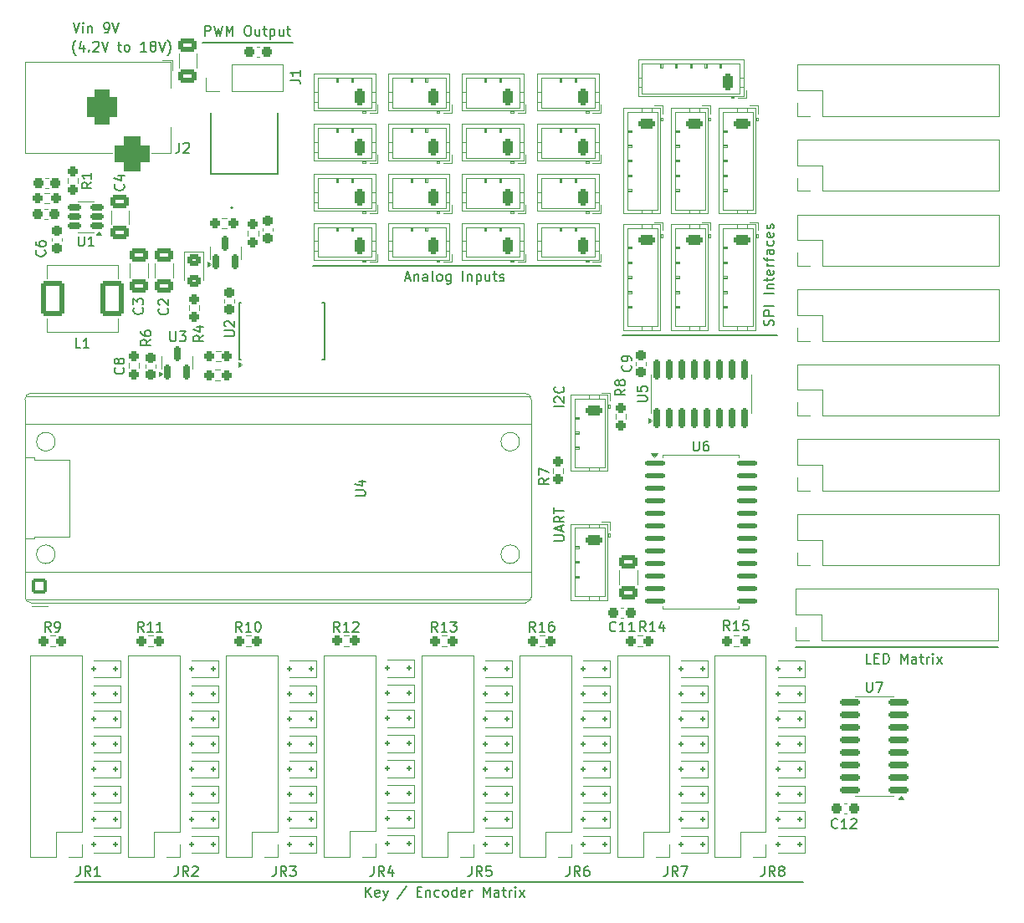
<source format=gbr>
%TF.GenerationSoftware,KiCad,Pcbnew,9.0.3*%
%TF.CreationDate,2025-07-20T16:41:56-03:00*%
%TF.ProjectId,pi_controller,70695f63-6f6e-4747-926f-6c6c65722e6b,1.0*%
%TF.SameCoordinates,Original*%
%TF.FileFunction,Legend,Top*%
%TF.FilePolarity,Positive*%
%FSLAX46Y46*%
G04 Gerber Fmt 4.6, Leading zero omitted, Abs format (unit mm)*
G04 Created by KiCad (PCBNEW 9.0.3) date 2025-07-20 16:41:56*
%MOMM*%
%LPD*%
G01*
G04 APERTURE LIST*
G04 Aperture macros list*
%AMRoundRect*
0 Rectangle with rounded corners*
0 $1 Rounding radius*
0 $2 $3 $4 $5 $6 $7 $8 $9 X,Y pos of 4 corners*
0 Add a 4 corners polygon primitive as box body*
4,1,4,$2,$3,$4,$5,$6,$7,$8,$9,$2,$3,0*
0 Add four circle primitives for the rounded corners*
1,1,$1+$1,$2,$3*
1,1,$1+$1,$4,$5*
1,1,$1+$1,$6,$7*
1,1,$1+$1,$8,$9*
0 Add four rect primitives between the rounded corners*
20,1,$1+$1,$2,$3,$4,$5,0*
20,1,$1+$1,$4,$5,$6,$7,0*
20,1,$1+$1,$6,$7,$8,$9,0*
20,1,$1+$1,$8,$9,$2,$3,0*%
%AMFreePoly0*
4,1,37,0.603843,0.796157,0.639018,0.796157,0.711114,0.766294,0.766294,0.711114,0.796157,0.639018,0.796157,0.603843,0.800000,0.600000,0.800000,-0.600000,0.796157,-0.603843,0.796157,-0.639018,0.766294,-0.711114,0.711114,-0.766294,0.639018,-0.796157,0.603843,-0.796157,0.600000,-0.800000,0.000000,-0.800000,0.000000,-0.796148,-0.078414,-0.796148,-0.232228,-0.765552,-0.377117,-0.705537,
-0.507515,-0.618408,-0.618408,-0.507515,-0.705537,-0.377117,-0.765552,-0.232228,-0.796148,-0.078414,-0.796148,0.078414,-0.765552,0.232228,-0.705537,0.377117,-0.618408,0.507515,-0.507515,0.618408,-0.377117,0.705537,-0.232228,0.765552,-0.078414,0.796148,0.000000,0.796148,0.000000,0.800000,0.600000,0.800000,0.603843,0.796157,0.603843,0.796157,$1*%
%AMFreePoly1*
4,1,37,0.000000,0.796148,0.078414,0.796148,0.232228,0.765552,0.377117,0.705537,0.507515,0.618408,0.618408,0.507515,0.705537,0.377117,0.765552,0.232228,0.796148,0.078414,0.796148,-0.078414,0.765552,-0.232228,0.705537,-0.377117,0.618408,-0.507515,0.507515,-0.618408,0.377117,-0.705537,0.232228,-0.765552,0.078414,-0.796148,0.000000,-0.796148,0.000000,-0.800000,-0.600000,-0.800000,
-0.603843,-0.796157,-0.639018,-0.796157,-0.711114,-0.766294,-0.766294,-0.711114,-0.796157,-0.639018,-0.796157,-0.603843,-0.800000,-0.600000,-0.800000,0.600000,-0.796157,0.603843,-0.796157,0.639018,-0.766294,0.711114,-0.711114,0.766294,-0.639018,0.796157,-0.603843,0.796157,-0.600000,0.800000,0.000000,0.800000,0.000000,0.796148,0.000000,0.796148,$1*%
G04 Aperture macros list end*
%ADD10C,0.150000*%
%ADD11C,0.200000*%
%ADD12C,0.120000*%
%ADD13C,0.127000*%
%ADD14RoundRect,0.200000X0.600000X-0.600000X0.600000X0.600000X-0.600000X0.600000X-0.600000X-0.600000X0*%
%ADD15C,1.600000*%
%ADD16FreePoly0,90.000000*%
%ADD17FreePoly1,90.000000*%
%ADD18R,3.500000X3.500000*%
%ADD19RoundRect,0.750000X-0.750000X-1.000000X0.750000X-1.000000X0.750000X1.000000X-0.750000X1.000000X0*%
%ADD20RoundRect,0.875000X-0.875000X-0.875000X0.875000X-0.875000X0.875000X0.875000X-0.875000X0.875000X0*%
%ADD21R,1.700000X1.700000*%
%ADD22C,1.700000*%
%ADD23RoundRect,0.150000X0.150000X-0.825000X0.150000X0.825000X-0.150000X0.825000X-0.150000X-0.825000X0*%
%ADD24RoundRect,0.250000X-0.925000X-1.500000X0.925000X-1.500000X0.925000X1.500000X-0.925000X1.500000X0*%
%ADD25RoundRect,0.150000X0.512500X0.150000X-0.512500X0.150000X-0.512500X-0.150000X0.512500X-0.150000X0*%
%ADD26O,1.700000X1.700000*%
%ADD27RoundRect,0.250000X0.265000X0.615000X-0.265000X0.615000X-0.265000X-0.615000X0.265000X-0.615000X0*%
%ADD28O,1.030000X1.730000*%
%ADD29RoundRect,0.250000X-0.615000X0.265000X-0.615000X-0.265000X0.615000X-0.265000X0.615000X0.265000X0*%
%ADD30O,1.730000X1.030000*%
%ADD31RoundRect,0.237500X0.250000X0.237500X-0.250000X0.237500X-0.250000X-0.237500X0.250000X-0.237500X0*%
%ADD32RoundRect,0.250000X-0.650000X0.412500X-0.650000X-0.412500X0.650000X-0.412500X0.650000X0.412500X0*%
%ADD33RoundRect,0.125000X0.125000X0.125000X-0.125000X0.125000X-0.125000X-0.125000X0.125000X-0.125000X0*%
%ADD34RoundRect,0.237500X-0.237500X0.250000X-0.237500X-0.250000X0.237500X-0.250000X0.237500X0.250000X0*%
%ADD35C,2.600000*%
%ADD36C,3.800000*%
%ADD37RoundRect,0.250000X0.650000X-0.412500X0.650000X0.412500X-0.650000X0.412500X-0.650000X-0.412500X0*%
%ADD38RoundRect,0.237500X-0.237500X0.300000X-0.237500X-0.300000X0.237500X-0.300000X0.237500X0.300000X0*%
%ADD39RoundRect,0.237500X0.237500X-0.300000X0.237500X0.300000X-0.237500X0.300000X-0.237500X-0.300000X0*%
%ADD40RoundRect,0.237500X-0.300000X-0.237500X0.300000X-0.237500X0.300000X0.237500X-0.300000X0.237500X0*%
%ADD41R,0.970000X3.020000*%
%ADD42R,5.670000X6.320000*%
%ADD43RoundRect,0.237500X0.237500X-0.250000X0.237500X0.250000X-0.237500X0.250000X-0.237500X-0.250000X0*%
%ADD44RoundRect,0.250000X-0.450000X0.325000X-0.450000X-0.325000X0.450000X-0.325000X0.450000X0.325000X0*%
%ADD45R,0.450000X1.750000*%
%ADD46RoundRect,0.150000X0.150000X-0.587500X0.150000X0.587500X-0.150000X0.587500X-0.150000X-0.587500X0*%
%ADD47RoundRect,0.137500X-0.862500X-0.137500X0.862500X-0.137500X0.862500X0.137500X-0.862500X0.137500X0*%
%ADD48RoundRect,0.237500X-0.250000X-0.237500X0.250000X-0.237500X0.250000X0.237500X-0.250000X0.237500X0*%
%ADD49RoundRect,0.150000X0.825000X0.150000X-0.825000X0.150000X-0.825000X-0.150000X0.825000X-0.150000X0*%
%ADD50RoundRect,0.237500X0.300000X0.237500X-0.300000X0.237500X-0.300000X-0.237500X0.300000X-0.237500X0*%
G04 APERTURE END LIST*
D10*
X167576500Y-120777000D02*
X188023500Y-120777000D01*
X107543600Y-59588400D02*
X116687600Y-59588400D01*
X150050500Y-89154000D02*
X165735000Y-89154000D01*
X94551500Y-144526000D02*
X168338500Y-144526000D01*
X118745000Y-82169000D02*
X147828000Y-82169000D01*
D11*
X165300600Y-88196945D02*
X165348219Y-88054088D01*
X165348219Y-88054088D02*
X165348219Y-87815993D01*
X165348219Y-87815993D02*
X165300600Y-87720755D01*
X165300600Y-87720755D02*
X165252980Y-87673136D01*
X165252980Y-87673136D02*
X165157742Y-87625517D01*
X165157742Y-87625517D02*
X165062504Y-87625517D01*
X165062504Y-87625517D02*
X164967266Y-87673136D01*
X164967266Y-87673136D02*
X164919647Y-87720755D01*
X164919647Y-87720755D02*
X164872028Y-87815993D01*
X164872028Y-87815993D02*
X164824409Y-88006469D01*
X164824409Y-88006469D02*
X164776790Y-88101707D01*
X164776790Y-88101707D02*
X164729171Y-88149326D01*
X164729171Y-88149326D02*
X164633933Y-88196945D01*
X164633933Y-88196945D02*
X164538695Y-88196945D01*
X164538695Y-88196945D02*
X164443457Y-88149326D01*
X164443457Y-88149326D02*
X164395838Y-88101707D01*
X164395838Y-88101707D02*
X164348219Y-88006469D01*
X164348219Y-88006469D02*
X164348219Y-87768374D01*
X164348219Y-87768374D02*
X164395838Y-87625517D01*
X165348219Y-87196945D02*
X164348219Y-87196945D01*
X164348219Y-87196945D02*
X164348219Y-86815993D01*
X164348219Y-86815993D02*
X164395838Y-86720755D01*
X164395838Y-86720755D02*
X164443457Y-86673136D01*
X164443457Y-86673136D02*
X164538695Y-86625517D01*
X164538695Y-86625517D02*
X164681552Y-86625517D01*
X164681552Y-86625517D02*
X164776790Y-86673136D01*
X164776790Y-86673136D02*
X164824409Y-86720755D01*
X164824409Y-86720755D02*
X164872028Y-86815993D01*
X164872028Y-86815993D02*
X164872028Y-87196945D01*
X165348219Y-86196945D02*
X164348219Y-86196945D01*
X165348219Y-84958850D02*
X164348219Y-84958850D01*
X164681552Y-84482660D02*
X165348219Y-84482660D01*
X164776790Y-84482660D02*
X164729171Y-84435041D01*
X164729171Y-84435041D02*
X164681552Y-84339803D01*
X164681552Y-84339803D02*
X164681552Y-84196946D01*
X164681552Y-84196946D02*
X164729171Y-84101708D01*
X164729171Y-84101708D02*
X164824409Y-84054089D01*
X164824409Y-84054089D02*
X165348219Y-84054089D01*
X164681552Y-83720755D02*
X164681552Y-83339803D01*
X164348219Y-83577898D02*
X165205361Y-83577898D01*
X165205361Y-83577898D02*
X165300600Y-83530279D01*
X165300600Y-83530279D02*
X165348219Y-83435041D01*
X165348219Y-83435041D02*
X165348219Y-83339803D01*
X165300600Y-82625517D02*
X165348219Y-82720755D01*
X165348219Y-82720755D02*
X165348219Y-82911231D01*
X165348219Y-82911231D02*
X165300600Y-83006469D01*
X165300600Y-83006469D02*
X165205361Y-83054088D01*
X165205361Y-83054088D02*
X164824409Y-83054088D01*
X164824409Y-83054088D02*
X164729171Y-83006469D01*
X164729171Y-83006469D02*
X164681552Y-82911231D01*
X164681552Y-82911231D02*
X164681552Y-82720755D01*
X164681552Y-82720755D02*
X164729171Y-82625517D01*
X164729171Y-82625517D02*
X164824409Y-82577898D01*
X164824409Y-82577898D02*
X164919647Y-82577898D01*
X164919647Y-82577898D02*
X165014885Y-83054088D01*
X165348219Y-82149326D02*
X164681552Y-82149326D01*
X164872028Y-82149326D02*
X164776790Y-82101707D01*
X164776790Y-82101707D02*
X164729171Y-82054088D01*
X164729171Y-82054088D02*
X164681552Y-81958850D01*
X164681552Y-81958850D02*
X164681552Y-81863612D01*
X164681552Y-81673135D02*
X164681552Y-81292183D01*
X165348219Y-81530278D02*
X164491076Y-81530278D01*
X164491076Y-81530278D02*
X164395838Y-81482659D01*
X164395838Y-81482659D02*
X164348219Y-81387421D01*
X164348219Y-81387421D02*
X164348219Y-81292183D01*
X165348219Y-80530278D02*
X164824409Y-80530278D01*
X164824409Y-80530278D02*
X164729171Y-80577897D01*
X164729171Y-80577897D02*
X164681552Y-80673135D01*
X164681552Y-80673135D02*
X164681552Y-80863611D01*
X164681552Y-80863611D02*
X164729171Y-80958849D01*
X165300600Y-80530278D02*
X165348219Y-80625516D01*
X165348219Y-80625516D02*
X165348219Y-80863611D01*
X165348219Y-80863611D02*
X165300600Y-80958849D01*
X165300600Y-80958849D02*
X165205361Y-81006468D01*
X165205361Y-81006468D02*
X165110123Y-81006468D01*
X165110123Y-81006468D02*
X165014885Y-80958849D01*
X165014885Y-80958849D02*
X164967266Y-80863611D01*
X164967266Y-80863611D02*
X164967266Y-80625516D01*
X164967266Y-80625516D02*
X164919647Y-80530278D01*
X165300600Y-79625516D02*
X165348219Y-79720754D01*
X165348219Y-79720754D02*
X165348219Y-79911230D01*
X165348219Y-79911230D02*
X165300600Y-80006468D01*
X165300600Y-80006468D02*
X165252980Y-80054087D01*
X165252980Y-80054087D02*
X165157742Y-80101706D01*
X165157742Y-80101706D02*
X164872028Y-80101706D01*
X164872028Y-80101706D02*
X164776790Y-80054087D01*
X164776790Y-80054087D02*
X164729171Y-80006468D01*
X164729171Y-80006468D02*
X164681552Y-79911230D01*
X164681552Y-79911230D02*
X164681552Y-79720754D01*
X164681552Y-79720754D02*
X164729171Y-79625516D01*
X165300600Y-78815992D02*
X165348219Y-78911230D01*
X165348219Y-78911230D02*
X165348219Y-79101706D01*
X165348219Y-79101706D02*
X165300600Y-79196944D01*
X165300600Y-79196944D02*
X165205361Y-79244563D01*
X165205361Y-79244563D02*
X164824409Y-79244563D01*
X164824409Y-79244563D02*
X164729171Y-79196944D01*
X164729171Y-79196944D02*
X164681552Y-79101706D01*
X164681552Y-79101706D02*
X164681552Y-78911230D01*
X164681552Y-78911230D02*
X164729171Y-78815992D01*
X164729171Y-78815992D02*
X164824409Y-78768373D01*
X164824409Y-78768373D02*
X164919647Y-78768373D01*
X164919647Y-78768373D02*
X165014885Y-79244563D01*
X165300600Y-78387420D02*
X165348219Y-78292182D01*
X165348219Y-78292182D02*
X165348219Y-78101706D01*
X165348219Y-78101706D02*
X165300600Y-78006468D01*
X165300600Y-78006468D02*
X165205361Y-77958849D01*
X165205361Y-77958849D02*
X165157742Y-77958849D01*
X165157742Y-77958849D02*
X165062504Y-78006468D01*
X165062504Y-78006468D02*
X165014885Y-78101706D01*
X165014885Y-78101706D02*
X165014885Y-78244563D01*
X165014885Y-78244563D02*
X164967266Y-78339801D01*
X164967266Y-78339801D02*
X164872028Y-78387420D01*
X164872028Y-78387420D02*
X164824409Y-78387420D01*
X164824409Y-78387420D02*
X164729171Y-78339801D01*
X164729171Y-78339801D02*
X164681552Y-78244563D01*
X164681552Y-78244563D02*
X164681552Y-78101706D01*
X164681552Y-78101706D02*
X164729171Y-78006468D01*
D10*
X94729493Y-60829771D02*
X94681874Y-60782152D01*
X94681874Y-60782152D02*
X94586636Y-60639295D01*
X94586636Y-60639295D02*
X94539017Y-60544057D01*
X94539017Y-60544057D02*
X94491398Y-60401200D01*
X94491398Y-60401200D02*
X94443779Y-60163104D01*
X94443779Y-60163104D02*
X94443779Y-59972628D01*
X94443779Y-59972628D02*
X94491398Y-59734533D01*
X94491398Y-59734533D02*
X94539017Y-59591676D01*
X94539017Y-59591676D02*
X94586636Y-59496438D01*
X94586636Y-59496438D02*
X94681874Y-59353580D01*
X94681874Y-59353580D02*
X94729493Y-59305961D01*
X95539017Y-59782152D02*
X95539017Y-60448819D01*
X95300922Y-59401200D02*
X95062827Y-60115485D01*
X95062827Y-60115485D02*
X95681874Y-60115485D01*
X96062827Y-60353580D02*
X96110446Y-60401200D01*
X96110446Y-60401200D02*
X96062827Y-60448819D01*
X96062827Y-60448819D02*
X96015208Y-60401200D01*
X96015208Y-60401200D02*
X96062827Y-60353580D01*
X96062827Y-60353580D02*
X96062827Y-60448819D01*
X96491398Y-59544057D02*
X96539017Y-59496438D01*
X96539017Y-59496438D02*
X96634255Y-59448819D01*
X96634255Y-59448819D02*
X96872350Y-59448819D01*
X96872350Y-59448819D02*
X96967588Y-59496438D01*
X96967588Y-59496438D02*
X97015207Y-59544057D01*
X97015207Y-59544057D02*
X97062826Y-59639295D01*
X97062826Y-59639295D02*
X97062826Y-59734533D01*
X97062826Y-59734533D02*
X97015207Y-59877390D01*
X97015207Y-59877390D02*
X96443779Y-60448819D01*
X96443779Y-60448819D02*
X97062826Y-60448819D01*
X97348541Y-59448819D02*
X97681874Y-60448819D01*
X97681874Y-60448819D02*
X98015207Y-59448819D01*
X98967589Y-59782152D02*
X99348541Y-59782152D01*
X99110446Y-59448819D02*
X99110446Y-60305961D01*
X99110446Y-60305961D02*
X99158065Y-60401200D01*
X99158065Y-60401200D02*
X99253303Y-60448819D01*
X99253303Y-60448819D02*
X99348541Y-60448819D01*
X99824732Y-60448819D02*
X99729494Y-60401200D01*
X99729494Y-60401200D02*
X99681875Y-60353580D01*
X99681875Y-60353580D02*
X99634256Y-60258342D01*
X99634256Y-60258342D02*
X99634256Y-59972628D01*
X99634256Y-59972628D02*
X99681875Y-59877390D01*
X99681875Y-59877390D02*
X99729494Y-59829771D01*
X99729494Y-59829771D02*
X99824732Y-59782152D01*
X99824732Y-59782152D02*
X99967589Y-59782152D01*
X99967589Y-59782152D02*
X100062827Y-59829771D01*
X100062827Y-59829771D02*
X100110446Y-59877390D01*
X100110446Y-59877390D02*
X100158065Y-59972628D01*
X100158065Y-59972628D02*
X100158065Y-60258342D01*
X100158065Y-60258342D02*
X100110446Y-60353580D01*
X100110446Y-60353580D02*
X100062827Y-60401200D01*
X100062827Y-60401200D02*
X99967589Y-60448819D01*
X99967589Y-60448819D02*
X99824732Y-60448819D01*
X101872351Y-60448819D02*
X101300923Y-60448819D01*
X101586637Y-60448819D02*
X101586637Y-59448819D01*
X101586637Y-59448819D02*
X101491399Y-59591676D01*
X101491399Y-59591676D02*
X101396161Y-59686914D01*
X101396161Y-59686914D02*
X101300923Y-59734533D01*
X102443780Y-59877390D02*
X102348542Y-59829771D01*
X102348542Y-59829771D02*
X102300923Y-59782152D01*
X102300923Y-59782152D02*
X102253304Y-59686914D01*
X102253304Y-59686914D02*
X102253304Y-59639295D01*
X102253304Y-59639295D02*
X102300923Y-59544057D01*
X102300923Y-59544057D02*
X102348542Y-59496438D01*
X102348542Y-59496438D02*
X102443780Y-59448819D01*
X102443780Y-59448819D02*
X102634256Y-59448819D01*
X102634256Y-59448819D02*
X102729494Y-59496438D01*
X102729494Y-59496438D02*
X102777113Y-59544057D01*
X102777113Y-59544057D02*
X102824732Y-59639295D01*
X102824732Y-59639295D02*
X102824732Y-59686914D01*
X102824732Y-59686914D02*
X102777113Y-59782152D01*
X102777113Y-59782152D02*
X102729494Y-59829771D01*
X102729494Y-59829771D02*
X102634256Y-59877390D01*
X102634256Y-59877390D02*
X102443780Y-59877390D01*
X102443780Y-59877390D02*
X102348542Y-59925009D01*
X102348542Y-59925009D02*
X102300923Y-59972628D01*
X102300923Y-59972628D02*
X102253304Y-60067866D01*
X102253304Y-60067866D02*
X102253304Y-60258342D01*
X102253304Y-60258342D02*
X102300923Y-60353580D01*
X102300923Y-60353580D02*
X102348542Y-60401200D01*
X102348542Y-60401200D02*
X102443780Y-60448819D01*
X102443780Y-60448819D02*
X102634256Y-60448819D01*
X102634256Y-60448819D02*
X102729494Y-60401200D01*
X102729494Y-60401200D02*
X102777113Y-60353580D01*
X102777113Y-60353580D02*
X102824732Y-60258342D01*
X102824732Y-60258342D02*
X102824732Y-60067866D01*
X102824732Y-60067866D02*
X102777113Y-59972628D01*
X102777113Y-59972628D02*
X102729494Y-59925009D01*
X102729494Y-59925009D02*
X102634256Y-59877390D01*
X103110447Y-59448819D02*
X103443780Y-60448819D01*
X103443780Y-60448819D02*
X103777113Y-59448819D01*
X104015209Y-60829771D02*
X104062828Y-60782152D01*
X104062828Y-60782152D02*
X104158066Y-60639295D01*
X104158066Y-60639295D02*
X104205685Y-60544057D01*
X104205685Y-60544057D02*
X104253304Y-60401200D01*
X104253304Y-60401200D02*
X104300923Y-60163104D01*
X104300923Y-60163104D02*
X104300923Y-59972628D01*
X104300923Y-59972628D02*
X104253304Y-59734533D01*
X104253304Y-59734533D02*
X104205685Y-59591676D01*
X104205685Y-59591676D02*
X104158066Y-59496438D01*
X104158066Y-59496438D02*
X104062828Y-59353580D01*
X104062828Y-59353580D02*
X104015209Y-59305961D01*
D11*
X144139219Y-96404326D02*
X143139219Y-96404326D01*
X143234457Y-95975755D02*
X143186838Y-95928136D01*
X143186838Y-95928136D02*
X143139219Y-95832898D01*
X143139219Y-95832898D02*
X143139219Y-95594803D01*
X143139219Y-95594803D02*
X143186838Y-95499565D01*
X143186838Y-95499565D02*
X143234457Y-95451946D01*
X143234457Y-95451946D02*
X143329695Y-95404327D01*
X143329695Y-95404327D02*
X143424933Y-95404327D01*
X143424933Y-95404327D02*
X143567790Y-95451946D01*
X143567790Y-95451946D02*
X144139219Y-96023374D01*
X144139219Y-96023374D02*
X144139219Y-95404327D01*
X144043980Y-94404327D02*
X144091600Y-94451946D01*
X144091600Y-94451946D02*
X144139219Y-94594803D01*
X144139219Y-94594803D02*
X144139219Y-94690041D01*
X144139219Y-94690041D02*
X144091600Y-94832898D01*
X144091600Y-94832898D02*
X143996361Y-94928136D01*
X143996361Y-94928136D02*
X143901123Y-94975755D01*
X143901123Y-94975755D02*
X143710647Y-95023374D01*
X143710647Y-95023374D02*
X143567790Y-95023374D01*
X143567790Y-95023374D02*
X143377314Y-94975755D01*
X143377314Y-94975755D02*
X143282076Y-94928136D01*
X143282076Y-94928136D02*
X143186838Y-94832898D01*
X143186838Y-94832898D02*
X143139219Y-94690041D01*
X143139219Y-94690041D02*
X143139219Y-94594803D01*
X143139219Y-94594803D02*
X143186838Y-94451946D01*
X143186838Y-94451946D02*
X143234457Y-94404327D01*
X124067673Y-146044219D02*
X124067673Y-145044219D01*
X124639101Y-146044219D02*
X124210530Y-145472790D01*
X124639101Y-145044219D02*
X124067673Y-145615647D01*
X125448625Y-145996600D02*
X125353387Y-146044219D01*
X125353387Y-146044219D02*
X125162911Y-146044219D01*
X125162911Y-146044219D02*
X125067673Y-145996600D01*
X125067673Y-145996600D02*
X125020054Y-145901361D01*
X125020054Y-145901361D02*
X125020054Y-145520409D01*
X125020054Y-145520409D02*
X125067673Y-145425171D01*
X125067673Y-145425171D02*
X125162911Y-145377552D01*
X125162911Y-145377552D02*
X125353387Y-145377552D01*
X125353387Y-145377552D02*
X125448625Y-145425171D01*
X125448625Y-145425171D02*
X125496244Y-145520409D01*
X125496244Y-145520409D02*
X125496244Y-145615647D01*
X125496244Y-145615647D02*
X125020054Y-145710885D01*
X125829578Y-145377552D02*
X126067673Y-146044219D01*
X126305768Y-145377552D02*
X126067673Y-146044219D01*
X126067673Y-146044219D02*
X125972435Y-146282314D01*
X125972435Y-146282314D02*
X125924816Y-146329933D01*
X125924816Y-146329933D02*
X125829578Y-146377552D01*
X128162911Y-144996600D02*
X127305769Y-146282314D01*
X129258150Y-145520409D02*
X129591483Y-145520409D01*
X129734340Y-146044219D02*
X129258150Y-146044219D01*
X129258150Y-146044219D02*
X129258150Y-145044219D01*
X129258150Y-145044219D02*
X129734340Y-145044219D01*
X130162912Y-145377552D02*
X130162912Y-146044219D01*
X130162912Y-145472790D02*
X130210531Y-145425171D01*
X130210531Y-145425171D02*
X130305769Y-145377552D01*
X130305769Y-145377552D02*
X130448626Y-145377552D01*
X130448626Y-145377552D02*
X130543864Y-145425171D01*
X130543864Y-145425171D02*
X130591483Y-145520409D01*
X130591483Y-145520409D02*
X130591483Y-146044219D01*
X131496245Y-145996600D02*
X131401007Y-146044219D01*
X131401007Y-146044219D02*
X131210531Y-146044219D01*
X131210531Y-146044219D02*
X131115293Y-145996600D01*
X131115293Y-145996600D02*
X131067674Y-145948980D01*
X131067674Y-145948980D02*
X131020055Y-145853742D01*
X131020055Y-145853742D02*
X131020055Y-145568028D01*
X131020055Y-145568028D02*
X131067674Y-145472790D01*
X131067674Y-145472790D02*
X131115293Y-145425171D01*
X131115293Y-145425171D02*
X131210531Y-145377552D01*
X131210531Y-145377552D02*
X131401007Y-145377552D01*
X131401007Y-145377552D02*
X131496245Y-145425171D01*
X132067674Y-146044219D02*
X131972436Y-145996600D01*
X131972436Y-145996600D02*
X131924817Y-145948980D01*
X131924817Y-145948980D02*
X131877198Y-145853742D01*
X131877198Y-145853742D02*
X131877198Y-145568028D01*
X131877198Y-145568028D02*
X131924817Y-145472790D01*
X131924817Y-145472790D02*
X131972436Y-145425171D01*
X131972436Y-145425171D02*
X132067674Y-145377552D01*
X132067674Y-145377552D02*
X132210531Y-145377552D01*
X132210531Y-145377552D02*
X132305769Y-145425171D01*
X132305769Y-145425171D02*
X132353388Y-145472790D01*
X132353388Y-145472790D02*
X132401007Y-145568028D01*
X132401007Y-145568028D02*
X132401007Y-145853742D01*
X132401007Y-145853742D02*
X132353388Y-145948980D01*
X132353388Y-145948980D02*
X132305769Y-145996600D01*
X132305769Y-145996600D02*
X132210531Y-146044219D01*
X132210531Y-146044219D02*
X132067674Y-146044219D01*
X133258150Y-146044219D02*
X133258150Y-145044219D01*
X133258150Y-145996600D02*
X133162912Y-146044219D01*
X133162912Y-146044219D02*
X132972436Y-146044219D01*
X132972436Y-146044219D02*
X132877198Y-145996600D01*
X132877198Y-145996600D02*
X132829579Y-145948980D01*
X132829579Y-145948980D02*
X132781960Y-145853742D01*
X132781960Y-145853742D02*
X132781960Y-145568028D01*
X132781960Y-145568028D02*
X132829579Y-145472790D01*
X132829579Y-145472790D02*
X132877198Y-145425171D01*
X132877198Y-145425171D02*
X132972436Y-145377552D01*
X132972436Y-145377552D02*
X133162912Y-145377552D01*
X133162912Y-145377552D02*
X133258150Y-145425171D01*
X134115293Y-145996600D02*
X134020055Y-146044219D01*
X134020055Y-146044219D02*
X133829579Y-146044219D01*
X133829579Y-146044219D02*
X133734341Y-145996600D01*
X133734341Y-145996600D02*
X133686722Y-145901361D01*
X133686722Y-145901361D02*
X133686722Y-145520409D01*
X133686722Y-145520409D02*
X133734341Y-145425171D01*
X133734341Y-145425171D02*
X133829579Y-145377552D01*
X133829579Y-145377552D02*
X134020055Y-145377552D01*
X134020055Y-145377552D02*
X134115293Y-145425171D01*
X134115293Y-145425171D02*
X134162912Y-145520409D01*
X134162912Y-145520409D02*
X134162912Y-145615647D01*
X134162912Y-145615647D02*
X133686722Y-145710885D01*
X134591484Y-146044219D02*
X134591484Y-145377552D01*
X134591484Y-145568028D02*
X134639103Y-145472790D01*
X134639103Y-145472790D02*
X134686722Y-145425171D01*
X134686722Y-145425171D02*
X134781960Y-145377552D01*
X134781960Y-145377552D02*
X134877198Y-145377552D01*
X135972437Y-146044219D02*
X135972437Y-145044219D01*
X135972437Y-145044219D02*
X136305770Y-145758504D01*
X136305770Y-145758504D02*
X136639103Y-145044219D01*
X136639103Y-145044219D02*
X136639103Y-146044219D01*
X137543865Y-146044219D02*
X137543865Y-145520409D01*
X137543865Y-145520409D02*
X137496246Y-145425171D01*
X137496246Y-145425171D02*
X137401008Y-145377552D01*
X137401008Y-145377552D02*
X137210532Y-145377552D01*
X137210532Y-145377552D02*
X137115294Y-145425171D01*
X137543865Y-145996600D02*
X137448627Y-146044219D01*
X137448627Y-146044219D02*
X137210532Y-146044219D01*
X137210532Y-146044219D02*
X137115294Y-145996600D01*
X137115294Y-145996600D02*
X137067675Y-145901361D01*
X137067675Y-145901361D02*
X137067675Y-145806123D01*
X137067675Y-145806123D02*
X137115294Y-145710885D01*
X137115294Y-145710885D02*
X137210532Y-145663266D01*
X137210532Y-145663266D02*
X137448627Y-145663266D01*
X137448627Y-145663266D02*
X137543865Y-145615647D01*
X137877199Y-145377552D02*
X138258151Y-145377552D01*
X138020056Y-145044219D02*
X138020056Y-145901361D01*
X138020056Y-145901361D02*
X138067675Y-145996600D01*
X138067675Y-145996600D02*
X138162913Y-146044219D01*
X138162913Y-146044219D02*
X138258151Y-146044219D01*
X138591485Y-146044219D02*
X138591485Y-145377552D01*
X138591485Y-145568028D02*
X138639104Y-145472790D01*
X138639104Y-145472790D02*
X138686723Y-145425171D01*
X138686723Y-145425171D02*
X138781961Y-145377552D01*
X138781961Y-145377552D02*
X138877199Y-145377552D01*
X139210533Y-146044219D02*
X139210533Y-145377552D01*
X139210533Y-145044219D02*
X139162914Y-145091838D01*
X139162914Y-145091838D02*
X139210533Y-145139457D01*
X139210533Y-145139457D02*
X139258152Y-145091838D01*
X139258152Y-145091838D02*
X139210533Y-145044219D01*
X139210533Y-145044219D02*
X139210533Y-145139457D01*
X139591485Y-146044219D02*
X140115294Y-145377552D01*
X139591485Y-145377552D02*
X140115294Y-146044219D01*
X143139219Y-109993326D02*
X143948742Y-109993326D01*
X143948742Y-109993326D02*
X144043980Y-109945707D01*
X144043980Y-109945707D02*
X144091600Y-109898088D01*
X144091600Y-109898088D02*
X144139219Y-109802850D01*
X144139219Y-109802850D02*
X144139219Y-109612374D01*
X144139219Y-109612374D02*
X144091600Y-109517136D01*
X144091600Y-109517136D02*
X144043980Y-109469517D01*
X144043980Y-109469517D02*
X143948742Y-109421898D01*
X143948742Y-109421898D02*
X143139219Y-109421898D01*
X143853504Y-108993326D02*
X143853504Y-108517136D01*
X144139219Y-109088564D02*
X143139219Y-108755231D01*
X143139219Y-108755231D02*
X144139219Y-108421898D01*
X144139219Y-107517136D02*
X143663028Y-107850469D01*
X144139219Y-108088564D02*
X143139219Y-108088564D01*
X143139219Y-108088564D02*
X143139219Y-107707612D01*
X143139219Y-107707612D02*
X143186838Y-107612374D01*
X143186838Y-107612374D02*
X143234457Y-107564755D01*
X143234457Y-107564755D02*
X143329695Y-107517136D01*
X143329695Y-107517136D02*
X143472552Y-107517136D01*
X143472552Y-107517136D02*
X143567790Y-107564755D01*
X143567790Y-107564755D02*
X143615409Y-107612374D01*
X143615409Y-107612374D02*
X143663028Y-107707612D01*
X143663028Y-107707612D02*
X143663028Y-108088564D01*
X143139219Y-107231421D02*
X143139219Y-106659993D01*
X144139219Y-106945707D02*
X143139219Y-106945707D01*
X107811673Y-58846019D02*
X107811673Y-57846019D01*
X107811673Y-57846019D02*
X108192625Y-57846019D01*
X108192625Y-57846019D02*
X108287863Y-57893638D01*
X108287863Y-57893638D02*
X108335482Y-57941257D01*
X108335482Y-57941257D02*
X108383101Y-58036495D01*
X108383101Y-58036495D02*
X108383101Y-58179352D01*
X108383101Y-58179352D02*
X108335482Y-58274590D01*
X108335482Y-58274590D02*
X108287863Y-58322209D01*
X108287863Y-58322209D02*
X108192625Y-58369828D01*
X108192625Y-58369828D02*
X107811673Y-58369828D01*
X108716435Y-57846019D02*
X108954530Y-58846019D01*
X108954530Y-58846019D02*
X109145006Y-58131733D01*
X109145006Y-58131733D02*
X109335482Y-58846019D01*
X109335482Y-58846019D02*
X109573578Y-57846019D01*
X109954530Y-58846019D02*
X109954530Y-57846019D01*
X109954530Y-57846019D02*
X110287863Y-58560304D01*
X110287863Y-58560304D02*
X110621196Y-57846019D01*
X110621196Y-57846019D02*
X110621196Y-58846019D01*
X112049768Y-57846019D02*
X112240244Y-57846019D01*
X112240244Y-57846019D02*
X112335482Y-57893638D01*
X112335482Y-57893638D02*
X112430720Y-57988876D01*
X112430720Y-57988876D02*
X112478339Y-58179352D01*
X112478339Y-58179352D02*
X112478339Y-58512685D01*
X112478339Y-58512685D02*
X112430720Y-58703161D01*
X112430720Y-58703161D02*
X112335482Y-58798400D01*
X112335482Y-58798400D02*
X112240244Y-58846019D01*
X112240244Y-58846019D02*
X112049768Y-58846019D01*
X112049768Y-58846019D02*
X111954530Y-58798400D01*
X111954530Y-58798400D02*
X111859292Y-58703161D01*
X111859292Y-58703161D02*
X111811673Y-58512685D01*
X111811673Y-58512685D02*
X111811673Y-58179352D01*
X111811673Y-58179352D02*
X111859292Y-57988876D01*
X111859292Y-57988876D02*
X111954530Y-57893638D01*
X111954530Y-57893638D02*
X112049768Y-57846019D01*
X113335482Y-58179352D02*
X113335482Y-58846019D01*
X112906911Y-58179352D02*
X112906911Y-58703161D01*
X112906911Y-58703161D02*
X112954530Y-58798400D01*
X112954530Y-58798400D02*
X113049768Y-58846019D01*
X113049768Y-58846019D02*
X113192625Y-58846019D01*
X113192625Y-58846019D02*
X113287863Y-58798400D01*
X113287863Y-58798400D02*
X113335482Y-58750780D01*
X113668816Y-58179352D02*
X114049768Y-58179352D01*
X113811673Y-57846019D02*
X113811673Y-58703161D01*
X113811673Y-58703161D02*
X113859292Y-58798400D01*
X113859292Y-58798400D02*
X113954530Y-58846019D01*
X113954530Y-58846019D02*
X114049768Y-58846019D01*
X114383102Y-58179352D02*
X114383102Y-59179352D01*
X114383102Y-58226971D02*
X114478340Y-58179352D01*
X114478340Y-58179352D02*
X114668816Y-58179352D01*
X114668816Y-58179352D02*
X114764054Y-58226971D01*
X114764054Y-58226971D02*
X114811673Y-58274590D01*
X114811673Y-58274590D02*
X114859292Y-58369828D01*
X114859292Y-58369828D02*
X114859292Y-58655542D01*
X114859292Y-58655542D02*
X114811673Y-58750780D01*
X114811673Y-58750780D02*
X114764054Y-58798400D01*
X114764054Y-58798400D02*
X114668816Y-58846019D01*
X114668816Y-58846019D02*
X114478340Y-58846019D01*
X114478340Y-58846019D02*
X114383102Y-58798400D01*
X115716435Y-58179352D02*
X115716435Y-58846019D01*
X115287864Y-58179352D02*
X115287864Y-58703161D01*
X115287864Y-58703161D02*
X115335483Y-58798400D01*
X115335483Y-58798400D02*
X115430721Y-58846019D01*
X115430721Y-58846019D02*
X115573578Y-58846019D01*
X115573578Y-58846019D02*
X115668816Y-58798400D01*
X115668816Y-58798400D02*
X115716435Y-58750780D01*
X116049769Y-58179352D02*
X116430721Y-58179352D01*
X116192626Y-57846019D02*
X116192626Y-58703161D01*
X116192626Y-58703161D02*
X116240245Y-58798400D01*
X116240245Y-58798400D02*
X116335483Y-58846019D01*
X116335483Y-58846019D02*
X116430721Y-58846019D01*
X175216863Y-122422219D02*
X174740673Y-122422219D01*
X174740673Y-122422219D02*
X174740673Y-121422219D01*
X175550197Y-121898409D02*
X175883530Y-121898409D01*
X176026387Y-122422219D02*
X175550197Y-122422219D01*
X175550197Y-122422219D02*
X175550197Y-121422219D01*
X175550197Y-121422219D02*
X176026387Y-121422219D01*
X176454959Y-122422219D02*
X176454959Y-121422219D01*
X176454959Y-121422219D02*
X176693054Y-121422219D01*
X176693054Y-121422219D02*
X176835911Y-121469838D01*
X176835911Y-121469838D02*
X176931149Y-121565076D01*
X176931149Y-121565076D02*
X176978768Y-121660314D01*
X176978768Y-121660314D02*
X177026387Y-121850790D01*
X177026387Y-121850790D02*
X177026387Y-121993647D01*
X177026387Y-121993647D02*
X176978768Y-122184123D01*
X176978768Y-122184123D02*
X176931149Y-122279361D01*
X176931149Y-122279361D02*
X176835911Y-122374600D01*
X176835911Y-122374600D02*
X176693054Y-122422219D01*
X176693054Y-122422219D02*
X176454959Y-122422219D01*
X178216864Y-122422219D02*
X178216864Y-121422219D01*
X178216864Y-121422219D02*
X178550197Y-122136504D01*
X178550197Y-122136504D02*
X178883530Y-121422219D01*
X178883530Y-121422219D02*
X178883530Y-122422219D01*
X179788292Y-122422219D02*
X179788292Y-121898409D01*
X179788292Y-121898409D02*
X179740673Y-121803171D01*
X179740673Y-121803171D02*
X179645435Y-121755552D01*
X179645435Y-121755552D02*
X179454959Y-121755552D01*
X179454959Y-121755552D02*
X179359721Y-121803171D01*
X179788292Y-122374600D02*
X179693054Y-122422219D01*
X179693054Y-122422219D02*
X179454959Y-122422219D01*
X179454959Y-122422219D02*
X179359721Y-122374600D01*
X179359721Y-122374600D02*
X179312102Y-122279361D01*
X179312102Y-122279361D02*
X179312102Y-122184123D01*
X179312102Y-122184123D02*
X179359721Y-122088885D01*
X179359721Y-122088885D02*
X179454959Y-122041266D01*
X179454959Y-122041266D02*
X179693054Y-122041266D01*
X179693054Y-122041266D02*
X179788292Y-121993647D01*
X180121626Y-121755552D02*
X180502578Y-121755552D01*
X180264483Y-121422219D02*
X180264483Y-122279361D01*
X180264483Y-122279361D02*
X180312102Y-122374600D01*
X180312102Y-122374600D02*
X180407340Y-122422219D01*
X180407340Y-122422219D02*
X180502578Y-122422219D01*
X180835912Y-122422219D02*
X180835912Y-121755552D01*
X180835912Y-121946028D02*
X180883531Y-121850790D01*
X180883531Y-121850790D02*
X180931150Y-121803171D01*
X180931150Y-121803171D02*
X181026388Y-121755552D01*
X181026388Y-121755552D02*
X181121626Y-121755552D01*
X181454960Y-122422219D02*
X181454960Y-121755552D01*
X181454960Y-121422219D02*
X181407341Y-121469838D01*
X181407341Y-121469838D02*
X181454960Y-121517457D01*
X181454960Y-121517457D02*
X181502579Y-121469838D01*
X181502579Y-121469838D02*
X181454960Y-121422219D01*
X181454960Y-121422219D02*
X181454960Y-121517457D01*
X181835912Y-122422219D02*
X182359721Y-121755552D01*
X181835912Y-121755552D02*
X182359721Y-122422219D01*
X94460816Y-57541219D02*
X94794149Y-58541219D01*
X94794149Y-58541219D02*
X95127482Y-57541219D01*
X95460816Y-58541219D02*
X95460816Y-57874552D01*
X95460816Y-57541219D02*
X95413197Y-57588838D01*
X95413197Y-57588838D02*
X95460816Y-57636457D01*
X95460816Y-57636457D02*
X95508435Y-57588838D01*
X95508435Y-57588838D02*
X95460816Y-57541219D01*
X95460816Y-57541219D02*
X95460816Y-57636457D01*
X95937006Y-57874552D02*
X95937006Y-58541219D01*
X95937006Y-57969790D02*
X95984625Y-57922171D01*
X95984625Y-57922171D02*
X96079863Y-57874552D01*
X96079863Y-57874552D02*
X96222720Y-57874552D01*
X96222720Y-57874552D02*
X96317958Y-57922171D01*
X96317958Y-57922171D02*
X96365577Y-58017409D01*
X96365577Y-58017409D02*
X96365577Y-58541219D01*
X97651292Y-58541219D02*
X97841768Y-58541219D01*
X97841768Y-58541219D02*
X97937006Y-58493600D01*
X97937006Y-58493600D02*
X97984625Y-58445980D01*
X97984625Y-58445980D02*
X98079863Y-58303123D01*
X98079863Y-58303123D02*
X98127482Y-58112647D01*
X98127482Y-58112647D02*
X98127482Y-57731695D01*
X98127482Y-57731695D02*
X98079863Y-57636457D01*
X98079863Y-57636457D02*
X98032244Y-57588838D01*
X98032244Y-57588838D02*
X97937006Y-57541219D01*
X97937006Y-57541219D02*
X97746530Y-57541219D01*
X97746530Y-57541219D02*
X97651292Y-57588838D01*
X97651292Y-57588838D02*
X97603673Y-57636457D01*
X97603673Y-57636457D02*
X97556054Y-57731695D01*
X97556054Y-57731695D02*
X97556054Y-57969790D01*
X97556054Y-57969790D02*
X97603673Y-58065028D01*
X97603673Y-58065028D02*
X97651292Y-58112647D01*
X97651292Y-58112647D02*
X97746530Y-58160266D01*
X97746530Y-58160266D02*
X97937006Y-58160266D01*
X97937006Y-58160266D02*
X98032244Y-58112647D01*
X98032244Y-58112647D02*
X98079863Y-58065028D01*
X98079863Y-58065028D02*
X98127482Y-57969790D01*
X98413197Y-57541219D02*
X98746530Y-58541219D01*
X98746530Y-58541219D02*
X99079863Y-57541219D01*
X128084054Y-83401504D02*
X128560244Y-83401504D01*
X127988816Y-83687219D02*
X128322149Y-82687219D01*
X128322149Y-82687219D02*
X128655482Y-83687219D01*
X128988816Y-83020552D02*
X128988816Y-83687219D01*
X128988816Y-83115790D02*
X129036435Y-83068171D01*
X129036435Y-83068171D02*
X129131673Y-83020552D01*
X129131673Y-83020552D02*
X129274530Y-83020552D01*
X129274530Y-83020552D02*
X129369768Y-83068171D01*
X129369768Y-83068171D02*
X129417387Y-83163409D01*
X129417387Y-83163409D02*
X129417387Y-83687219D01*
X130322149Y-83687219D02*
X130322149Y-83163409D01*
X130322149Y-83163409D02*
X130274530Y-83068171D01*
X130274530Y-83068171D02*
X130179292Y-83020552D01*
X130179292Y-83020552D02*
X129988816Y-83020552D01*
X129988816Y-83020552D02*
X129893578Y-83068171D01*
X130322149Y-83639600D02*
X130226911Y-83687219D01*
X130226911Y-83687219D02*
X129988816Y-83687219D01*
X129988816Y-83687219D02*
X129893578Y-83639600D01*
X129893578Y-83639600D02*
X129845959Y-83544361D01*
X129845959Y-83544361D02*
X129845959Y-83449123D01*
X129845959Y-83449123D02*
X129893578Y-83353885D01*
X129893578Y-83353885D02*
X129988816Y-83306266D01*
X129988816Y-83306266D02*
X130226911Y-83306266D01*
X130226911Y-83306266D02*
X130322149Y-83258647D01*
X130941197Y-83687219D02*
X130845959Y-83639600D01*
X130845959Y-83639600D02*
X130798340Y-83544361D01*
X130798340Y-83544361D02*
X130798340Y-82687219D01*
X131465007Y-83687219D02*
X131369769Y-83639600D01*
X131369769Y-83639600D02*
X131322150Y-83591980D01*
X131322150Y-83591980D02*
X131274531Y-83496742D01*
X131274531Y-83496742D02*
X131274531Y-83211028D01*
X131274531Y-83211028D02*
X131322150Y-83115790D01*
X131322150Y-83115790D02*
X131369769Y-83068171D01*
X131369769Y-83068171D02*
X131465007Y-83020552D01*
X131465007Y-83020552D02*
X131607864Y-83020552D01*
X131607864Y-83020552D02*
X131703102Y-83068171D01*
X131703102Y-83068171D02*
X131750721Y-83115790D01*
X131750721Y-83115790D02*
X131798340Y-83211028D01*
X131798340Y-83211028D02*
X131798340Y-83496742D01*
X131798340Y-83496742D02*
X131750721Y-83591980D01*
X131750721Y-83591980D02*
X131703102Y-83639600D01*
X131703102Y-83639600D02*
X131607864Y-83687219D01*
X131607864Y-83687219D02*
X131465007Y-83687219D01*
X132655483Y-83020552D02*
X132655483Y-83830076D01*
X132655483Y-83830076D02*
X132607864Y-83925314D01*
X132607864Y-83925314D02*
X132560245Y-83972933D01*
X132560245Y-83972933D02*
X132465007Y-84020552D01*
X132465007Y-84020552D02*
X132322150Y-84020552D01*
X132322150Y-84020552D02*
X132226912Y-83972933D01*
X132655483Y-83639600D02*
X132560245Y-83687219D01*
X132560245Y-83687219D02*
X132369769Y-83687219D01*
X132369769Y-83687219D02*
X132274531Y-83639600D01*
X132274531Y-83639600D02*
X132226912Y-83591980D01*
X132226912Y-83591980D02*
X132179293Y-83496742D01*
X132179293Y-83496742D02*
X132179293Y-83211028D01*
X132179293Y-83211028D02*
X132226912Y-83115790D01*
X132226912Y-83115790D02*
X132274531Y-83068171D01*
X132274531Y-83068171D02*
X132369769Y-83020552D01*
X132369769Y-83020552D02*
X132560245Y-83020552D01*
X132560245Y-83020552D02*
X132655483Y-83068171D01*
X133893579Y-83687219D02*
X133893579Y-82687219D01*
X134369769Y-83020552D02*
X134369769Y-83687219D01*
X134369769Y-83115790D02*
X134417388Y-83068171D01*
X134417388Y-83068171D02*
X134512626Y-83020552D01*
X134512626Y-83020552D02*
X134655483Y-83020552D01*
X134655483Y-83020552D02*
X134750721Y-83068171D01*
X134750721Y-83068171D02*
X134798340Y-83163409D01*
X134798340Y-83163409D02*
X134798340Y-83687219D01*
X135274531Y-83020552D02*
X135274531Y-84020552D01*
X135274531Y-83068171D02*
X135369769Y-83020552D01*
X135369769Y-83020552D02*
X135560245Y-83020552D01*
X135560245Y-83020552D02*
X135655483Y-83068171D01*
X135655483Y-83068171D02*
X135703102Y-83115790D01*
X135703102Y-83115790D02*
X135750721Y-83211028D01*
X135750721Y-83211028D02*
X135750721Y-83496742D01*
X135750721Y-83496742D02*
X135703102Y-83591980D01*
X135703102Y-83591980D02*
X135655483Y-83639600D01*
X135655483Y-83639600D02*
X135560245Y-83687219D01*
X135560245Y-83687219D02*
X135369769Y-83687219D01*
X135369769Y-83687219D02*
X135274531Y-83639600D01*
X136607864Y-83020552D02*
X136607864Y-83687219D01*
X136179293Y-83020552D02*
X136179293Y-83544361D01*
X136179293Y-83544361D02*
X136226912Y-83639600D01*
X136226912Y-83639600D02*
X136322150Y-83687219D01*
X136322150Y-83687219D02*
X136465007Y-83687219D01*
X136465007Y-83687219D02*
X136560245Y-83639600D01*
X136560245Y-83639600D02*
X136607864Y-83591980D01*
X136941198Y-83020552D02*
X137322150Y-83020552D01*
X137084055Y-82687219D02*
X137084055Y-83544361D01*
X137084055Y-83544361D02*
X137131674Y-83639600D01*
X137131674Y-83639600D02*
X137226912Y-83687219D01*
X137226912Y-83687219D02*
X137322150Y-83687219D01*
X137607865Y-83639600D02*
X137703103Y-83687219D01*
X137703103Y-83687219D02*
X137893579Y-83687219D01*
X137893579Y-83687219D02*
X137988817Y-83639600D01*
X137988817Y-83639600D02*
X138036436Y-83544361D01*
X138036436Y-83544361D02*
X138036436Y-83496742D01*
X138036436Y-83496742D02*
X137988817Y-83401504D01*
X137988817Y-83401504D02*
X137893579Y-83353885D01*
X137893579Y-83353885D02*
X137750722Y-83353885D01*
X137750722Y-83353885D02*
X137655484Y-83306266D01*
X137655484Y-83306266D02*
X137607865Y-83211028D01*
X137607865Y-83211028D02*
X137607865Y-83163409D01*
X137607865Y-83163409D02*
X137655484Y-83068171D01*
X137655484Y-83068171D02*
X137750722Y-83020552D01*
X137750722Y-83020552D02*
X137893579Y-83020552D01*
X137893579Y-83020552D02*
X137988817Y-83068171D01*
D10*
X123025819Y-105454220D02*
X123835342Y-105454220D01*
X123835342Y-105454220D02*
X123930580Y-105406601D01*
X123930580Y-105406601D02*
X123978200Y-105358982D01*
X123978200Y-105358982D02*
X124025819Y-105263744D01*
X124025819Y-105263744D02*
X124025819Y-105073268D01*
X124025819Y-105073268D02*
X123978200Y-104978030D01*
X123978200Y-104978030D02*
X123930580Y-104930411D01*
X123930580Y-104930411D02*
X123835342Y-104882792D01*
X123835342Y-104882792D02*
X123025819Y-104882792D01*
X123359152Y-103978030D02*
X124025819Y-103978030D01*
X122978200Y-104216125D02*
X123692485Y-104454220D01*
X123692485Y-104454220D02*
X123692485Y-103835173D01*
X105203666Y-69685819D02*
X105203666Y-70400104D01*
X105203666Y-70400104D02*
X105156047Y-70542961D01*
X105156047Y-70542961D02*
X105060809Y-70638200D01*
X105060809Y-70638200D02*
X104917952Y-70685819D01*
X104917952Y-70685819D02*
X104822714Y-70685819D01*
X105632238Y-69781057D02*
X105679857Y-69733438D01*
X105679857Y-69733438D02*
X105775095Y-69685819D01*
X105775095Y-69685819D02*
X106013190Y-69685819D01*
X106013190Y-69685819D02*
X106108428Y-69733438D01*
X106108428Y-69733438D02*
X106156047Y-69781057D01*
X106156047Y-69781057D02*
X106203666Y-69876295D01*
X106203666Y-69876295D02*
X106203666Y-69971533D01*
X106203666Y-69971533D02*
X106156047Y-70114390D01*
X106156047Y-70114390D02*
X105584619Y-70685819D01*
X105584619Y-70685819D02*
X106203666Y-70685819D01*
X116421819Y-63325333D02*
X117136104Y-63325333D01*
X117136104Y-63325333D02*
X117278961Y-63372952D01*
X117278961Y-63372952D02*
X117374200Y-63468190D01*
X117374200Y-63468190D02*
X117421819Y-63611047D01*
X117421819Y-63611047D02*
X117421819Y-63706285D01*
X117421819Y-62325333D02*
X117421819Y-62896761D01*
X117421819Y-62611047D02*
X116421819Y-62611047D01*
X116421819Y-62611047D02*
X116564676Y-62706285D01*
X116564676Y-62706285D02*
X116659914Y-62801523D01*
X116659914Y-62801523D02*
X116707533Y-62896761D01*
X151542819Y-95884904D02*
X152352342Y-95884904D01*
X152352342Y-95884904D02*
X152447580Y-95837285D01*
X152447580Y-95837285D02*
X152495200Y-95789666D01*
X152495200Y-95789666D02*
X152542819Y-95694428D01*
X152542819Y-95694428D02*
X152542819Y-95503952D01*
X152542819Y-95503952D02*
X152495200Y-95408714D01*
X152495200Y-95408714D02*
X152447580Y-95361095D01*
X152447580Y-95361095D02*
X152352342Y-95313476D01*
X152352342Y-95313476D02*
X151542819Y-95313476D01*
X151542819Y-94361095D02*
X151542819Y-94837285D01*
X151542819Y-94837285D02*
X152019009Y-94884904D01*
X152019009Y-94884904D02*
X151971390Y-94837285D01*
X151971390Y-94837285D02*
X151923771Y-94742047D01*
X151923771Y-94742047D02*
X151923771Y-94503952D01*
X151923771Y-94503952D02*
X151971390Y-94408714D01*
X151971390Y-94408714D02*
X152019009Y-94361095D01*
X152019009Y-94361095D02*
X152114247Y-94313476D01*
X152114247Y-94313476D02*
X152352342Y-94313476D01*
X152352342Y-94313476D02*
X152447580Y-94361095D01*
X152447580Y-94361095D02*
X152495200Y-94408714D01*
X152495200Y-94408714D02*
X152542819Y-94503952D01*
X152542819Y-94503952D02*
X152542819Y-94742047D01*
X152542819Y-94742047D02*
X152495200Y-94837285D01*
X152495200Y-94837285D02*
X152447580Y-94884904D01*
X95210333Y-90474819D02*
X94734143Y-90474819D01*
X94734143Y-90474819D02*
X94734143Y-89474819D01*
X96067476Y-90474819D02*
X95496048Y-90474819D01*
X95781762Y-90474819D02*
X95781762Y-89474819D01*
X95781762Y-89474819D02*
X95686524Y-89617676D01*
X95686524Y-89617676D02*
X95591286Y-89712914D01*
X95591286Y-89712914D02*
X95496048Y-89760533D01*
X94993858Y-79158686D02*
X94993858Y-79968209D01*
X94993858Y-79968209D02*
X95041477Y-80063447D01*
X95041477Y-80063447D02*
X95089096Y-80111067D01*
X95089096Y-80111067D02*
X95184334Y-80158686D01*
X95184334Y-80158686D02*
X95374810Y-80158686D01*
X95374810Y-80158686D02*
X95470048Y-80111067D01*
X95470048Y-80111067D02*
X95517667Y-80063447D01*
X95517667Y-80063447D02*
X95565286Y-79968209D01*
X95565286Y-79968209D02*
X95565286Y-79158686D01*
X96565286Y-80158686D02*
X95993858Y-80158686D01*
X96279572Y-80158686D02*
X96279572Y-79158686D01*
X96279572Y-79158686D02*
X96184334Y-79301543D01*
X96184334Y-79301543D02*
X96089096Y-79396781D01*
X96089096Y-79396781D02*
X95993858Y-79444400D01*
X105084666Y-142964819D02*
X105084666Y-143679104D01*
X105084666Y-143679104D02*
X105037047Y-143821961D01*
X105037047Y-143821961D02*
X104941809Y-143917200D01*
X104941809Y-143917200D02*
X104798952Y-143964819D01*
X104798952Y-143964819D02*
X104703714Y-143964819D01*
X106132285Y-143964819D02*
X105798952Y-143488628D01*
X105560857Y-143964819D02*
X105560857Y-142964819D01*
X105560857Y-142964819D02*
X105941809Y-142964819D01*
X105941809Y-142964819D02*
X106037047Y-143012438D01*
X106037047Y-143012438D02*
X106084666Y-143060057D01*
X106084666Y-143060057D02*
X106132285Y-143155295D01*
X106132285Y-143155295D02*
X106132285Y-143298152D01*
X106132285Y-143298152D02*
X106084666Y-143393390D01*
X106084666Y-143393390D02*
X106037047Y-143441009D01*
X106037047Y-143441009D02*
X105941809Y-143488628D01*
X105941809Y-143488628D02*
X105560857Y-143488628D01*
X106513238Y-143060057D02*
X106560857Y-143012438D01*
X106560857Y-143012438D02*
X106656095Y-142964819D01*
X106656095Y-142964819D02*
X106894190Y-142964819D01*
X106894190Y-142964819D02*
X106989428Y-143012438D01*
X106989428Y-143012438D02*
X107037047Y-143060057D01*
X107037047Y-143060057D02*
X107084666Y-143155295D01*
X107084666Y-143155295D02*
X107084666Y-143250533D01*
X107084666Y-143250533D02*
X107037047Y-143393390D01*
X107037047Y-143393390D02*
X106465619Y-143964819D01*
X106465619Y-143964819D02*
X107084666Y-143964819D01*
X95178666Y-142964819D02*
X95178666Y-143679104D01*
X95178666Y-143679104D02*
X95131047Y-143821961D01*
X95131047Y-143821961D02*
X95035809Y-143917200D01*
X95035809Y-143917200D02*
X94892952Y-143964819D01*
X94892952Y-143964819D02*
X94797714Y-143964819D01*
X96226285Y-143964819D02*
X95892952Y-143488628D01*
X95654857Y-143964819D02*
X95654857Y-142964819D01*
X95654857Y-142964819D02*
X96035809Y-142964819D01*
X96035809Y-142964819D02*
X96131047Y-143012438D01*
X96131047Y-143012438D02*
X96178666Y-143060057D01*
X96178666Y-143060057D02*
X96226285Y-143155295D01*
X96226285Y-143155295D02*
X96226285Y-143298152D01*
X96226285Y-143298152D02*
X96178666Y-143393390D01*
X96178666Y-143393390D02*
X96131047Y-143441009D01*
X96131047Y-143441009D02*
X96035809Y-143488628D01*
X96035809Y-143488628D02*
X95654857Y-143488628D01*
X97178666Y-143964819D02*
X96607238Y-143964819D01*
X96892952Y-143964819D02*
X96892952Y-142964819D01*
X96892952Y-142964819D02*
X96797714Y-143107676D01*
X96797714Y-143107676D02*
X96702476Y-143202914D01*
X96702476Y-143202914D02*
X96607238Y-143250533D01*
X164426666Y-142964819D02*
X164426666Y-143679104D01*
X164426666Y-143679104D02*
X164379047Y-143821961D01*
X164379047Y-143821961D02*
X164283809Y-143917200D01*
X164283809Y-143917200D02*
X164140952Y-143964819D01*
X164140952Y-143964819D02*
X164045714Y-143964819D01*
X165474285Y-143964819D02*
X165140952Y-143488628D01*
X164902857Y-143964819D02*
X164902857Y-142964819D01*
X164902857Y-142964819D02*
X165283809Y-142964819D01*
X165283809Y-142964819D02*
X165379047Y-143012438D01*
X165379047Y-143012438D02*
X165426666Y-143060057D01*
X165426666Y-143060057D02*
X165474285Y-143155295D01*
X165474285Y-143155295D02*
X165474285Y-143298152D01*
X165474285Y-143298152D02*
X165426666Y-143393390D01*
X165426666Y-143393390D02*
X165379047Y-143441009D01*
X165379047Y-143441009D02*
X165283809Y-143488628D01*
X165283809Y-143488628D02*
X164902857Y-143488628D01*
X166045714Y-143393390D02*
X165950476Y-143345771D01*
X165950476Y-143345771D02*
X165902857Y-143298152D01*
X165902857Y-143298152D02*
X165855238Y-143202914D01*
X165855238Y-143202914D02*
X165855238Y-143155295D01*
X165855238Y-143155295D02*
X165902857Y-143060057D01*
X165902857Y-143060057D02*
X165950476Y-143012438D01*
X165950476Y-143012438D02*
X166045714Y-142964819D01*
X166045714Y-142964819D02*
X166236190Y-142964819D01*
X166236190Y-142964819D02*
X166331428Y-143012438D01*
X166331428Y-143012438D02*
X166379047Y-143060057D01*
X166379047Y-143060057D02*
X166426666Y-143155295D01*
X166426666Y-143155295D02*
X166426666Y-143202914D01*
X166426666Y-143202914D02*
X166379047Y-143298152D01*
X166379047Y-143298152D02*
X166331428Y-143345771D01*
X166331428Y-143345771D02*
X166236190Y-143393390D01*
X166236190Y-143393390D02*
X166045714Y-143393390D01*
X166045714Y-143393390D02*
X165950476Y-143441009D01*
X165950476Y-143441009D02*
X165902857Y-143488628D01*
X165902857Y-143488628D02*
X165855238Y-143583866D01*
X165855238Y-143583866D02*
X165855238Y-143774342D01*
X165855238Y-143774342D02*
X165902857Y-143869580D01*
X165902857Y-143869580D02*
X165950476Y-143917200D01*
X165950476Y-143917200D02*
X166045714Y-143964819D01*
X166045714Y-143964819D02*
X166236190Y-143964819D01*
X166236190Y-143964819D02*
X166331428Y-143917200D01*
X166331428Y-143917200D02*
X166379047Y-143869580D01*
X166379047Y-143869580D02*
X166426666Y-143774342D01*
X166426666Y-143774342D02*
X166426666Y-143583866D01*
X166426666Y-143583866D02*
X166379047Y-143488628D01*
X166379047Y-143488628D02*
X166331428Y-143441009D01*
X166331428Y-143441009D02*
X166236190Y-143393390D01*
X154614666Y-142964819D02*
X154614666Y-143679104D01*
X154614666Y-143679104D02*
X154567047Y-143821961D01*
X154567047Y-143821961D02*
X154471809Y-143917200D01*
X154471809Y-143917200D02*
X154328952Y-143964819D01*
X154328952Y-143964819D02*
X154233714Y-143964819D01*
X155662285Y-143964819D02*
X155328952Y-143488628D01*
X155090857Y-143964819D02*
X155090857Y-142964819D01*
X155090857Y-142964819D02*
X155471809Y-142964819D01*
X155471809Y-142964819D02*
X155567047Y-143012438D01*
X155567047Y-143012438D02*
X155614666Y-143060057D01*
X155614666Y-143060057D02*
X155662285Y-143155295D01*
X155662285Y-143155295D02*
X155662285Y-143298152D01*
X155662285Y-143298152D02*
X155614666Y-143393390D01*
X155614666Y-143393390D02*
X155567047Y-143441009D01*
X155567047Y-143441009D02*
X155471809Y-143488628D01*
X155471809Y-143488628D02*
X155090857Y-143488628D01*
X155995619Y-142964819D02*
X156662285Y-142964819D01*
X156662285Y-142964819D02*
X156233714Y-143964819D01*
X144708666Y-142964819D02*
X144708666Y-143679104D01*
X144708666Y-143679104D02*
X144661047Y-143821961D01*
X144661047Y-143821961D02*
X144565809Y-143917200D01*
X144565809Y-143917200D02*
X144422952Y-143964819D01*
X144422952Y-143964819D02*
X144327714Y-143964819D01*
X145756285Y-143964819D02*
X145422952Y-143488628D01*
X145184857Y-143964819D02*
X145184857Y-142964819D01*
X145184857Y-142964819D02*
X145565809Y-142964819D01*
X145565809Y-142964819D02*
X145661047Y-143012438D01*
X145661047Y-143012438D02*
X145708666Y-143060057D01*
X145708666Y-143060057D02*
X145756285Y-143155295D01*
X145756285Y-143155295D02*
X145756285Y-143298152D01*
X145756285Y-143298152D02*
X145708666Y-143393390D01*
X145708666Y-143393390D02*
X145661047Y-143441009D01*
X145661047Y-143441009D02*
X145565809Y-143488628D01*
X145565809Y-143488628D02*
X145184857Y-143488628D01*
X146613428Y-142964819D02*
X146422952Y-142964819D01*
X146422952Y-142964819D02*
X146327714Y-143012438D01*
X146327714Y-143012438D02*
X146280095Y-143060057D01*
X146280095Y-143060057D02*
X146184857Y-143202914D01*
X146184857Y-143202914D02*
X146137238Y-143393390D01*
X146137238Y-143393390D02*
X146137238Y-143774342D01*
X146137238Y-143774342D02*
X146184857Y-143869580D01*
X146184857Y-143869580D02*
X146232476Y-143917200D01*
X146232476Y-143917200D02*
X146327714Y-143964819D01*
X146327714Y-143964819D02*
X146518190Y-143964819D01*
X146518190Y-143964819D02*
X146613428Y-143917200D01*
X146613428Y-143917200D02*
X146661047Y-143869580D01*
X146661047Y-143869580D02*
X146708666Y-143774342D01*
X146708666Y-143774342D02*
X146708666Y-143536247D01*
X146708666Y-143536247D02*
X146661047Y-143441009D01*
X146661047Y-143441009D02*
X146613428Y-143393390D01*
X146613428Y-143393390D02*
X146518190Y-143345771D01*
X146518190Y-143345771D02*
X146327714Y-143345771D01*
X146327714Y-143345771D02*
X146232476Y-143393390D01*
X146232476Y-143393390D02*
X146184857Y-143441009D01*
X146184857Y-143441009D02*
X146137238Y-143536247D01*
X134802666Y-142964819D02*
X134802666Y-143679104D01*
X134802666Y-143679104D02*
X134755047Y-143821961D01*
X134755047Y-143821961D02*
X134659809Y-143917200D01*
X134659809Y-143917200D02*
X134516952Y-143964819D01*
X134516952Y-143964819D02*
X134421714Y-143964819D01*
X135850285Y-143964819D02*
X135516952Y-143488628D01*
X135278857Y-143964819D02*
X135278857Y-142964819D01*
X135278857Y-142964819D02*
X135659809Y-142964819D01*
X135659809Y-142964819D02*
X135755047Y-143012438D01*
X135755047Y-143012438D02*
X135802666Y-143060057D01*
X135802666Y-143060057D02*
X135850285Y-143155295D01*
X135850285Y-143155295D02*
X135850285Y-143298152D01*
X135850285Y-143298152D02*
X135802666Y-143393390D01*
X135802666Y-143393390D02*
X135755047Y-143441009D01*
X135755047Y-143441009D02*
X135659809Y-143488628D01*
X135659809Y-143488628D02*
X135278857Y-143488628D01*
X136755047Y-142964819D02*
X136278857Y-142964819D01*
X136278857Y-142964819D02*
X136231238Y-143441009D01*
X136231238Y-143441009D02*
X136278857Y-143393390D01*
X136278857Y-143393390D02*
X136374095Y-143345771D01*
X136374095Y-143345771D02*
X136612190Y-143345771D01*
X136612190Y-143345771D02*
X136707428Y-143393390D01*
X136707428Y-143393390D02*
X136755047Y-143441009D01*
X136755047Y-143441009D02*
X136802666Y-143536247D01*
X136802666Y-143536247D02*
X136802666Y-143774342D01*
X136802666Y-143774342D02*
X136755047Y-143869580D01*
X136755047Y-143869580D02*
X136707428Y-143917200D01*
X136707428Y-143917200D02*
X136612190Y-143964819D01*
X136612190Y-143964819D02*
X136374095Y-143964819D01*
X136374095Y-143964819D02*
X136278857Y-143917200D01*
X136278857Y-143917200D02*
X136231238Y-143869580D01*
X124896666Y-142949029D02*
X124896666Y-143663314D01*
X124896666Y-143663314D02*
X124849047Y-143806171D01*
X124849047Y-143806171D02*
X124753809Y-143901410D01*
X124753809Y-143901410D02*
X124610952Y-143949029D01*
X124610952Y-143949029D02*
X124515714Y-143949029D01*
X125944285Y-143949029D02*
X125610952Y-143472838D01*
X125372857Y-143949029D02*
X125372857Y-142949029D01*
X125372857Y-142949029D02*
X125753809Y-142949029D01*
X125753809Y-142949029D02*
X125849047Y-142996648D01*
X125849047Y-142996648D02*
X125896666Y-143044267D01*
X125896666Y-143044267D02*
X125944285Y-143139505D01*
X125944285Y-143139505D02*
X125944285Y-143282362D01*
X125944285Y-143282362D02*
X125896666Y-143377600D01*
X125896666Y-143377600D02*
X125849047Y-143425219D01*
X125849047Y-143425219D02*
X125753809Y-143472838D01*
X125753809Y-143472838D02*
X125372857Y-143472838D01*
X126801428Y-143282362D02*
X126801428Y-143949029D01*
X126563333Y-142901410D02*
X126325238Y-143615695D01*
X126325238Y-143615695D02*
X126944285Y-143615695D01*
X114990666Y-142964819D02*
X114990666Y-143679104D01*
X114990666Y-143679104D02*
X114943047Y-143821961D01*
X114943047Y-143821961D02*
X114847809Y-143917200D01*
X114847809Y-143917200D02*
X114704952Y-143964819D01*
X114704952Y-143964819D02*
X114609714Y-143964819D01*
X116038285Y-143964819D02*
X115704952Y-143488628D01*
X115466857Y-143964819D02*
X115466857Y-142964819D01*
X115466857Y-142964819D02*
X115847809Y-142964819D01*
X115847809Y-142964819D02*
X115943047Y-143012438D01*
X115943047Y-143012438D02*
X115990666Y-143060057D01*
X115990666Y-143060057D02*
X116038285Y-143155295D01*
X116038285Y-143155295D02*
X116038285Y-143298152D01*
X116038285Y-143298152D02*
X115990666Y-143393390D01*
X115990666Y-143393390D02*
X115943047Y-143441009D01*
X115943047Y-143441009D02*
X115847809Y-143488628D01*
X115847809Y-143488628D02*
X115466857Y-143488628D01*
X116371619Y-142964819D02*
X116990666Y-142964819D01*
X116990666Y-142964819D02*
X116657333Y-143345771D01*
X116657333Y-143345771D02*
X116800190Y-143345771D01*
X116800190Y-143345771D02*
X116895428Y-143393390D01*
X116895428Y-143393390D02*
X116943047Y-143441009D01*
X116943047Y-143441009D02*
X116990666Y-143536247D01*
X116990666Y-143536247D02*
X116990666Y-143774342D01*
X116990666Y-143774342D02*
X116943047Y-143869580D01*
X116943047Y-143869580D02*
X116895428Y-143917200D01*
X116895428Y-143917200D02*
X116800190Y-143964819D01*
X116800190Y-143964819D02*
X116514476Y-143964819D01*
X116514476Y-143964819D02*
X116419238Y-143917200D01*
X116419238Y-143917200D02*
X116371619Y-143869580D01*
X92185833Y-119199819D02*
X91852500Y-118723628D01*
X91614405Y-119199819D02*
X91614405Y-118199819D01*
X91614405Y-118199819D02*
X91995357Y-118199819D01*
X91995357Y-118199819D02*
X92090595Y-118247438D01*
X92090595Y-118247438D02*
X92138214Y-118295057D01*
X92138214Y-118295057D02*
X92185833Y-118390295D01*
X92185833Y-118390295D02*
X92185833Y-118533152D01*
X92185833Y-118533152D02*
X92138214Y-118628390D01*
X92138214Y-118628390D02*
X92090595Y-118676009D01*
X92090595Y-118676009D02*
X91995357Y-118723628D01*
X91995357Y-118723628D02*
X91614405Y-118723628D01*
X92662024Y-119199819D02*
X92852500Y-119199819D01*
X92852500Y-119199819D02*
X92947738Y-119152200D01*
X92947738Y-119152200D02*
X92995357Y-119104580D01*
X92995357Y-119104580D02*
X93090595Y-118961723D01*
X93090595Y-118961723D02*
X93138214Y-118771247D01*
X93138214Y-118771247D02*
X93138214Y-118390295D01*
X93138214Y-118390295D02*
X93090595Y-118295057D01*
X93090595Y-118295057D02*
X93042976Y-118247438D01*
X93042976Y-118247438D02*
X92947738Y-118199819D01*
X92947738Y-118199819D02*
X92757262Y-118199819D01*
X92757262Y-118199819D02*
X92662024Y-118247438D01*
X92662024Y-118247438D02*
X92614405Y-118295057D01*
X92614405Y-118295057D02*
X92566786Y-118390295D01*
X92566786Y-118390295D02*
X92566786Y-118628390D01*
X92566786Y-118628390D02*
X92614405Y-118723628D01*
X92614405Y-118723628D02*
X92662024Y-118771247D01*
X92662024Y-118771247D02*
X92757262Y-118818866D01*
X92757262Y-118818866D02*
X92947738Y-118818866D01*
X92947738Y-118818866D02*
X93042976Y-118771247D01*
X93042976Y-118771247D02*
X93090595Y-118723628D01*
X93090595Y-118723628D02*
X93138214Y-118628390D01*
X103991580Y-86478884D02*
X104039200Y-86526503D01*
X104039200Y-86526503D02*
X104086819Y-86669360D01*
X104086819Y-86669360D02*
X104086819Y-86764598D01*
X104086819Y-86764598D02*
X104039200Y-86907455D01*
X104039200Y-86907455D02*
X103943961Y-87002693D01*
X103943961Y-87002693D02*
X103848723Y-87050312D01*
X103848723Y-87050312D02*
X103658247Y-87097931D01*
X103658247Y-87097931D02*
X103515390Y-87097931D01*
X103515390Y-87097931D02*
X103324914Y-87050312D01*
X103324914Y-87050312D02*
X103229676Y-87002693D01*
X103229676Y-87002693D02*
X103134438Y-86907455D01*
X103134438Y-86907455D02*
X103086819Y-86764598D01*
X103086819Y-86764598D02*
X103086819Y-86669360D01*
X103086819Y-86669360D02*
X103134438Y-86526503D01*
X103134438Y-86526503D02*
X103182057Y-86478884D01*
X103182057Y-86097931D02*
X103134438Y-86050312D01*
X103134438Y-86050312D02*
X103086819Y-85955074D01*
X103086819Y-85955074D02*
X103086819Y-85716979D01*
X103086819Y-85716979D02*
X103134438Y-85621741D01*
X103134438Y-85621741D02*
X103182057Y-85574122D01*
X103182057Y-85574122D02*
X103277295Y-85526503D01*
X103277295Y-85526503D02*
X103372533Y-85526503D01*
X103372533Y-85526503D02*
X103515390Y-85574122D01*
X103515390Y-85574122D02*
X104086819Y-86145550D01*
X104086819Y-86145550D02*
X104086819Y-85526503D01*
X111521642Y-119199819D02*
X111188309Y-118723628D01*
X110950214Y-119199819D02*
X110950214Y-118199819D01*
X110950214Y-118199819D02*
X111331166Y-118199819D01*
X111331166Y-118199819D02*
X111426404Y-118247438D01*
X111426404Y-118247438D02*
X111474023Y-118295057D01*
X111474023Y-118295057D02*
X111521642Y-118390295D01*
X111521642Y-118390295D02*
X111521642Y-118533152D01*
X111521642Y-118533152D02*
X111474023Y-118628390D01*
X111474023Y-118628390D02*
X111426404Y-118676009D01*
X111426404Y-118676009D02*
X111331166Y-118723628D01*
X111331166Y-118723628D02*
X110950214Y-118723628D01*
X112474023Y-119199819D02*
X111902595Y-119199819D01*
X112188309Y-119199819D02*
X112188309Y-118199819D01*
X112188309Y-118199819D02*
X112093071Y-118342676D01*
X112093071Y-118342676D02*
X111997833Y-118437914D01*
X111997833Y-118437914D02*
X111902595Y-118485533D01*
X113093071Y-118199819D02*
X113188309Y-118199819D01*
X113188309Y-118199819D02*
X113283547Y-118247438D01*
X113283547Y-118247438D02*
X113331166Y-118295057D01*
X113331166Y-118295057D02*
X113378785Y-118390295D01*
X113378785Y-118390295D02*
X113426404Y-118580771D01*
X113426404Y-118580771D02*
X113426404Y-118818866D01*
X113426404Y-118818866D02*
X113378785Y-119009342D01*
X113378785Y-119009342D02*
X113331166Y-119104580D01*
X113331166Y-119104580D02*
X113283547Y-119152200D01*
X113283547Y-119152200D02*
X113188309Y-119199819D01*
X113188309Y-119199819D02*
X113093071Y-119199819D01*
X113093071Y-119199819D02*
X112997833Y-119152200D01*
X112997833Y-119152200D02*
X112950214Y-119104580D01*
X112950214Y-119104580D02*
X112902595Y-119009342D01*
X112902595Y-119009342D02*
X112854976Y-118818866D01*
X112854976Y-118818866D02*
X112854976Y-118580771D01*
X112854976Y-118580771D02*
X112902595Y-118390295D01*
X112902595Y-118390295D02*
X112950214Y-118295057D01*
X112950214Y-118295057D02*
X112997833Y-118247438D01*
X112997833Y-118247438D02*
X113093071Y-118199819D01*
X121427642Y-119199819D02*
X121094309Y-118723628D01*
X120856214Y-119199819D02*
X120856214Y-118199819D01*
X120856214Y-118199819D02*
X121237166Y-118199819D01*
X121237166Y-118199819D02*
X121332404Y-118247438D01*
X121332404Y-118247438D02*
X121380023Y-118295057D01*
X121380023Y-118295057D02*
X121427642Y-118390295D01*
X121427642Y-118390295D02*
X121427642Y-118533152D01*
X121427642Y-118533152D02*
X121380023Y-118628390D01*
X121380023Y-118628390D02*
X121332404Y-118676009D01*
X121332404Y-118676009D02*
X121237166Y-118723628D01*
X121237166Y-118723628D02*
X120856214Y-118723628D01*
X122380023Y-119199819D02*
X121808595Y-119199819D01*
X122094309Y-119199819D02*
X122094309Y-118199819D01*
X122094309Y-118199819D02*
X121999071Y-118342676D01*
X121999071Y-118342676D02*
X121903833Y-118437914D01*
X121903833Y-118437914D02*
X121808595Y-118485533D01*
X122760976Y-118295057D02*
X122808595Y-118247438D01*
X122808595Y-118247438D02*
X122903833Y-118199819D01*
X122903833Y-118199819D02*
X123141928Y-118199819D01*
X123141928Y-118199819D02*
X123237166Y-118247438D01*
X123237166Y-118247438D02*
X123284785Y-118295057D01*
X123284785Y-118295057D02*
X123332404Y-118390295D01*
X123332404Y-118390295D02*
X123332404Y-118485533D01*
X123332404Y-118485533D02*
X123284785Y-118628390D01*
X123284785Y-118628390D02*
X122713357Y-119199819D01*
X122713357Y-119199819D02*
X123332404Y-119199819D01*
X107642819Y-89193666D02*
X107166628Y-89526999D01*
X107642819Y-89765094D02*
X106642819Y-89765094D01*
X106642819Y-89765094D02*
X106642819Y-89384142D01*
X106642819Y-89384142D02*
X106690438Y-89288904D01*
X106690438Y-89288904D02*
X106738057Y-89241285D01*
X106738057Y-89241285D02*
X106833295Y-89193666D01*
X106833295Y-89193666D02*
X106976152Y-89193666D01*
X106976152Y-89193666D02*
X107071390Y-89241285D01*
X107071390Y-89241285D02*
X107119009Y-89288904D01*
X107119009Y-89288904D02*
X107166628Y-89384142D01*
X107166628Y-89384142D02*
X107166628Y-89765094D01*
X106976152Y-88336523D02*
X107642819Y-88336523D01*
X106595200Y-88574618D02*
X107309485Y-88812713D01*
X107309485Y-88812713D02*
X107309485Y-88193666D01*
X99546580Y-73889789D02*
X99594200Y-73937408D01*
X99594200Y-73937408D02*
X99641819Y-74080265D01*
X99641819Y-74080265D02*
X99641819Y-74175503D01*
X99641819Y-74175503D02*
X99594200Y-74318360D01*
X99594200Y-74318360D02*
X99498961Y-74413598D01*
X99498961Y-74413598D02*
X99403723Y-74461217D01*
X99403723Y-74461217D02*
X99213247Y-74508836D01*
X99213247Y-74508836D02*
X99070390Y-74508836D01*
X99070390Y-74508836D02*
X98879914Y-74461217D01*
X98879914Y-74461217D02*
X98784676Y-74413598D01*
X98784676Y-74413598D02*
X98689438Y-74318360D01*
X98689438Y-74318360D02*
X98641819Y-74175503D01*
X98641819Y-74175503D02*
X98641819Y-74080265D01*
X98641819Y-74080265D02*
X98689438Y-73937408D01*
X98689438Y-73937408D02*
X98737057Y-73889789D01*
X98975152Y-73032646D02*
X99641819Y-73032646D01*
X98594200Y-73270741D02*
X99308485Y-73508836D01*
X99308485Y-73508836D02*
X99308485Y-72889789D01*
X101451580Y-86416677D02*
X101499200Y-86464296D01*
X101499200Y-86464296D02*
X101546819Y-86607153D01*
X101546819Y-86607153D02*
X101546819Y-86702391D01*
X101546819Y-86702391D02*
X101499200Y-86845248D01*
X101499200Y-86845248D02*
X101403961Y-86940486D01*
X101403961Y-86940486D02*
X101308723Y-86988105D01*
X101308723Y-86988105D02*
X101118247Y-87035724D01*
X101118247Y-87035724D02*
X100975390Y-87035724D01*
X100975390Y-87035724D02*
X100784914Y-86988105D01*
X100784914Y-86988105D02*
X100689676Y-86940486D01*
X100689676Y-86940486D02*
X100594438Y-86845248D01*
X100594438Y-86845248D02*
X100546819Y-86702391D01*
X100546819Y-86702391D02*
X100546819Y-86607153D01*
X100546819Y-86607153D02*
X100594438Y-86464296D01*
X100594438Y-86464296D02*
X100642057Y-86416677D01*
X100546819Y-86083343D02*
X100546819Y-85464296D01*
X100546819Y-85464296D02*
X100927771Y-85797629D01*
X100927771Y-85797629D02*
X100927771Y-85654772D01*
X100927771Y-85654772D02*
X100975390Y-85559534D01*
X100975390Y-85559534D02*
X101023009Y-85511915D01*
X101023009Y-85511915D02*
X101118247Y-85464296D01*
X101118247Y-85464296D02*
X101356342Y-85464296D01*
X101356342Y-85464296D02*
X101451580Y-85511915D01*
X101451580Y-85511915D02*
X101499200Y-85559534D01*
X101499200Y-85559534D02*
X101546819Y-85654772D01*
X101546819Y-85654772D02*
X101546819Y-85940486D01*
X101546819Y-85940486D02*
X101499200Y-86035724D01*
X101499200Y-86035724D02*
X101451580Y-86083343D01*
X96309157Y-73706293D02*
X95832966Y-74039626D01*
X96309157Y-74277721D02*
X95309157Y-74277721D01*
X95309157Y-74277721D02*
X95309157Y-73896769D01*
X95309157Y-73896769D02*
X95356776Y-73801531D01*
X95356776Y-73801531D02*
X95404395Y-73753912D01*
X95404395Y-73753912D02*
X95499633Y-73706293D01*
X95499633Y-73706293D02*
X95642490Y-73706293D01*
X95642490Y-73706293D02*
X95737728Y-73753912D01*
X95737728Y-73753912D02*
X95785347Y-73801531D01*
X95785347Y-73801531D02*
X95832966Y-73896769D01*
X95832966Y-73896769D02*
X95832966Y-74277721D01*
X96309157Y-72753912D02*
X96309157Y-73325340D01*
X96309157Y-73039626D02*
X95309157Y-73039626D01*
X95309157Y-73039626D02*
X95452014Y-73134864D01*
X95452014Y-73134864D02*
X95547252Y-73230102D01*
X95547252Y-73230102D02*
X95594871Y-73325340D01*
X101592142Y-119199819D02*
X101258809Y-118723628D01*
X101020714Y-119199819D02*
X101020714Y-118199819D01*
X101020714Y-118199819D02*
X101401666Y-118199819D01*
X101401666Y-118199819D02*
X101496904Y-118247438D01*
X101496904Y-118247438D02*
X101544523Y-118295057D01*
X101544523Y-118295057D02*
X101592142Y-118390295D01*
X101592142Y-118390295D02*
X101592142Y-118533152D01*
X101592142Y-118533152D02*
X101544523Y-118628390D01*
X101544523Y-118628390D02*
X101496904Y-118676009D01*
X101496904Y-118676009D02*
X101401666Y-118723628D01*
X101401666Y-118723628D02*
X101020714Y-118723628D01*
X102544523Y-119199819D02*
X101973095Y-119199819D01*
X102258809Y-119199819D02*
X102258809Y-118199819D01*
X102258809Y-118199819D02*
X102163571Y-118342676D01*
X102163571Y-118342676D02*
X102068333Y-118437914D01*
X102068333Y-118437914D02*
X101973095Y-118485533D01*
X103496904Y-119199819D02*
X102925476Y-119199819D01*
X103211190Y-119199819D02*
X103211190Y-118199819D01*
X103211190Y-118199819D02*
X103115952Y-118342676D01*
X103115952Y-118342676D02*
X103020714Y-118437914D01*
X103020714Y-118437914D02*
X102925476Y-118485533D01*
X99521180Y-92470266D02*
X99568800Y-92517885D01*
X99568800Y-92517885D02*
X99616419Y-92660742D01*
X99616419Y-92660742D02*
X99616419Y-92755980D01*
X99616419Y-92755980D02*
X99568800Y-92898837D01*
X99568800Y-92898837D02*
X99473561Y-92994075D01*
X99473561Y-92994075D02*
X99378323Y-93041694D01*
X99378323Y-93041694D02*
X99187847Y-93089313D01*
X99187847Y-93089313D02*
X99044990Y-93089313D01*
X99044990Y-93089313D02*
X98854514Y-93041694D01*
X98854514Y-93041694D02*
X98759276Y-92994075D01*
X98759276Y-92994075D02*
X98664038Y-92898837D01*
X98664038Y-92898837D02*
X98616419Y-92755980D01*
X98616419Y-92755980D02*
X98616419Y-92660742D01*
X98616419Y-92660742D02*
X98664038Y-92517885D01*
X98664038Y-92517885D02*
X98711657Y-92470266D01*
X99044990Y-91898837D02*
X98997371Y-91994075D01*
X98997371Y-91994075D02*
X98949752Y-92041694D01*
X98949752Y-92041694D02*
X98854514Y-92089313D01*
X98854514Y-92089313D02*
X98806895Y-92089313D01*
X98806895Y-92089313D02*
X98711657Y-92041694D01*
X98711657Y-92041694D02*
X98664038Y-91994075D01*
X98664038Y-91994075D02*
X98616419Y-91898837D01*
X98616419Y-91898837D02*
X98616419Y-91708361D01*
X98616419Y-91708361D02*
X98664038Y-91613123D01*
X98664038Y-91613123D02*
X98711657Y-91565504D01*
X98711657Y-91565504D02*
X98806895Y-91517885D01*
X98806895Y-91517885D02*
X98854514Y-91517885D01*
X98854514Y-91517885D02*
X98949752Y-91565504D01*
X98949752Y-91565504D02*
X98997371Y-91613123D01*
X98997371Y-91613123D02*
X99044990Y-91708361D01*
X99044990Y-91708361D02*
X99044990Y-91898837D01*
X99044990Y-91898837D02*
X99092609Y-91994075D01*
X99092609Y-91994075D02*
X99140228Y-92041694D01*
X99140228Y-92041694D02*
X99235466Y-92089313D01*
X99235466Y-92089313D02*
X99425942Y-92089313D01*
X99425942Y-92089313D02*
X99521180Y-92041694D01*
X99521180Y-92041694D02*
X99568800Y-91994075D01*
X99568800Y-91994075D02*
X99616419Y-91898837D01*
X99616419Y-91898837D02*
X99616419Y-91708361D01*
X99616419Y-91708361D02*
X99568800Y-91613123D01*
X99568800Y-91613123D02*
X99521180Y-91565504D01*
X99521180Y-91565504D02*
X99425942Y-91517885D01*
X99425942Y-91517885D02*
X99235466Y-91517885D01*
X99235466Y-91517885D02*
X99140228Y-91565504D01*
X99140228Y-91565504D02*
X99092609Y-91613123D01*
X99092609Y-91613123D02*
X99044990Y-91708361D01*
X142567819Y-103671666D02*
X142091628Y-104004999D01*
X142567819Y-104243094D02*
X141567819Y-104243094D01*
X141567819Y-104243094D02*
X141567819Y-103862142D01*
X141567819Y-103862142D02*
X141615438Y-103766904D01*
X141615438Y-103766904D02*
X141663057Y-103719285D01*
X141663057Y-103719285D02*
X141758295Y-103671666D01*
X141758295Y-103671666D02*
X141901152Y-103671666D01*
X141901152Y-103671666D02*
X141996390Y-103719285D01*
X141996390Y-103719285D02*
X142044009Y-103766904D01*
X142044009Y-103766904D02*
X142091628Y-103862142D01*
X142091628Y-103862142D02*
X142091628Y-104243094D01*
X141567819Y-103338332D02*
X141567819Y-102671666D01*
X141567819Y-102671666D02*
X142567819Y-103100237D01*
X171823142Y-139043580D02*
X171775523Y-139091200D01*
X171775523Y-139091200D02*
X171632666Y-139138819D01*
X171632666Y-139138819D02*
X171537428Y-139138819D01*
X171537428Y-139138819D02*
X171394571Y-139091200D01*
X171394571Y-139091200D02*
X171299333Y-138995961D01*
X171299333Y-138995961D02*
X171251714Y-138900723D01*
X171251714Y-138900723D02*
X171204095Y-138710247D01*
X171204095Y-138710247D02*
X171204095Y-138567390D01*
X171204095Y-138567390D02*
X171251714Y-138376914D01*
X171251714Y-138376914D02*
X171299333Y-138281676D01*
X171299333Y-138281676D02*
X171394571Y-138186438D01*
X171394571Y-138186438D02*
X171537428Y-138138819D01*
X171537428Y-138138819D02*
X171632666Y-138138819D01*
X171632666Y-138138819D02*
X171775523Y-138186438D01*
X171775523Y-138186438D02*
X171823142Y-138234057D01*
X172775523Y-139138819D02*
X172204095Y-139138819D01*
X172489809Y-139138819D02*
X172489809Y-138138819D01*
X172489809Y-138138819D02*
X172394571Y-138281676D01*
X172394571Y-138281676D02*
X172299333Y-138376914D01*
X172299333Y-138376914D02*
X172204095Y-138424533D01*
X173156476Y-138234057D02*
X173204095Y-138186438D01*
X173204095Y-138186438D02*
X173299333Y-138138819D01*
X173299333Y-138138819D02*
X173537428Y-138138819D01*
X173537428Y-138138819D02*
X173632666Y-138186438D01*
X173632666Y-138186438D02*
X173680285Y-138234057D01*
X173680285Y-138234057D02*
X173727904Y-138329295D01*
X173727904Y-138329295D02*
X173727904Y-138424533D01*
X173727904Y-138424533D02*
X173680285Y-138567390D01*
X173680285Y-138567390D02*
X173108857Y-139138819D01*
X173108857Y-139138819D02*
X173727904Y-139138819D01*
X102308819Y-89625466D02*
X101832628Y-89958799D01*
X102308819Y-90196894D02*
X101308819Y-90196894D01*
X101308819Y-90196894D02*
X101308819Y-89815942D01*
X101308819Y-89815942D02*
X101356438Y-89720704D01*
X101356438Y-89720704D02*
X101404057Y-89673085D01*
X101404057Y-89673085D02*
X101499295Y-89625466D01*
X101499295Y-89625466D02*
X101642152Y-89625466D01*
X101642152Y-89625466D02*
X101737390Y-89673085D01*
X101737390Y-89673085D02*
X101785009Y-89720704D01*
X101785009Y-89720704D02*
X101832628Y-89815942D01*
X101832628Y-89815942D02*
X101832628Y-90196894D01*
X101308819Y-88768323D02*
X101308819Y-88958799D01*
X101308819Y-88958799D02*
X101356438Y-89054037D01*
X101356438Y-89054037D02*
X101404057Y-89101656D01*
X101404057Y-89101656D02*
X101546914Y-89196894D01*
X101546914Y-89196894D02*
X101737390Y-89244513D01*
X101737390Y-89244513D02*
X102118342Y-89244513D01*
X102118342Y-89244513D02*
X102213580Y-89196894D01*
X102213580Y-89196894D02*
X102261200Y-89149275D01*
X102261200Y-89149275D02*
X102308819Y-89054037D01*
X102308819Y-89054037D02*
X102308819Y-88863561D01*
X102308819Y-88863561D02*
X102261200Y-88768323D01*
X102261200Y-88768323D02*
X102213580Y-88720704D01*
X102213580Y-88720704D02*
X102118342Y-88673085D01*
X102118342Y-88673085D02*
X101880247Y-88673085D01*
X101880247Y-88673085D02*
X101785009Y-88720704D01*
X101785009Y-88720704D02*
X101737390Y-88768323D01*
X101737390Y-88768323D02*
X101689771Y-88863561D01*
X101689771Y-88863561D02*
X101689771Y-89054037D01*
X101689771Y-89054037D02*
X101737390Y-89149275D01*
X101737390Y-89149275D02*
X101785009Y-89196894D01*
X101785009Y-89196894D02*
X101880247Y-89244513D01*
X141239642Y-119199819D02*
X140906309Y-118723628D01*
X140668214Y-119199819D02*
X140668214Y-118199819D01*
X140668214Y-118199819D02*
X141049166Y-118199819D01*
X141049166Y-118199819D02*
X141144404Y-118247438D01*
X141144404Y-118247438D02*
X141192023Y-118295057D01*
X141192023Y-118295057D02*
X141239642Y-118390295D01*
X141239642Y-118390295D02*
X141239642Y-118533152D01*
X141239642Y-118533152D02*
X141192023Y-118628390D01*
X141192023Y-118628390D02*
X141144404Y-118676009D01*
X141144404Y-118676009D02*
X141049166Y-118723628D01*
X141049166Y-118723628D02*
X140668214Y-118723628D01*
X142192023Y-119199819D02*
X141620595Y-119199819D01*
X141906309Y-119199819D02*
X141906309Y-118199819D01*
X141906309Y-118199819D02*
X141811071Y-118342676D01*
X141811071Y-118342676D02*
X141715833Y-118437914D01*
X141715833Y-118437914D02*
X141620595Y-118485533D01*
X143049166Y-118199819D02*
X142858690Y-118199819D01*
X142858690Y-118199819D02*
X142763452Y-118247438D01*
X142763452Y-118247438D02*
X142715833Y-118295057D01*
X142715833Y-118295057D02*
X142620595Y-118437914D01*
X142620595Y-118437914D02*
X142572976Y-118628390D01*
X142572976Y-118628390D02*
X142572976Y-119009342D01*
X142572976Y-119009342D02*
X142620595Y-119104580D01*
X142620595Y-119104580D02*
X142668214Y-119152200D01*
X142668214Y-119152200D02*
X142763452Y-119199819D01*
X142763452Y-119199819D02*
X142953928Y-119199819D01*
X142953928Y-119199819D02*
X143049166Y-119152200D01*
X143049166Y-119152200D02*
X143096785Y-119104580D01*
X143096785Y-119104580D02*
X143144404Y-119009342D01*
X143144404Y-119009342D02*
X143144404Y-118771247D01*
X143144404Y-118771247D02*
X143096785Y-118676009D01*
X143096785Y-118676009D02*
X143049166Y-118628390D01*
X143049166Y-118628390D02*
X142953928Y-118580771D01*
X142953928Y-118580771D02*
X142763452Y-118580771D01*
X142763452Y-118580771D02*
X142668214Y-118628390D01*
X142668214Y-118628390D02*
X142620595Y-118676009D01*
X142620595Y-118676009D02*
X142572976Y-118771247D01*
X150314819Y-94654666D02*
X149838628Y-94987999D01*
X150314819Y-95226094D02*
X149314819Y-95226094D01*
X149314819Y-95226094D02*
X149314819Y-94845142D01*
X149314819Y-94845142D02*
X149362438Y-94749904D01*
X149362438Y-94749904D02*
X149410057Y-94702285D01*
X149410057Y-94702285D02*
X149505295Y-94654666D01*
X149505295Y-94654666D02*
X149648152Y-94654666D01*
X149648152Y-94654666D02*
X149743390Y-94702285D01*
X149743390Y-94702285D02*
X149791009Y-94749904D01*
X149791009Y-94749904D02*
X149838628Y-94845142D01*
X149838628Y-94845142D02*
X149838628Y-95226094D01*
X149743390Y-94083237D02*
X149695771Y-94178475D01*
X149695771Y-94178475D02*
X149648152Y-94226094D01*
X149648152Y-94226094D02*
X149552914Y-94273713D01*
X149552914Y-94273713D02*
X149505295Y-94273713D01*
X149505295Y-94273713D02*
X149410057Y-94226094D01*
X149410057Y-94226094D02*
X149362438Y-94178475D01*
X149362438Y-94178475D02*
X149314819Y-94083237D01*
X149314819Y-94083237D02*
X149314819Y-93892761D01*
X149314819Y-93892761D02*
X149362438Y-93797523D01*
X149362438Y-93797523D02*
X149410057Y-93749904D01*
X149410057Y-93749904D02*
X149505295Y-93702285D01*
X149505295Y-93702285D02*
X149552914Y-93702285D01*
X149552914Y-93702285D02*
X149648152Y-93749904D01*
X149648152Y-93749904D02*
X149695771Y-93797523D01*
X149695771Y-93797523D02*
X149743390Y-93892761D01*
X149743390Y-93892761D02*
X149743390Y-94083237D01*
X149743390Y-94083237D02*
X149791009Y-94178475D01*
X149791009Y-94178475D02*
X149838628Y-94226094D01*
X149838628Y-94226094D02*
X149933866Y-94273713D01*
X149933866Y-94273713D02*
X150124342Y-94273713D01*
X150124342Y-94273713D02*
X150219580Y-94226094D01*
X150219580Y-94226094D02*
X150267200Y-94178475D01*
X150267200Y-94178475D02*
X150314819Y-94083237D01*
X150314819Y-94083237D02*
X150314819Y-93892761D01*
X150314819Y-93892761D02*
X150267200Y-93797523D01*
X150267200Y-93797523D02*
X150219580Y-93749904D01*
X150219580Y-93749904D02*
X150124342Y-93702285D01*
X150124342Y-93702285D02*
X149933866Y-93702285D01*
X149933866Y-93702285D02*
X149838628Y-93749904D01*
X149838628Y-93749904D02*
X149791009Y-93797523D01*
X149791009Y-93797523D02*
X149743390Y-93892761D01*
X131333642Y-119199819D02*
X131000309Y-118723628D01*
X130762214Y-119199819D02*
X130762214Y-118199819D01*
X130762214Y-118199819D02*
X131143166Y-118199819D01*
X131143166Y-118199819D02*
X131238404Y-118247438D01*
X131238404Y-118247438D02*
X131286023Y-118295057D01*
X131286023Y-118295057D02*
X131333642Y-118390295D01*
X131333642Y-118390295D02*
X131333642Y-118533152D01*
X131333642Y-118533152D02*
X131286023Y-118628390D01*
X131286023Y-118628390D02*
X131238404Y-118676009D01*
X131238404Y-118676009D02*
X131143166Y-118723628D01*
X131143166Y-118723628D02*
X130762214Y-118723628D01*
X132286023Y-119199819D02*
X131714595Y-119199819D01*
X132000309Y-119199819D02*
X132000309Y-118199819D01*
X132000309Y-118199819D02*
X131905071Y-118342676D01*
X131905071Y-118342676D02*
X131809833Y-118437914D01*
X131809833Y-118437914D02*
X131714595Y-118485533D01*
X132619357Y-118199819D02*
X133238404Y-118199819D01*
X133238404Y-118199819D02*
X132905071Y-118580771D01*
X132905071Y-118580771D02*
X133047928Y-118580771D01*
X133047928Y-118580771D02*
X133143166Y-118628390D01*
X133143166Y-118628390D02*
X133190785Y-118676009D01*
X133190785Y-118676009D02*
X133238404Y-118771247D01*
X133238404Y-118771247D02*
X133238404Y-119009342D01*
X133238404Y-119009342D02*
X133190785Y-119104580D01*
X133190785Y-119104580D02*
X133143166Y-119152200D01*
X133143166Y-119152200D02*
X133047928Y-119199819D01*
X133047928Y-119199819D02*
X132762214Y-119199819D01*
X132762214Y-119199819D02*
X132666976Y-119152200D01*
X132666976Y-119152200D02*
X132619357Y-119104580D01*
X152417542Y-119174419D02*
X152084209Y-118698228D01*
X151846114Y-119174419D02*
X151846114Y-118174419D01*
X151846114Y-118174419D02*
X152227066Y-118174419D01*
X152227066Y-118174419D02*
X152322304Y-118222038D01*
X152322304Y-118222038D02*
X152369923Y-118269657D01*
X152369923Y-118269657D02*
X152417542Y-118364895D01*
X152417542Y-118364895D02*
X152417542Y-118507752D01*
X152417542Y-118507752D02*
X152369923Y-118602990D01*
X152369923Y-118602990D02*
X152322304Y-118650609D01*
X152322304Y-118650609D02*
X152227066Y-118698228D01*
X152227066Y-118698228D02*
X151846114Y-118698228D01*
X153369923Y-119174419D02*
X152798495Y-119174419D01*
X153084209Y-119174419D02*
X153084209Y-118174419D01*
X153084209Y-118174419D02*
X152988971Y-118317276D01*
X152988971Y-118317276D02*
X152893733Y-118412514D01*
X152893733Y-118412514D02*
X152798495Y-118460133D01*
X154227066Y-118507752D02*
X154227066Y-119174419D01*
X153988971Y-118126800D02*
X153750876Y-118841085D01*
X153750876Y-118841085D02*
X154369923Y-118841085D01*
X109774819Y-89280904D02*
X110584342Y-89280904D01*
X110584342Y-89280904D02*
X110679580Y-89233285D01*
X110679580Y-89233285D02*
X110727200Y-89185666D01*
X110727200Y-89185666D02*
X110774819Y-89090428D01*
X110774819Y-89090428D02*
X110774819Y-88899952D01*
X110774819Y-88899952D02*
X110727200Y-88804714D01*
X110727200Y-88804714D02*
X110679580Y-88757095D01*
X110679580Y-88757095D02*
X110584342Y-88709476D01*
X110584342Y-88709476D02*
X109774819Y-88709476D01*
X109870057Y-88280904D02*
X109822438Y-88233285D01*
X109822438Y-88233285D02*
X109774819Y-88138047D01*
X109774819Y-88138047D02*
X109774819Y-87899952D01*
X109774819Y-87899952D02*
X109822438Y-87804714D01*
X109822438Y-87804714D02*
X109870057Y-87757095D01*
X109870057Y-87757095D02*
X109965295Y-87709476D01*
X109965295Y-87709476D02*
X110060533Y-87709476D01*
X110060533Y-87709476D02*
X110203390Y-87757095D01*
X110203390Y-87757095D02*
X110774819Y-88328523D01*
X110774819Y-88328523D02*
X110774819Y-87709476D01*
X157226095Y-99897819D02*
X157226095Y-100707342D01*
X157226095Y-100707342D02*
X157273714Y-100802580D01*
X157273714Y-100802580D02*
X157321333Y-100850200D01*
X157321333Y-100850200D02*
X157416571Y-100897819D01*
X157416571Y-100897819D02*
X157607047Y-100897819D01*
X157607047Y-100897819D02*
X157702285Y-100850200D01*
X157702285Y-100850200D02*
X157749904Y-100802580D01*
X157749904Y-100802580D02*
X157797523Y-100707342D01*
X157797523Y-100707342D02*
X157797523Y-99897819D01*
X158702285Y-99897819D02*
X158511809Y-99897819D01*
X158511809Y-99897819D02*
X158416571Y-99945438D01*
X158416571Y-99945438D02*
X158368952Y-99993057D01*
X158368952Y-99993057D02*
X158273714Y-100135914D01*
X158273714Y-100135914D02*
X158226095Y-100326390D01*
X158226095Y-100326390D02*
X158226095Y-100707342D01*
X158226095Y-100707342D02*
X158273714Y-100802580D01*
X158273714Y-100802580D02*
X158321333Y-100850200D01*
X158321333Y-100850200D02*
X158416571Y-100897819D01*
X158416571Y-100897819D02*
X158607047Y-100897819D01*
X158607047Y-100897819D02*
X158702285Y-100850200D01*
X158702285Y-100850200D02*
X158749904Y-100802580D01*
X158749904Y-100802580D02*
X158797523Y-100707342D01*
X158797523Y-100707342D02*
X158797523Y-100469247D01*
X158797523Y-100469247D02*
X158749904Y-100374009D01*
X158749904Y-100374009D02*
X158702285Y-100326390D01*
X158702285Y-100326390D02*
X158607047Y-100278771D01*
X158607047Y-100278771D02*
X158416571Y-100278771D01*
X158416571Y-100278771D02*
X158321333Y-100326390D01*
X158321333Y-100326390D02*
X158273714Y-100374009D01*
X158273714Y-100374009D02*
X158226095Y-100469247D01*
X104267095Y-88784319D02*
X104267095Y-89593842D01*
X104267095Y-89593842D02*
X104314714Y-89689080D01*
X104314714Y-89689080D02*
X104362333Y-89736700D01*
X104362333Y-89736700D02*
X104457571Y-89784319D01*
X104457571Y-89784319D02*
X104648047Y-89784319D01*
X104648047Y-89784319D02*
X104743285Y-89736700D01*
X104743285Y-89736700D02*
X104790904Y-89689080D01*
X104790904Y-89689080D02*
X104838523Y-89593842D01*
X104838523Y-89593842D02*
X104838523Y-88784319D01*
X105219476Y-88784319D02*
X105838523Y-88784319D01*
X105838523Y-88784319D02*
X105505190Y-89165271D01*
X105505190Y-89165271D02*
X105648047Y-89165271D01*
X105648047Y-89165271D02*
X105743285Y-89212890D01*
X105743285Y-89212890D02*
X105790904Y-89260509D01*
X105790904Y-89260509D02*
X105838523Y-89355747D01*
X105838523Y-89355747D02*
X105838523Y-89593842D01*
X105838523Y-89593842D02*
X105790904Y-89689080D01*
X105790904Y-89689080D02*
X105743285Y-89736700D01*
X105743285Y-89736700D02*
X105648047Y-89784319D01*
X105648047Y-89784319D02*
X105362333Y-89784319D01*
X105362333Y-89784319D02*
X105267095Y-89736700D01*
X105267095Y-89736700D02*
X105219476Y-89689080D01*
X150872380Y-92216266D02*
X150920000Y-92263885D01*
X150920000Y-92263885D02*
X150967619Y-92406742D01*
X150967619Y-92406742D02*
X150967619Y-92501980D01*
X150967619Y-92501980D02*
X150920000Y-92644837D01*
X150920000Y-92644837D02*
X150824761Y-92740075D01*
X150824761Y-92740075D02*
X150729523Y-92787694D01*
X150729523Y-92787694D02*
X150539047Y-92835313D01*
X150539047Y-92835313D02*
X150396190Y-92835313D01*
X150396190Y-92835313D02*
X150205714Y-92787694D01*
X150205714Y-92787694D02*
X150110476Y-92740075D01*
X150110476Y-92740075D02*
X150015238Y-92644837D01*
X150015238Y-92644837D02*
X149967619Y-92501980D01*
X149967619Y-92501980D02*
X149967619Y-92406742D01*
X149967619Y-92406742D02*
X150015238Y-92263885D01*
X150015238Y-92263885D02*
X150062857Y-92216266D01*
X150967619Y-91740075D02*
X150967619Y-91549599D01*
X150967619Y-91549599D02*
X150920000Y-91454361D01*
X150920000Y-91454361D02*
X150872380Y-91406742D01*
X150872380Y-91406742D02*
X150729523Y-91311504D01*
X150729523Y-91311504D02*
X150539047Y-91263885D01*
X150539047Y-91263885D02*
X150158095Y-91263885D01*
X150158095Y-91263885D02*
X150062857Y-91311504D01*
X150062857Y-91311504D02*
X150015238Y-91359123D01*
X150015238Y-91359123D02*
X149967619Y-91454361D01*
X149967619Y-91454361D02*
X149967619Y-91644837D01*
X149967619Y-91644837D02*
X150015238Y-91740075D01*
X150015238Y-91740075D02*
X150062857Y-91787694D01*
X150062857Y-91787694D02*
X150158095Y-91835313D01*
X150158095Y-91835313D02*
X150396190Y-91835313D01*
X150396190Y-91835313D02*
X150491428Y-91787694D01*
X150491428Y-91787694D02*
X150539047Y-91740075D01*
X150539047Y-91740075D02*
X150586666Y-91644837D01*
X150586666Y-91644837D02*
X150586666Y-91454361D01*
X150586666Y-91454361D02*
X150539047Y-91359123D01*
X150539047Y-91359123D02*
X150491428Y-91311504D01*
X150491428Y-91311504D02*
X150396190Y-91263885D01*
X91571635Y-80569263D02*
X91619255Y-80616882D01*
X91619255Y-80616882D02*
X91666874Y-80759739D01*
X91666874Y-80759739D02*
X91666874Y-80854977D01*
X91666874Y-80854977D02*
X91619255Y-80997834D01*
X91619255Y-80997834D02*
X91524016Y-81093072D01*
X91524016Y-81093072D02*
X91428778Y-81140691D01*
X91428778Y-81140691D02*
X91238302Y-81188310D01*
X91238302Y-81188310D02*
X91095445Y-81188310D01*
X91095445Y-81188310D02*
X90904969Y-81140691D01*
X90904969Y-81140691D02*
X90809731Y-81093072D01*
X90809731Y-81093072D02*
X90714493Y-80997834D01*
X90714493Y-80997834D02*
X90666874Y-80854977D01*
X90666874Y-80854977D02*
X90666874Y-80759739D01*
X90666874Y-80759739D02*
X90714493Y-80616882D01*
X90714493Y-80616882D02*
X90762112Y-80569263D01*
X90666874Y-79712120D02*
X90666874Y-79902596D01*
X90666874Y-79902596D02*
X90714493Y-79997834D01*
X90714493Y-79997834D02*
X90762112Y-80045453D01*
X90762112Y-80045453D02*
X90904969Y-80140691D01*
X90904969Y-80140691D02*
X91095445Y-80188310D01*
X91095445Y-80188310D02*
X91476397Y-80188310D01*
X91476397Y-80188310D02*
X91571635Y-80140691D01*
X91571635Y-80140691D02*
X91619255Y-80093072D01*
X91619255Y-80093072D02*
X91666874Y-79997834D01*
X91666874Y-79997834D02*
X91666874Y-79807358D01*
X91666874Y-79807358D02*
X91619255Y-79712120D01*
X91619255Y-79712120D02*
X91571635Y-79664501D01*
X91571635Y-79664501D02*
X91476397Y-79616882D01*
X91476397Y-79616882D02*
X91238302Y-79616882D01*
X91238302Y-79616882D02*
X91143064Y-79664501D01*
X91143064Y-79664501D02*
X91095445Y-79712120D01*
X91095445Y-79712120D02*
X91047826Y-79807358D01*
X91047826Y-79807358D02*
X91047826Y-79997834D01*
X91047826Y-79997834D02*
X91095445Y-80093072D01*
X91095445Y-80093072D02*
X91143064Y-80140691D01*
X91143064Y-80140691D02*
X91238302Y-80188310D01*
X174752095Y-124295819D02*
X174752095Y-125105342D01*
X174752095Y-125105342D02*
X174799714Y-125200580D01*
X174799714Y-125200580D02*
X174847333Y-125248200D01*
X174847333Y-125248200D02*
X174942571Y-125295819D01*
X174942571Y-125295819D02*
X175133047Y-125295819D01*
X175133047Y-125295819D02*
X175228285Y-125248200D01*
X175228285Y-125248200D02*
X175275904Y-125200580D01*
X175275904Y-125200580D02*
X175323523Y-125105342D01*
X175323523Y-125105342D02*
X175323523Y-124295819D01*
X175704476Y-124295819D02*
X176371142Y-124295819D01*
X176371142Y-124295819D02*
X175942571Y-125295819D01*
X149369542Y-119086780D02*
X149321923Y-119134400D01*
X149321923Y-119134400D02*
X149179066Y-119182019D01*
X149179066Y-119182019D02*
X149083828Y-119182019D01*
X149083828Y-119182019D02*
X148940971Y-119134400D01*
X148940971Y-119134400D02*
X148845733Y-119039161D01*
X148845733Y-119039161D02*
X148798114Y-118943923D01*
X148798114Y-118943923D02*
X148750495Y-118753447D01*
X148750495Y-118753447D02*
X148750495Y-118610590D01*
X148750495Y-118610590D02*
X148798114Y-118420114D01*
X148798114Y-118420114D02*
X148845733Y-118324876D01*
X148845733Y-118324876D02*
X148940971Y-118229638D01*
X148940971Y-118229638D02*
X149083828Y-118182019D01*
X149083828Y-118182019D02*
X149179066Y-118182019D01*
X149179066Y-118182019D02*
X149321923Y-118229638D01*
X149321923Y-118229638D02*
X149369542Y-118277257D01*
X150321923Y-119182019D02*
X149750495Y-119182019D01*
X150036209Y-119182019D02*
X150036209Y-118182019D01*
X150036209Y-118182019D02*
X149940971Y-118324876D01*
X149940971Y-118324876D02*
X149845733Y-118420114D01*
X149845733Y-118420114D02*
X149750495Y-118467733D01*
X151274304Y-119182019D02*
X150702876Y-119182019D01*
X150988590Y-119182019D02*
X150988590Y-118182019D01*
X150988590Y-118182019D02*
X150893352Y-118324876D01*
X150893352Y-118324876D02*
X150798114Y-118420114D01*
X150798114Y-118420114D02*
X150702876Y-118467733D01*
X160901142Y-119072819D02*
X160567809Y-118596628D01*
X160329714Y-119072819D02*
X160329714Y-118072819D01*
X160329714Y-118072819D02*
X160710666Y-118072819D01*
X160710666Y-118072819D02*
X160805904Y-118120438D01*
X160805904Y-118120438D02*
X160853523Y-118168057D01*
X160853523Y-118168057D02*
X160901142Y-118263295D01*
X160901142Y-118263295D02*
X160901142Y-118406152D01*
X160901142Y-118406152D02*
X160853523Y-118501390D01*
X160853523Y-118501390D02*
X160805904Y-118549009D01*
X160805904Y-118549009D02*
X160710666Y-118596628D01*
X160710666Y-118596628D02*
X160329714Y-118596628D01*
X161853523Y-119072819D02*
X161282095Y-119072819D01*
X161567809Y-119072819D02*
X161567809Y-118072819D01*
X161567809Y-118072819D02*
X161472571Y-118215676D01*
X161472571Y-118215676D02*
X161377333Y-118310914D01*
X161377333Y-118310914D02*
X161282095Y-118358533D01*
X162758285Y-118072819D02*
X162282095Y-118072819D01*
X162282095Y-118072819D02*
X162234476Y-118549009D01*
X162234476Y-118549009D02*
X162282095Y-118501390D01*
X162282095Y-118501390D02*
X162377333Y-118453771D01*
X162377333Y-118453771D02*
X162615428Y-118453771D01*
X162615428Y-118453771D02*
X162710666Y-118501390D01*
X162710666Y-118501390D02*
X162758285Y-118549009D01*
X162758285Y-118549009D02*
X162805904Y-118644247D01*
X162805904Y-118644247D02*
X162805904Y-118882342D01*
X162805904Y-118882342D02*
X162758285Y-118977580D01*
X162758285Y-118977580D02*
X162710666Y-119025200D01*
X162710666Y-119025200D02*
X162615428Y-119072819D01*
X162615428Y-119072819D02*
X162377333Y-119072819D01*
X162377333Y-119072819D02*
X162282095Y-119025200D01*
X162282095Y-119025200D02*
X162234476Y-118977580D01*
D12*
%TO.C,U4*%
X91859000Y-116594000D02*
X90259000Y-116594000D01*
X90189000Y-116274000D02*
X140189000Y-116274000D01*
X89642000Y-115934000D02*
X140736000Y-115934000D01*
X89579000Y-115664000D02*
X89579000Y-113174000D01*
X140799000Y-115664000D02*
X140799000Y-109264000D01*
X89579000Y-113174000D02*
X90492520Y-113174000D01*
X89579000Y-113174000D02*
X89579000Y-109634000D01*
X90492520Y-113174000D02*
X92885480Y-113174000D01*
X92885480Y-113174000D02*
X137492520Y-113174000D01*
X137492520Y-113174000D02*
X139885480Y-113174000D01*
X139885480Y-113174000D02*
X140799000Y-113174000D01*
X89585800Y-109774000D02*
X90505800Y-109774000D01*
X90505800Y-109774000D02*
X90505800Y-109564000D01*
X89579000Y-109634000D02*
X89579000Y-101384000D01*
X90495000Y-109564000D02*
X92883000Y-109564000D01*
X90505800Y-109564000D02*
X91901800Y-109564000D01*
X92883000Y-109564000D02*
X94099000Y-109564000D01*
X94099000Y-106910090D02*
X94099000Y-104417910D01*
X140799000Y-102064000D02*
X140799000Y-109264000D01*
X140799000Y-102064000D02*
X140799000Y-95664000D01*
X90495000Y-101764000D02*
X92883000Y-101764000D01*
X90505800Y-101764000D02*
X91901800Y-101764000D01*
X92883000Y-101764000D02*
X94099000Y-101764000D01*
X94099000Y-101764000D02*
X94099000Y-109564000D01*
X89585800Y-101554000D02*
X90505800Y-101554000D01*
X90505800Y-101554000D02*
X90505800Y-101764000D01*
X89579000Y-101494000D02*
X89579000Y-98154000D01*
X89579000Y-98154000D02*
X90492520Y-98154000D01*
X90492520Y-98154000D02*
X92885480Y-98154000D01*
X92885480Y-98154000D02*
X137492520Y-98154000D01*
X137492520Y-98154000D02*
X139885480Y-98154000D01*
X139885480Y-98154000D02*
X140799000Y-98154000D01*
X89579000Y-95664000D02*
X89579000Y-98154000D01*
X140736000Y-95394000D02*
X89642000Y-95394000D01*
X90189000Y-95054000D02*
X140189000Y-95054000D01*
X90189000Y-116274000D02*
G75*
G02*
X89579000Y-115664000I0J610000D01*
G01*
X140799000Y-115664000D02*
G75*
G02*
X140189000Y-116274000I-610000J0D01*
G01*
X89579000Y-95664000D02*
G75*
G02*
X90189000Y-95054000I610000J0D01*
G01*
X140189000Y-95054000D02*
G75*
G02*
X140799000Y-95664000I0J-610000D01*
G01*
X92629000Y-111364000D02*
G75*
G02*
X90749000Y-111364000I-940000J0D01*
G01*
X90749000Y-111364000D02*
G75*
G02*
X92629000Y-111364000I940000J0D01*
G01*
X139629000Y-111364000D02*
G75*
G02*
X137749000Y-111364000I-940000J0D01*
G01*
X137749000Y-111364000D02*
G75*
G02*
X139629000Y-111364000I940000J0D01*
G01*
X92629000Y-99964000D02*
G75*
G02*
X90749000Y-99964000I-940000J0D01*
G01*
X90749000Y-99964000D02*
G75*
G02*
X92629000Y-99964000I940000J0D01*
G01*
X139629000Y-99964000D02*
G75*
G02*
X137749000Y-99964000I-940000J0D01*
G01*
X137749000Y-99964000D02*
G75*
G02*
X139629000Y-99964000I940000J0D01*
G01*
%TO.C,J2*%
X89609000Y-61498500D02*
X104309000Y-61498500D01*
X89609000Y-70698500D02*
X89609000Y-61498500D01*
X98409000Y-70698500D02*
X89609000Y-70698500D01*
X103459000Y-61298500D02*
X104509000Y-61298500D01*
X104309000Y-61498500D02*
X104309000Y-64098500D01*
X104309000Y-68098500D02*
X104309000Y-70698500D01*
X104309000Y-70698500D02*
X102409000Y-70698500D01*
X104509000Y-62348500D02*
X104509000Y-61298500D01*
%TO.C,J1*%
X107855000Y-64499000D02*
X107855000Y-63119000D01*
X109235000Y-64499000D02*
X107855000Y-64499000D01*
X110505000Y-64499000D02*
X115695000Y-64499000D01*
X110505000Y-64499000D02*
X110505000Y-61739000D01*
X115695000Y-64499000D02*
X115695000Y-61739000D01*
X110505000Y-61739000D02*
X115695000Y-61739000D01*
%TO.C,U5*%
X152928000Y-95123000D02*
X152928000Y-97073000D01*
X152928000Y-95123000D02*
X152928000Y-93173000D01*
X163048000Y-95123000D02*
X163048000Y-97073000D01*
X163048000Y-95123000D02*
X163048000Y-93173000D01*
X152983000Y-97823000D02*
X152653000Y-98063000D01*
X152653000Y-97583000D01*
X152983000Y-97823000D01*
G36*
X152983000Y-97823000D02*
G01*
X152653000Y-98063000D01*
X152653000Y-97583000D01*
X152983000Y-97823000D01*
G37*
%TO.C,L1*%
X91767000Y-82061000D02*
X98987000Y-82061000D01*
X91767000Y-83461000D02*
X91767000Y-82061000D01*
X91767000Y-88881000D02*
X91767000Y-87481000D01*
X98987000Y-82061000D02*
X98987000Y-83461000D01*
X98987000Y-87481000D02*
X98987000Y-88881000D01*
X98987000Y-88881000D02*
X91767000Y-88881000D01*
%TO.C,U1*%
X95752500Y-78732011D02*
X96552500Y-78732011D01*
X95752500Y-78732011D02*
X94952500Y-78732011D01*
X95752500Y-75612011D02*
X96552500Y-75612011D01*
X95752500Y-75612011D02*
X94952500Y-75612011D01*
X97292500Y-79012011D02*
X96812500Y-79012011D01*
X97052500Y-78682011D01*
X97292500Y-79012011D01*
G36*
X97292500Y-79012011D02*
G01*
X96812500Y-79012011D01*
X97052500Y-78682011D01*
X97292500Y-79012011D01*
G37*
%TO.C,JR2*%
X105216000Y-142046000D02*
X103886000Y-142046000D01*
X105216000Y-140716000D02*
X105216000Y-142046000D01*
X105216000Y-139446000D02*
X105216000Y-121606000D01*
X105216000Y-139446000D02*
X102616000Y-139446000D01*
X105216000Y-121606000D02*
X100016000Y-121606000D01*
X102616000Y-142046000D02*
X100016000Y-142046000D01*
X102616000Y-139446000D02*
X102616000Y-142046000D01*
X100016000Y-142046000D02*
X100016000Y-121606000D01*
%TO.C,JR1*%
X95310000Y-142046000D02*
X93980000Y-142046000D01*
X95310000Y-140716000D02*
X95310000Y-142046000D01*
X95310000Y-139446000D02*
X95310000Y-121606000D01*
X95310000Y-139446000D02*
X92710000Y-139446000D01*
X95310000Y-121606000D02*
X90110000Y-121606000D01*
X92710000Y-142046000D02*
X90110000Y-142046000D01*
X92710000Y-139446000D02*
X92710000Y-142046000D01*
X90110000Y-142046000D02*
X90110000Y-121606000D01*
%TO.C,JR8*%
X164558000Y-142046000D02*
X163228000Y-142046000D01*
X164558000Y-140716000D02*
X164558000Y-142046000D01*
X164558000Y-139446000D02*
X164558000Y-121606000D01*
X164558000Y-139446000D02*
X161958000Y-139446000D01*
X164558000Y-121606000D02*
X159358000Y-121606000D01*
X161958000Y-142046000D02*
X159358000Y-142046000D01*
X161958000Y-139446000D02*
X161958000Y-142046000D01*
X159358000Y-142046000D02*
X159358000Y-121606000D01*
%TO.C,JR7*%
X154746000Y-142046000D02*
X153416000Y-142046000D01*
X154746000Y-140716000D02*
X154746000Y-142046000D01*
X154746000Y-139446000D02*
X154746000Y-121606000D01*
X154746000Y-139446000D02*
X152146000Y-139446000D01*
X154746000Y-121606000D02*
X149546000Y-121606000D01*
X152146000Y-142046000D02*
X149546000Y-142046000D01*
X152146000Y-139446000D02*
X152146000Y-142046000D01*
X149546000Y-142046000D02*
X149546000Y-121606000D01*
%TO.C,JR6*%
X144840000Y-142046000D02*
X143510000Y-142046000D01*
X144840000Y-140716000D02*
X144840000Y-142046000D01*
X144840000Y-139446000D02*
X144840000Y-121606000D01*
X144840000Y-139446000D02*
X142240000Y-139446000D01*
X144840000Y-121606000D02*
X139640000Y-121606000D01*
X142240000Y-142046000D02*
X139640000Y-142046000D01*
X142240000Y-139446000D02*
X142240000Y-142046000D01*
X139640000Y-142046000D02*
X139640000Y-121606000D01*
%TO.C,JR5*%
X134934000Y-142046000D02*
X133604000Y-142046000D01*
X134934000Y-140716000D02*
X134934000Y-142046000D01*
X134934000Y-139446000D02*
X134934000Y-121606000D01*
X134934000Y-139446000D02*
X132334000Y-139446000D01*
X134934000Y-121606000D02*
X129734000Y-121606000D01*
X132334000Y-142046000D02*
X129734000Y-142046000D01*
X132334000Y-139446000D02*
X132334000Y-142046000D01*
X129734000Y-142046000D02*
X129734000Y-121606000D01*
%TO.C,JR4*%
X125028000Y-142030210D02*
X123698000Y-142030210D01*
X125028000Y-140700210D02*
X125028000Y-142030210D01*
X125028000Y-139430210D02*
X125028000Y-121590210D01*
X125028000Y-139430210D02*
X122428000Y-139430210D01*
X125028000Y-121590210D02*
X119828000Y-121590210D01*
X122428000Y-142030210D02*
X119828000Y-142030210D01*
X122428000Y-139430210D02*
X122428000Y-142030210D01*
X119828000Y-142030210D02*
X119828000Y-121590210D01*
%TO.C,JR3*%
X115122000Y-142046000D02*
X113792000Y-142046000D01*
X115122000Y-140716000D02*
X115122000Y-142046000D01*
X115122000Y-139446000D02*
X115122000Y-121606000D01*
X115122000Y-139446000D02*
X112522000Y-139446000D01*
X115122000Y-121606000D02*
X109922000Y-121606000D01*
X112522000Y-142046000D02*
X109922000Y-142046000D01*
X112522000Y-139446000D02*
X112522000Y-142046000D01*
X109922000Y-142046000D02*
X109922000Y-121606000D01*
%TO.C,J35*%
X167707000Y-97323856D02*
X167707000Y-95993856D01*
X169037000Y-97323856D02*
X167707000Y-97323856D01*
X170307000Y-97323856D02*
X188147000Y-97323856D01*
X170307000Y-97323856D02*
X170307000Y-94723856D01*
X188147000Y-97323856D02*
X188147000Y-92123856D01*
X167707000Y-94723856D02*
X167707000Y-92123856D01*
X170307000Y-94723856D02*
X167707000Y-94723856D01*
X167707000Y-92123856D02*
X188147000Y-92123856D01*
%TO.C,J34*%
X167707000Y-112491284D02*
X167707000Y-111161284D01*
X169037000Y-112491284D02*
X167707000Y-112491284D01*
X170307000Y-112491284D02*
X188147000Y-112491284D01*
X170307000Y-112491284D02*
X170307000Y-109891284D01*
X188147000Y-112491284D02*
X188147000Y-107291284D01*
X167707000Y-109891284D02*
X167707000Y-107291284D01*
X170307000Y-109891284D02*
X167707000Y-109891284D01*
X167707000Y-107291284D02*
X188147000Y-107291284D01*
%TO.C,J33*%
X167580000Y-120075000D02*
X167580000Y-118745000D01*
X168910000Y-120075000D02*
X167580000Y-120075000D01*
X170180000Y-120075000D02*
X188020000Y-120075000D01*
X170180000Y-120075000D02*
X170180000Y-117475000D01*
X188020000Y-120075000D02*
X188020000Y-114875000D01*
X167580000Y-117475000D02*
X167580000Y-114875000D01*
X170180000Y-117475000D02*
X167580000Y-117475000D01*
X167580000Y-114875000D02*
X188020000Y-114875000D01*
%TO.C,J32*%
X167707000Y-104907570D02*
X167707000Y-103577570D01*
X169037000Y-104907570D02*
X167707000Y-104907570D01*
X170307000Y-104907570D02*
X188147000Y-104907570D01*
X170307000Y-104907570D02*
X170307000Y-102307570D01*
X188147000Y-104907570D02*
X188147000Y-99707570D01*
X167707000Y-102307570D02*
X167707000Y-99707570D01*
X170307000Y-102307570D02*
X167707000Y-102307570D01*
X167707000Y-99707570D02*
X188147000Y-99707570D01*
%TO.C,J29*%
X167707000Y-66989000D02*
X167707000Y-65659000D01*
X169037000Y-66989000D02*
X167707000Y-66989000D01*
X170307000Y-66989000D02*
X188147000Y-66989000D01*
X170307000Y-66989000D02*
X170307000Y-64389000D01*
X188147000Y-66989000D02*
X188147000Y-61789000D01*
X167707000Y-64389000D02*
X167707000Y-61789000D01*
X170307000Y-64389000D02*
X167707000Y-64389000D01*
X167707000Y-61789000D02*
X188147000Y-61789000D01*
%TO.C,J28*%
X167707000Y-74572714D02*
X167707000Y-73242714D01*
X169037000Y-74572714D02*
X167707000Y-74572714D01*
X170307000Y-74572714D02*
X188147000Y-74572714D01*
X170307000Y-74572714D02*
X170307000Y-71972714D01*
X188147000Y-74572714D02*
X188147000Y-69372714D01*
X167707000Y-71972714D02*
X167707000Y-69372714D01*
X170307000Y-71972714D02*
X167707000Y-71972714D01*
X167707000Y-69372714D02*
X188147000Y-69372714D01*
%TO.C,J27*%
X167707000Y-89740142D02*
X167707000Y-88410142D01*
X169037000Y-89740142D02*
X167707000Y-89740142D01*
X170307000Y-89740142D02*
X188147000Y-89740142D01*
X170307000Y-89740142D02*
X170307000Y-87140142D01*
X188147000Y-89740142D02*
X188147000Y-84540142D01*
X167707000Y-87140142D02*
X167707000Y-84540142D01*
X170307000Y-87140142D02*
X167707000Y-87140142D01*
X167707000Y-84540142D02*
X188147000Y-84540142D01*
%TO.C,J26*%
X167707000Y-82156428D02*
X167707000Y-80826428D01*
X169037000Y-82156428D02*
X167707000Y-82156428D01*
X170307000Y-82156428D02*
X188147000Y-82156428D01*
X170307000Y-82156428D02*
X170307000Y-79556428D01*
X188147000Y-82156428D02*
X188147000Y-76956428D01*
X167707000Y-79556428D02*
X167707000Y-76956428D01*
X170307000Y-79556428D02*
X167707000Y-79556428D01*
X167707000Y-76956428D02*
X188147000Y-76956428D01*
%TO.C,JSPI7*%
X162532000Y-65179000D02*
X162532000Y-64379000D01*
X162332000Y-64979000D02*
X162332000Y-61259000D01*
X162332000Y-64069000D02*
X161932000Y-64069000D01*
X162332000Y-63069000D02*
X161932000Y-63069000D01*
X162332000Y-61259000D02*
X151612000Y-61259000D01*
X161932000Y-64679000D02*
X161932000Y-61659000D01*
X161932000Y-61659000D02*
X152012000Y-61659000D01*
X161732000Y-65179000D02*
X162532000Y-65179000D01*
X161322000Y-65179000D02*
X161322000Y-64979000D01*
X161022000Y-65179000D02*
X161322000Y-65179000D01*
X161022000Y-65079000D02*
X161322000Y-65079000D01*
X161022000Y-64979000D02*
X161022000Y-65179000D01*
X160072000Y-62059000D02*
X159872000Y-62059000D01*
X160072000Y-61659000D02*
X160072000Y-62059000D01*
X159972000Y-61659000D02*
X159972000Y-62059000D01*
X159872000Y-62059000D02*
X159872000Y-61659000D01*
X158572000Y-62059000D02*
X158372000Y-62059000D01*
X158572000Y-61659000D02*
X158572000Y-62059000D01*
X158472000Y-61659000D02*
X158472000Y-62059000D01*
X158372000Y-62059000D02*
X158372000Y-61659000D01*
X157072000Y-62059000D02*
X156872000Y-62059000D01*
X157072000Y-61659000D02*
X157072000Y-62059000D01*
X156972000Y-61659000D02*
X156972000Y-62059000D01*
X156872000Y-62059000D02*
X156872000Y-61659000D01*
X155572000Y-62059000D02*
X155372000Y-62059000D01*
X155572000Y-61659000D02*
X155572000Y-62059000D01*
X155472000Y-61659000D02*
X155472000Y-62059000D01*
X155372000Y-62059000D02*
X155372000Y-61659000D01*
X154072000Y-62059000D02*
X153872000Y-62059000D01*
X154072000Y-61659000D02*
X154072000Y-62059000D01*
X153972000Y-61659000D02*
X153972000Y-62059000D01*
X153872000Y-62059000D02*
X153872000Y-61659000D01*
X152012000Y-64679000D02*
X161932000Y-64679000D01*
X152012000Y-61659000D02*
X152012000Y-64679000D01*
X151612000Y-64979000D02*
X162332000Y-64979000D01*
X151612000Y-64069000D02*
X152012000Y-64069000D01*
X151612000Y-63069000D02*
X152012000Y-63069000D01*
X151612000Y-61259000D02*
X151612000Y-64979000D01*
%TO.C,JSPI6*%
X163731000Y-65941000D02*
X162931000Y-65941000D01*
X163531000Y-66141000D02*
X159811000Y-66141000D01*
X162621000Y-66141000D02*
X162621000Y-66541000D01*
X161621000Y-66141000D02*
X161621000Y-66541000D01*
X159811000Y-66141000D02*
X159811000Y-76861000D01*
X163231000Y-66541000D02*
X160211000Y-66541000D01*
X160211000Y-66541000D02*
X160211000Y-76461000D01*
X163731000Y-66741000D02*
X163731000Y-65941000D01*
X163731000Y-67151000D02*
X163531000Y-67151000D01*
X163731000Y-67451000D02*
X163731000Y-67151000D01*
X163631000Y-67451000D02*
X163631000Y-67151000D01*
X163531000Y-67451000D02*
X163731000Y-67451000D01*
X160611000Y-68401000D02*
X160611000Y-68601000D01*
X160211000Y-68401000D02*
X160611000Y-68401000D01*
X160211000Y-68501000D02*
X160611000Y-68501000D01*
X160611000Y-68601000D02*
X160211000Y-68601000D01*
X160611000Y-69901000D02*
X160611000Y-70101000D01*
X160211000Y-69901000D02*
X160611000Y-69901000D01*
X160211000Y-70001000D02*
X160611000Y-70001000D01*
X160611000Y-70101000D02*
X160211000Y-70101000D01*
X160611000Y-71401000D02*
X160611000Y-71601000D01*
X160211000Y-71401000D02*
X160611000Y-71401000D01*
X160211000Y-71501000D02*
X160611000Y-71501000D01*
X160611000Y-71601000D02*
X160211000Y-71601000D01*
X160611000Y-72901000D02*
X160611000Y-73101000D01*
X160211000Y-72901000D02*
X160611000Y-72901000D01*
X160211000Y-73001000D02*
X160611000Y-73001000D01*
X160611000Y-73101000D02*
X160211000Y-73101000D01*
X160611000Y-74401000D02*
X160611000Y-74601000D01*
X160211000Y-74401000D02*
X160611000Y-74401000D01*
X160211000Y-74501000D02*
X160611000Y-74501000D01*
X160611000Y-74601000D02*
X160211000Y-74601000D01*
X163231000Y-76461000D02*
X163231000Y-66541000D01*
X160211000Y-76461000D02*
X163231000Y-76461000D01*
X163531000Y-76861000D02*
X163531000Y-66141000D01*
X162621000Y-76861000D02*
X162621000Y-76461000D01*
X161621000Y-76861000D02*
X161621000Y-76461000D01*
X159811000Y-76861000D02*
X163531000Y-76861000D01*
%TO.C,JSPI5*%
X158905000Y-65941000D02*
X158105000Y-65941000D01*
X158705000Y-66141000D02*
X154985000Y-66141000D01*
X157795000Y-66141000D02*
X157795000Y-66541000D01*
X156795000Y-66141000D02*
X156795000Y-66541000D01*
X154985000Y-66141000D02*
X154985000Y-76861000D01*
X158405000Y-66541000D02*
X155385000Y-66541000D01*
X155385000Y-66541000D02*
X155385000Y-76461000D01*
X158905000Y-66741000D02*
X158905000Y-65941000D01*
X158905000Y-67151000D02*
X158705000Y-67151000D01*
X158905000Y-67451000D02*
X158905000Y-67151000D01*
X158805000Y-67451000D02*
X158805000Y-67151000D01*
X158705000Y-67451000D02*
X158905000Y-67451000D01*
X155785000Y-68401000D02*
X155785000Y-68601000D01*
X155385000Y-68401000D02*
X155785000Y-68401000D01*
X155385000Y-68501000D02*
X155785000Y-68501000D01*
X155785000Y-68601000D02*
X155385000Y-68601000D01*
X155785000Y-69901000D02*
X155785000Y-70101000D01*
X155385000Y-69901000D02*
X155785000Y-69901000D01*
X155385000Y-70001000D02*
X155785000Y-70001000D01*
X155785000Y-70101000D02*
X155385000Y-70101000D01*
X155785000Y-71401000D02*
X155785000Y-71601000D01*
X155385000Y-71401000D02*
X155785000Y-71401000D01*
X155385000Y-71501000D02*
X155785000Y-71501000D01*
X155785000Y-71601000D02*
X155385000Y-71601000D01*
X155785000Y-72901000D02*
X155785000Y-73101000D01*
X155385000Y-72901000D02*
X155785000Y-72901000D01*
X155385000Y-73001000D02*
X155785000Y-73001000D01*
X155785000Y-73101000D02*
X155385000Y-73101000D01*
X155785000Y-74401000D02*
X155785000Y-74601000D01*
X155385000Y-74401000D02*
X155785000Y-74401000D01*
X155385000Y-74501000D02*
X155785000Y-74501000D01*
X155785000Y-74601000D02*
X155385000Y-74601000D01*
X158405000Y-76461000D02*
X158405000Y-66541000D01*
X155385000Y-76461000D02*
X158405000Y-76461000D01*
X158705000Y-76861000D02*
X158705000Y-66141000D01*
X157795000Y-76861000D02*
X157795000Y-76461000D01*
X156795000Y-76861000D02*
X156795000Y-76461000D01*
X154985000Y-76861000D02*
X158705000Y-76861000D01*
%TO.C,JSPI4*%
X154079000Y-65941000D02*
X153279000Y-65941000D01*
X153879000Y-66141000D02*
X150159000Y-66141000D01*
X152969000Y-66141000D02*
X152969000Y-66541000D01*
X151969000Y-66141000D02*
X151969000Y-66541000D01*
X150159000Y-66141000D02*
X150159000Y-76861000D01*
X153579000Y-66541000D02*
X150559000Y-66541000D01*
X150559000Y-66541000D02*
X150559000Y-76461000D01*
X154079000Y-66741000D02*
X154079000Y-65941000D01*
X154079000Y-67151000D02*
X153879000Y-67151000D01*
X154079000Y-67451000D02*
X154079000Y-67151000D01*
X153979000Y-67451000D02*
X153979000Y-67151000D01*
X153879000Y-67451000D02*
X154079000Y-67451000D01*
X150959000Y-68401000D02*
X150959000Y-68601000D01*
X150559000Y-68401000D02*
X150959000Y-68401000D01*
X150559000Y-68501000D02*
X150959000Y-68501000D01*
X150959000Y-68601000D02*
X150559000Y-68601000D01*
X150959000Y-69901000D02*
X150959000Y-70101000D01*
X150559000Y-69901000D02*
X150959000Y-69901000D01*
X150559000Y-70001000D02*
X150959000Y-70001000D01*
X150959000Y-70101000D02*
X150559000Y-70101000D01*
X150959000Y-71401000D02*
X150959000Y-71601000D01*
X150559000Y-71401000D02*
X150959000Y-71401000D01*
X150559000Y-71501000D02*
X150959000Y-71501000D01*
X150959000Y-71601000D02*
X150559000Y-71601000D01*
X150959000Y-72901000D02*
X150959000Y-73101000D01*
X150559000Y-72901000D02*
X150959000Y-72901000D01*
X150559000Y-73001000D02*
X150959000Y-73001000D01*
X150959000Y-73101000D02*
X150559000Y-73101000D01*
X150959000Y-74401000D02*
X150959000Y-74601000D01*
X150559000Y-74401000D02*
X150959000Y-74401000D01*
X150559000Y-74501000D02*
X150959000Y-74501000D01*
X150959000Y-74601000D02*
X150559000Y-74601000D01*
X153579000Y-76461000D02*
X153579000Y-66541000D01*
X150559000Y-76461000D02*
X153579000Y-76461000D01*
X153879000Y-76861000D02*
X153879000Y-66141000D01*
X152969000Y-76861000D02*
X152969000Y-76461000D01*
X151969000Y-76861000D02*
X151969000Y-76461000D01*
X150159000Y-76861000D02*
X153879000Y-76861000D01*
%TO.C,JSPI3*%
X163731000Y-77752000D02*
X162931000Y-77752000D01*
X163531000Y-77952000D02*
X159811000Y-77952000D01*
X162621000Y-77952000D02*
X162621000Y-78352000D01*
X161621000Y-77952000D02*
X161621000Y-78352000D01*
X159811000Y-77952000D02*
X159811000Y-88672000D01*
X163231000Y-78352000D02*
X160211000Y-78352000D01*
X160211000Y-78352000D02*
X160211000Y-88272000D01*
X163731000Y-78552000D02*
X163731000Y-77752000D01*
X163731000Y-78962000D02*
X163531000Y-78962000D01*
X163731000Y-79262000D02*
X163731000Y-78962000D01*
X163631000Y-79262000D02*
X163631000Y-78962000D01*
X163531000Y-79262000D02*
X163731000Y-79262000D01*
X160611000Y-80212000D02*
X160611000Y-80412000D01*
X160211000Y-80212000D02*
X160611000Y-80212000D01*
X160211000Y-80312000D02*
X160611000Y-80312000D01*
X160611000Y-80412000D02*
X160211000Y-80412000D01*
X160611000Y-81712000D02*
X160611000Y-81912000D01*
X160211000Y-81712000D02*
X160611000Y-81712000D01*
X160211000Y-81812000D02*
X160611000Y-81812000D01*
X160611000Y-81912000D02*
X160211000Y-81912000D01*
X160611000Y-83212000D02*
X160611000Y-83412000D01*
X160211000Y-83212000D02*
X160611000Y-83212000D01*
X160211000Y-83312000D02*
X160611000Y-83312000D01*
X160611000Y-83412000D02*
X160211000Y-83412000D01*
X160611000Y-84712000D02*
X160611000Y-84912000D01*
X160211000Y-84712000D02*
X160611000Y-84712000D01*
X160211000Y-84812000D02*
X160611000Y-84812000D01*
X160611000Y-84912000D02*
X160211000Y-84912000D01*
X160611000Y-86212000D02*
X160611000Y-86412000D01*
X160211000Y-86212000D02*
X160611000Y-86212000D01*
X160211000Y-86312000D02*
X160611000Y-86312000D01*
X160611000Y-86412000D02*
X160211000Y-86412000D01*
X163231000Y-88272000D02*
X163231000Y-78352000D01*
X160211000Y-88272000D02*
X163231000Y-88272000D01*
X163531000Y-88672000D02*
X163531000Y-77952000D01*
X162621000Y-88672000D02*
X162621000Y-88272000D01*
X161621000Y-88672000D02*
X161621000Y-88272000D01*
X159811000Y-88672000D02*
X163531000Y-88672000D01*
%TO.C,JSPI2*%
X158905000Y-77752000D02*
X158105000Y-77752000D01*
X158705000Y-77952000D02*
X154985000Y-77952000D01*
X157795000Y-77952000D02*
X157795000Y-78352000D01*
X156795000Y-77952000D02*
X156795000Y-78352000D01*
X154985000Y-77952000D02*
X154985000Y-88672000D01*
X158405000Y-78352000D02*
X155385000Y-78352000D01*
X155385000Y-78352000D02*
X155385000Y-88272000D01*
X158905000Y-78552000D02*
X158905000Y-77752000D01*
X158905000Y-78962000D02*
X158705000Y-78962000D01*
X158905000Y-79262000D02*
X158905000Y-78962000D01*
X158805000Y-79262000D02*
X158805000Y-78962000D01*
X158705000Y-79262000D02*
X158905000Y-79262000D01*
X155785000Y-80212000D02*
X155785000Y-80412000D01*
X155385000Y-80212000D02*
X155785000Y-80212000D01*
X155385000Y-80312000D02*
X155785000Y-80312000D01*
X155785000Y-80412000D02*
X155385000Y-80412000D01*
X155785000Y-81712000D02*
X155785000Y-81912000D01*
X155385000Y-81712000D02*
X155785000Y-81712000D01*
X155385000Y-81812000D02*
X155785000Y-81812000D01*
X155785000Y-81912000D02*
X155385000Y-81912000D01*
X155785000Y-83212000D02*
X155785000Y-83412000D01*
X155385000Y-83212000D02*
X155785000Y-83212000D01*
X155385000Y-83312000D02*
X155785000Y-83312000D01*
X155785000Y-83412000D02*
X155385000Y-83412000D01*
X155785000Y-84712000D02*
X155785000Y-84912000D01*
X155385000Y-84712000D02*
X155785000Y-84712000D01*
X155385000Y-84812000D02*
X155785000Y-84812000D01*
X155785000Y-84912000D02*
X155385000Y-84912000D01*
X155785000Y-86212000D02*
X155785000Y-86412000D01*
X155385000Y-86212000D02*
X155785000Y-86212000D01*
X155385000Y-86312000D02*
X155785000Y-86312000D01*
X155785000Y-86412000D02*
X155385000Y-86412000D01*
X158405000Y-88272000D02*
X158405000Y-78352000D01*
X155385000Y-88272000D02*
X158405000Y-88272000D01*
X158705000Y-88672000D02*
X158705000Y-77952000D01*
X157795000Y-88672000D02*
X157795000Y-88272000D01*
X156795000Y-88672000D02*
X156795000Y-88272000D01*
X154985000Y-88672000D02*
X158705000Y-88672000D01*
%TO.C,JSPI1*%
X154079000Y-77752000D02*
X153279000Y-77752000D01*
X153879000Y-77952000D02*
X150159000Y-77952000D01*
X152969000Y-77952000D02*
X152969000Y-78352000D01*
X151969000Y-77952000D02*
X151969000Y-78352000D01*
X150159000Y-77952000D02*
X150159000Y-88672000D01*
X153579000Y-78352000D02*
X150559000Y-78352000D01*
X150559000Y-78352000D02*
X150559000Y-88272000D01*
X154079000Y-78552000D02*
X154079000Y-77752000D01*
X154079000Y-78962000D02*
X153879000Y-78962000D01*
X154079000Y-79262000D02*
X154079000Y-78962000D01*
X153979000Y-79262000D02*
X153979000Y-78962000D01*
X153879000Y-79262000D02*
X154079000Y-79262000D01*
X150959000Y-80212000D02*
X150959000Y-80412000D01*
X150559000Y-80212000D02*
X150959000Y-80212000D01*
X150559000Y-80312000D02*
X150959000Y-80312000D01*
X150959000Y-80412000D02*
X150559000Y-80412000D01*
X150959000Y-81712000D02*
X150959000Y-81912000D01*
X150559000Y-81712000D02*
X150959000Y-81712000D01*
X150559000Y-81812000D02*
X150959000Y-81812000D01*
X150959000Y-81912000D02*
X150559000Y-81912000D01*
X150959000Y-83212000D02*
X150959000Y-83412000D01*
X150559000Y-83212000D02*
X150959000Y-83212000D01*
X150559000Y-83312000D02*
X150959000Y-83312000D01*
X150959000Y-83412000D02*
X150559000Y-83412000D01*
X150959000Y-84712000D02*
X150959000Y-84912000D01*
X150559000Y-84712000D02*
X150959000Y-84712000D01*
X150559000Y-84812000D02*
X150959000Y-84812000D01*
X150959000Y-84912000D02*
X150559000Y-84912000D01*
X150959000Y-86212000D02*
X150959000Y-86412000D01*
X150559000Y-86212000D02*
X150959000Y-86212000D01*
X150559000Y-86312000D02*
X150959000Y-86312000D01*
X150959000Y-86412000D02*
X150559000Y-86412000D01*
X153579000Y-88272000D02*
X153579000Y-78352000D01*
X150559000Y-88272000D02*
X153579000Y-88272000D01*
X153879000Y-88672000D02*
X153879000Y-77952000D01*
X152969000Y-88672000D02*
X152969000Y-88272000D01*
X151969000Y-88672000D02*
X151969000Y-88272000D01*
X150159000Y-88672000D02*
X153879000Y-88672000D01*
%TO.C,J31*%
X148745000Y-108081000D02*
X147945000Y-108081000D01*
X148545000Y-108281000D02*
X144825000Y-108281000D01*
X147635000Y-108281000D02*
X147635000Y-108681000D01*
X146635000Y-108281000D02*
X146635000Y-108681000D01*
X144825000Y-108281000D02*
X144825000Y-116001000D01*
X148245000Y-108681000D02*
X145225000Y-108681000D01*
X145225000Y-108681000D02*
X145225000Y-115601000D01*
X148745000Y-108881000D02*
X148745000Y-108081000D01*
X148745000Y-109291000D02*
X148545000Y-109291000D01*
X148745000Y-109591000D02*
X148745000Y-109291000D01*
X148645000Y-109591000D02*
X148645000Y-109291000D01*
X148545000Y-109591000D02*
X148745000Y-109591000D01*
X145625000Y-110541000D02*
X145625000Y-110741000D01*
X145225000Y-110541000D02*
X145625000Y-110541000D01*
X145225000Y-110641000D02*
X145625000Y-110641000D01*
X145625000Y-110741000D02*
X145225000Y-110741000D01*
X145625000Y-112041000D02*
X145625000Y-112241000D01*
X145225000Y-112041000D02*
X145625000Y-112041000D01*
X145225000Y-112141000D02*
X145625000Y-112141000D01*
X145625000Y-112241000D02*
X145225000Y-112241000D01*
X145625000Y-113541000D02*
X145625000Y-113741000D01*
X145225000Y-113541000D02*
X145625000Y-113541000D01*
X145225000Y-113641000D02*
X145625000Y-113641000D01*
X145625000Y-113741000D02*
X145225000Y-113741000D01*
X148245000Y-115601000D02*
X148245000Y-108681000D01*
X145225000Y-115601000D02*
X148245000Y-115601000D01*
X148545000Y-116001000D02*
X148545000Y-108281000D01*
X147635000Y-116001000D02*
X147635000Y-115601000D01*
X146635000Y-116001000D02*
X146635000Y-115601000D01*
X144825000Y-116001000D02*
X148545000Y-116001000D01*
%TO.C,J30*%
X148745000Y-95000000D02*
X147945000Y-95000000D01*
X148545000Y-95200000D02*
X144825000Y-95200000D01*
X147635000Y-95200000D02*
X147635000Y-95600000D01*
X146635000Y-95200000D02*
X146635000Y-95600000D01*
X144825000Y-95200000D02*
X144825000Y-102920000D01*
X148245000Y-95600000D02*
X145225000Y-95600000D01*
X145225000Y-95600000D02*
X145225000Y-102520000D01*
X148745000Y-95800000D02*
X148745000Y-95000000D01*
X148745000Y-96210000D02*
X148545000Y-96210000D01*
X148745000Y-96510000D02*
X148745000Y-96210000D01*
X148645000Y-96510000D02*
X148645000Y-96210000D01*
X148545000Y-96510000D02*
X148745000Y-96510000D01*
X145625000Y-97460000D02*
X145625000Y-97660000D01*
X145225000Y-97460000D02*
X145625000Y-97460000D01*
X145225000Y-97560000D02*
X145625000Y-97560000D01*
X145625000Y-97660000D02*
X145225000Y-97660000D01*
X145625000Y-98960000D02*
X145625000Y-99160000D01*
X145225000Y-98960000D02*
X145625000Y-98960000D01*
X145225000Y-99060000D02*
X145625000Y-99060000D01*
X145625000Y-99160000D02*
X145225000Y-99160000D01*
X145625000Y-100460000D02*
X145625000Y-100660000D01*
X145225000Y-100460000D02*
X145625000Y-100460000D01*
X145225000Y-100560000D02*
X145625000Y-100560000D01*
X145625000Y-100660000D02*
X145225000Y-100660000D01*
X148245000Y-102520000D02*
X148245000Y-95600000D01*
X145225000Y-102520000D02*
X148245000Y-102520000D01*
X148545000Y-102920000D02*
X148545000Y-95200000D01*
X147635000Y-102920000D02*
X147635000Y-102520000D01*
X146635000Y-102920000D02*
X146635000Y-102520000D01*
X144825000Y-102920000D02*
X148545000Y-102920000D01*
%TO.C,AN16*%
X132747000Y-81747000D02*
X132747000Y-80947000D01*
X132547000Y-81547000D02*
X132547000Y-77827000D01*
X132547000Y-80637000D02*
X132147000Y-80637000D01*
X132547000Y-79637000D02*
X132147000Y-79637000D01*
X132547000Y-77827000D02*
X126327000Y-77827000D01*
X132147000Y-81247000D02*
X132147000Y-78227000D01*
X132147000Y-78227000D02*
X126727000Y-78227000D01*
X131947000Y-81747000D02*
X132747000Y-81747000D01*
X131537000Y-81747000D02*
X131537000Y-81547000D01*
X131237000Y-81747000D02*
X131537000Y-81747000D01*
X131237000Y-81647000D02*
X131537000Y-81647000D01*
X131237000Y-81547000D02*
X131237000Y-81747000D01*
X130287000Y-78627000D02*
X130087000Y-78627000D01*
X130287000Y-78227000D02*
X130287000Y-78627000D01*
X130187000Y-78227000D02*
X130187000Y-78627000D01*
X130087000Y-78627000D02*
X130087000Y-78227000D01*
X128787000Y-78627000D02*
X128587000Y-78627000D01*
X128787000Y-78227000D02*
X128787000Y-78627000D01*
X128687000Y-78227000D02*
X128687000Y-78627000D01*
X128587000Y-78627000D02*
X128587000Y-78227000D01*
X126727000Y-81247000D02*
X132147000Y-81247000D01*
X126727000Y-78227000D02*
X126727000Y-81247000D01*
X126327000Y-81547000D02*
X132547000Y-81547000D01*
X126327000Y-80637000D02*
X126727000Y-80637000D01*
X126327000Y-79637000D02*
X126727000Y-79637000D01*
X126327000Y-77827000D02*
X126327000Y-81547000D01*
%TO.C,AN15*%
X132747000Y-76794000D02*
X132747000Y-75994000D01*
X132547000Y-76594000D02*
X132547000Y-72874000D01*
X132547000Y-75684000D02*
X132147000Y-75684000D01*
X132547000Y-74684000D02*
X132147000Y-74684000D01*
X132547000Y-72874000D02*
X126327000Y-72874000D01*
X132147000Y-76294000D02*
X132147000Y-73274000D01*
X132147000Y-73274000D02*
X126727000Y-73274000D01*
X131947000Y-76794000D02*
X132747000Y-76794000D01*
X131537000Y-76794000D02*
X131537000Y-76594000D01*
X131237000Y-76794000D02*
X131537000Y-76794000D01*
X131237000Y-76694000D02*
X131537000Y-76694000D01*
X131237000Y-76594000D02*
X131237000Y-76794000D01*
X130287000Y-73674000D02*
X130087000Y-73674000D01*
X130287000Y-73274000D02*
X130287000Y-73674000D01*
X130187000Y-73274000D02*
X130187000Y-73674000D01*
X130087000Y-73674000D02*
X130087000Y-73274000D01*
X128787000Y-73674000D02*
X128587000Y-73674000D01*
X128787000Y-73274000D02*
X128787000Y-73674000D01*
X128687000Y-73274000D02*
X128687000Y-73674000D01*
X128587000Y-73674000D02*
X128587000Y-73274000D01*
X126727000Y-76294000D02*
X132147000Y-76294000D01*
X126727000Y-73274000D02*
X126727000Y-76294000D01*
X126327000Y-76594000D02*
X132547000Y-76594000D01*
X126327000Y-75684000D02*
X126727000Y-75684000D01*
X126327000Y-74684000D02*
X126727000Y-74684000D01*
X126327000Y-72874000D02*
X126327000Y-76594000D01*
%TO.C,AN14*%
X132747000Y-71714000D02*
X132747000Y-70914000D01*
X132547000Y-71514000D02*
X132547000Y-67794000D01*
X132547000Y-70604000D02*
X132147000Y-70604000D01*
X132547000Y-69604000D02*
X132147000Y-69604000D01*
X132547000Y-67794000D02*
X126327000Y-67794000D01*
X132147000Y-71214000D02*
X132147000Y-68194000D01*
X132147000Y-68194000D02*
X126727000Y-68194000D01*
X131947000Y-71714000D02*
X132747000Y-71714000D01*
X131537000Y-71714000D02*
X131537000Y-71514000D01*
X131237000Y-71714000D02*
X131537000Y-71714000D01*
X131237000Y-71614000D02*
X131537000Y-71614000D01*
X131237000Y-71514000D02*
X131237000Y-71714000D01*
X130287000Y-68594000D02*
X130087000Y-68594000D01*
X130287000Y-68194000D02*
X130287000Y-68594000D01*
X130187000Y-68194000D02*
X130187000Y-68594000D01*
X130087000Y-68594000D02*
X130087000Y-68194000D01*
X128787000Y-68594000D02*
X128587000Y-68594000D01*
X128787000Y-68194000D02*
X128787000Y-68594000D01*
X128687000Y-68194000D02*
X128687000Y-68594000D01*
X128587000Y-68594000D02*
X128587000Y-68194000D01*
X126727000Y-71214000D02*
X132147000Y-71214000D01*
X126727000Y-68194000D02*
X126727000Y-71214000D01*
X126327000Y-71514000D02*
X132547000Y-71514000D01*
X126327000Y-70604000D02*
X126727000Y-70604000D01*
X126327000Y-69604000D02*
X126727000Y-69604000D01*
X126327000Y-67794000D02*
X126327000Y-71514000D01*
%TO.C,AN13*%
X125254000Y-81747000D02*
X125254000Y-80947000D01*
X125054000Y-81547000D02*
X125054000Y-77827000D01*
X125054000Y-80637000D02*
X124654000Y-80637000D01*
X125054000Y-79637000D02*
X124654000Y-79637000D01*
X125054000Y-77827000D02*
X118834000Y-77827000D01*
X124654000Y-81247000D02*
X124654000Y-78227000D01*
X124654000Y-78227000D02*
X119234000Y-78227000D01*
X124454000Y-81747000D02*
X125254000Y-81747000D01*
X124044000Y-81747000D02*
X124044000Y-81547000D01*
X123744000Y-81747000D02*
X124044000Y-81747000D01*
X123744000Y-81647000D02*
X124044000Y-81647000D01*
X123744000Y-81547000D02*
X123744000Y-81747000D01*
X122794000Y-78627000D02*
X122594000Y-78627000D01*
X122794000Y-78227000D02*
X122794000Y-78627000D01*
X122694000Y-78227000D02*
X122694000Y-78627000D01*
X122594000Y-78627000D02*
X122594000Y-78227000D01*
X121294000Y-78627000D02*
X121094000Y-78627000D01*
X121294000Y-78227000D02*
X121294000Y-78627000D01*
X121194000Y-78227000D02*
X121194000Y-78627000D01*
X121094000Y-78627000D02*
X121094000Y-78227000D01*
X119234000Y-81247000D02*
X124654000Y-81247000D01*
X119234000Y-78227000D02*
X119234000Y-81247000D01*
X118834000Y-81547000D02*
X125054000Y-81547000D01*
X118834000Y-80637000D02*
X119234000Y-80637000D01*
X118834000Y-79637000D02*
X119234000Y-79637000D01*
X118834000Y-77827000D02*
X118834000Y-81547000D01*
%TO.C,AN12*%
X132747000Y-66634000D02*
X132747000Y-65834000D01*
X132547000Y-66434000D02*
X132547000Y-62714000D01*
X132547000Y-65524000D02*
X132147000Y-65524000D01*
X132547000Y-64524000D02*
X132147000Y-64524000D01*
X132547000Y-62714000D02*
X126327000Y-62714000D01*
X132147000Y-66134000D02*
X132147000Y-63114000D01*
X132147000Y-63114000D02*
X126727000Y-63114000D01*
X131947000Y-66634000D02*
X132747000Y-66634000D01*
X131537000Y-66634000D02*
X131537000Y-66434000D01*
X131237000Y-66634000D02*
X131537000Y-66634000D01*
X131237000Y-66534000D02*
X131537000Y-66534000D01*
X131237000Y-66434000D02*
X131237000Y-66634000D01*
X130287000Y-63514000D02*
X130087000Y-63514000D01*
X130287000Y-63114000D02*
X130287000Y-63514000D01*
X130187000Y-63114000D02*
X130187000Y-63514000D01*
X130087000Y-63514000D02*
X130087000Y-63114000D01*
X128787000Y-63514000D02*
X128587000Y-63514000D01*
X128787000Y-63114000D02*
X128787000Y-63514000D01*
X128687000Y-63114000D02*
X128687000Y-63514000D01*
X128587000Y-63514000D02*
X128587000Y-63114000D01*
X126727000Y-66134000D02*
X132147000Y-66134000D01*
X126727000Y-63114000D02*
X126727000Y-66134000D01*
X126327000Y-66434000D02*
X132547000Y-66434000D01*
X126327000Y-65524000D02*
X126727000Y-65524000D01*
X126327000Y-64524000D02*
X126727000Y-64524000D01*
X126327000Y-62714000D02*
X126327000Y-66434000D01*
%TO.C,AN11*%
X125254000Y-76794000D02*
X125254000Y-75994000D01*
X125054000Y-76594000D02*
X125054000Y-72874000D01*
X125054000Y-75684000D02*
X124654000Y-75684000D01*
X125054000Y-74684000D02*
X124654000Y-74684000D01*
X125054000Y-72874000D02*
X118834000Y-72874000D01*
X124654000Y-76294000D02*
X124654000Y-73274000D01*
X124654000Y-73274000D02*
X119234000Y-73274000D01*
X124454000Y-76794000D02*
X125254000Y-76794000D01*
X124044000Y-76794000D02*
X124044000Y-76594000D01*
X123744000Y-76794000D02*
X124044000Y-76794000D01*
X123744000Y-76694000D02*
X124044000Y-76694000D01*
X123744000Y-76594000D02*
X123744000Y-76794000D01*
X122794000Y-73674000D02*
X122594000Y-73674000D01*
X122794000Y-73274000D02*
X122794000Y-73674000D01*
X122694000Y-73274000D02*
X122694000Y-73674000D01*
X122594000Y-73674000D02*
X122594000Y-73274000D01*
X121294000Y-73674000D02*
X121094000Y-73674000D01*
X121294000Y-73274000D02*
X121294000Y-73674000D01*
X121194000Y-73274000D02*
X121194000Y-73674000D01*
X121094000Y-73674000D02*
X121094000Y-73274000D01*
X119234000Y-76294000D02*
X124654000Y-76294000D01*
X119234000Y-73274000D02*
X119234000Y-76294000D01*
X118834000Y-76594000D02*
X125054000Y-76594000D01*
X118834000Y-75684000D02*
X119234000Y-75684000D01*
X118834000Y-74684000D02*
X119234000Y-74684000D01*
X118834000Y-72874000D02*
X118834000Y-76594000D01*
%TO.C,AN10*%
X125254000Y-71714000D02*
X125254000Y-70914000D01*
X125054000Y-71514000D02*
X125054000Y-67794000D01*
X125054000Y-70604000D02*
X124654000Y-70604000D01*
X125054000Y-69604000D02*
X124654000Y-69604000D01*
X125054000Y-67794000D02*
X118834000Y-67794000D01*
X124654000Y-71214000D02*
X124654000Y-68194000D01*
X124654000Y-68194000D02*
X119234000Y-68194000D01*
X124454000Y-71714000D02*
X125254000Y-71714000D01*
X124044000Y-71714000D02*
X124044000Y-71514000D01*
X123744000Y-71714000D02*
X124044000Y-71714000D01*
X123744000Y-71614000D02*
X124044000Y-71614000D01*
X123744000Y-71514000D02*
X123744000Y-71714000D01*
X122794000Y-68594000D02*
X122594000Y-68594000D01*
X122794000Y-68194000D02*
X122794000Y-68594000D01*
X122694000Y-68194000D02*
X122694000Y-68594000D01*
X122594000Y-68594000D02*
X122594000Y-68194000D01*
X121294000Y-68594000D02*
X121094000Y-68594000D01*
X121294000Y-68194000D02*
X121294000Y-68594000D01*
X121194000Y-68194000D02*
X121194000Y-68594000D01*
X121094000Y-68594000D02*
X121094000Y-68194000D01*
X119234000Y-71214000D02*
X124654000Y-71214000D01*
X119234000Y-68194000D02*
X119234000Y-71214000D01*
X118834000Y-71514000D02*
X125054000Y-71514000D01*
X118834000Y-70604000D02*
X119234000Y-70604000D01*
X118834000Y-69604000D02*
X119234000Y-69604000D01*
X118834000Y-67794000D02*
X118834000Y-71514000D01*
%TO.C,AN9*%
X125254000Y-66634000D02*
X125254000Y-65834000D01*
X125054000Y-66434000D02*
X125054000Y-62714000D01*
X125054000Y-65524000D02*
X124654000Y-65524000D01*
X125054000Y-64524000D02*
X124654000Y-64524000D01*
X125054000Y-62714000D02*
X118834000Y-62714000D01*
X124654000Y-66134000D02*
X124654000Y-63114000D01*
X124654000Y-63114000D02*
X119234000Y-63114000D01*
X124454000Y-66634000D02*
X125254000Y-66634000D01*
X124044000Y-66634000D02*
X124044000Y-66434000D01*
X123744000Y-66634000D02*
X124044000Y-66634000D01*
X123744000Y-66534000D02*
X124044000Y-66534000D01*
X123744000Y-66434000D02*
X123744000Y-66634000D01*
X122794000Y-63514000D02*
X122594000Y-63514000D01*
X122794000Y-63114000D02*
X122794000Y-63514000D01*
X122694000Y-63114000D02*
X122694000Y-63514000D01*
X122594000Y-63514000D02*
X122594000Y-63114000D01*
X121294000Y-63514000D02*
X121094000Y-63514000D01*
X121294000Y-63114000D02*
X121294000Y-63514000D01*
X121194000Y-63114000D02*
X121194000Y-63514000D01*
X121094000Y-63514000D02*
X121094000Y-63114000D01*
X119234000Y-66134000D02*
X124654000Y-66134000D01*
X119234000Y-63114000D02*
X119234000Y-66134000D01*
X118834000Y-66434000D02*
X125054000Y-66434000D01*
X118834000Y-65524000D02*
X119234000Y-65524000D01*
X118834000Y-64524000D02*
X119234000Y-64524000D01*
X118834000Y-62714000D02*
X118834000Y-66434000D01*
%TO.C,AN8*%
X140240000Y-66634000D02*
X140240000Y-65834000D01*
X140040000Y-66434000D02*
X140040000Y-62714000D01*
X140040000Y-65524000D02*
X139640000Y-65524000D01*
X140040000Y-64524000D02*
X139640000Y-64524000D01*
X140040000Y-62714000D02*
X133820000Y-62714000D01*
X139640000Y-66134000D02*
X139640000Y-63114000D01*
X139640000Y-63114000D02*
X134220000Y-63114000D01*
X139440000Y-66634000D02*
X140240000Y-66634000D01*
X139030000Y-66634000D02*
X139030000Y-66434000D01*
X138730000Y-66634000D02*
X139030000Y-66634000D01*
X138730000Y-66534000D02*
X139030000Y-66534000D01*
X138730000Y-66434000D02*
X138730000Y-66634000D01*
X137780000Y-63514000D02*
X137580000Y-63514000D01*
X137780000Y-63114000D02*
X137780000Y-63514000D01*
X137680000Y-63114000D02*
X137680000Y-63514000D01*
X137580000Y-63514000D02*
X137580000Y-63114000D01*
X136280000Y-63514000D02*
X136080000Y-63514000D01*
X136280000Y-63114000D02*
X136280000Y-63514000D01*
X136180000Y-63114000D02*
X136180000Y-63514000D01*
X136080000Y-63514000D02*
X136080000Y-63114000D01*
X134220000Y-66134000D02*
X139640000Y-66134000D01*
X134220000Y-63114000D02*
X134220000Y-66134000D01*
X133820000Y-66434000D02*
X140040000Y-66434000D01*
X133820000Y-65524000D02*
X134220000Y-65524000D01*
X133820000Y-64524000D02*
X134220000Y-64524000D01*
X133820000Y-62714000D02*
X133820000Y-66434000D01*
%TO.C,AN7*%
X140240000Y-71714000D02*
X140240000Y-70914000D01*
X140040000Y-71514000D02*
X140040000Y-67794000D01*
X140040000Y-70604000D02*
X139640000Y-70604000D01*
X140040000Y-69604000D02*
X139640000Y-69604000D01*
X140040000Y-67794000D02*
X133820000Y-67794000D01*
X139640000Y-71214000D02*
X139640000Y-68194000D01*
X139640000Y-68194000D02*
X134220000Y-68194000D01*
X139440000Y-71714000D02*
X140240000Y-71714000D01*
X139030000Y-71714000D02*
X139030000Y-71514000D01*
X138730000Y-71714000D02*
X139030000Y-71714000D01*
X138730000Y-71614000D02*
X139030000Y-71614000D01*
X138730000Y-71514000D02*
X138730000Y-71714000D01*
X137780000Y-68594000D02*
X137580000Y-68594000D01*
X137780000Y-68194000D02*
X137780000Y-68594000D01*
X137680000Y-68194000D02*
X137680000Y-68594000D01*
X137580000Y-68594000D02*
X137580000Y-68194000D01*
X136280000Y-68594000D02*
X136080000Y-68594000D01*
X136280000Y-68194000D02*
X136280000Y-68594000D01*
X136180000Y-68194000D02*
X136180000Y-68594000D01*
X136080000Y-68594000D02*
X136080000Y-68194000D01*
X134220000Y-71214000D02*
X139640000Y-71214000D01*
X134220000Y-68194000D02*
X134220000Y-71214000D01*
X133820000Y-71514000D02*
X140040000Y-71514000D01*
X133820000Y-70604000D02*
X134220000Y-70604000D01*
X133820000Y-69604000D02*
X134220000Y-69604000D01*
X133820000Y-67794000D02*
X133820000Y-71514000D01*
%TO.C,AN6*%
X140240000Y-76794000D02*
X140240000Y-75994000D01*
X140040000Y-76594000D02*
X140040000Y-72874000D01*
X140040000Y-75684000D02*
X139640000Y-75684000D01*
X140040000Y-74684000D02*
X139640000Y-74684000D01*
X140040000Y-72874000D02*
X133820000Y-72874000D01*
X139640000Y-76294000D02*
X139640000Y-73274000D01*
X139640000Y-73274000D02*
X134220000Y-73274000D01*
X139440000Y-76794000D02*
X140240000Y-76794000D01*
X139030000Y-76794000D02*
X139030000Y-76594000D01*
X138730000Y-76794000D02*
X139030000Y-76794000D01*
X138730000Y-76694000D02*
X139030000Y-76694000D01*
X138730000Y-76594000D02*
X138730000Y-76794000D01*
X137780000Y-73674000D02*
X137580000Y-73674000D01*
X137780000Y-73274000D02*
X137780000Y-73674000D01*
X137680000Y-73274000D02*
X137680000Y-73674000D01*
X137580000Y-73674000D02*
X137580000Y-73274000D01*
X136280000Y-73674000D02*
X136080000Y-73674000D01*
X136280000Y-73274000D02*
X136280000Y-73674000D01*
X136180000Y-73274000D02*
X136180000Y-73674000D01*
X136080000Y-73674000D02*
X136080000Y-73274000D01*
X134220000Y-76294000D02*
X139640000Y-76294000D01*
X134220000Y-73274000D02*
X134220000Y-76294000D01*
X133820000Y-76594000D02*
X140040000Y-76594000D01*
X133820000Y-75684000D02*
X134220000Y-75684000D01*
X133820000Y-74684000D02*
X134220000Y-74684000D01*
X133820000Y-72874000D02*
X133820000Y-76594000D01*
%TO.C,AN5*%
X140240000Y-81747000D02*
X140240000Y-80947000D01*
X140040000Y-81547000D02*
X140040000Y-77827000D01*
X140040000Y-80637000D02*
X139640000Y-80637000D01*
X140040000Y-79637000D02*
X139640000Y-79637000D01*
X140040000Y-77827000D02*
X133820000Y-77827000D01*
X139640000Y-81247000D02*
X139640000Y-78227000D01*
X139640000Y-78227000D02*
X134220000Y-78227000D01*
X139440000Y-81747000D02*
X140240000Y-81747000D01*
X139030000Y-81747000D02*
X139030000Y-81547000D01*
X138730000Y-81747000D02*
X139030000Y-81747000D01*
X138730000Y-81647000D02*
X139030000Y-81647000D01*
X138730000Y-81547000D02*
X138730000Y-81747000D01*
X137780000Y-78627000D02*
X137580000Y-78627000D01*
X137780000Y-78227000D02*
X137780000Y-78627000D01*
X137680000Y-78227000D02*
X137680000Y-78627000D01*
X137580000Y-78627000D02*
X137580000Y-78227000D01*
X136280000Y-78627000D02*
X136080000Y-78627000D01*
X136280000Y-78227000D02*
X136280000Y-78627000D01*
X136180000Y-78227000D02*
X136180000Y-78627000D01*
X136080000Y-78627000D02*
X136080000Y-78227000D01*
X134220000Y-81247000D02*
X139640000Y-81247000D01*
X134220000Y-78227000D02*
X134220000Y-81247000D01*
X133820000Y-81547000D02*
X140040000Y-81547000D01*
X133820000Y-80637000D02*
X134220000Y-80637000D01*
X133820000Y-79637000D02*
X134220000Y-79637000D01*
X133820000Y-77827000D02*
X133820000Y-81547000D01*
%TO.C,AN4*%
X147836000Y-66634000D02*
X147836000Y-65834000D01*
X147636000Y-66434000D02*
X147636000Y-62714000D01*
X147636000Y-65524000D02*
X147236000Y-65524000D01*
X147636000Y-64524000D02*
X147236000Y-64524000D01*
X147636000Y-62714000D02*
X141416000Y-62714000D01*
X147236000Y-66134000D02*
X147236000Y-63114000D01*
X147236000Y-63114000D02*
X141816000Y-63114000D01*
X147036000Y-66634000D02*
X147836000Y-66634000D01*
X146626000Y-66634000D02*
X146626000Y-66434000D01*
X146326000Y-66634000D02*
X146626000Y-66634000D01*
X146326000Y-66534000D02*
X146626000Y-66534000D01*
X146326000Y-66434000D02*
X146326000Y-66634000D01*
X145376000Y-63514000D02*
X145176000Y-63514000D01*
X145376000Y-63114000D02*
X145376000Y-63514000D01*
X145276000Y-63114000D02*
X145276000Y-63514000D01*
X145176000Y-63514000D02*
X145176000Y-63114000D01*
X143876000Y-63514000D02*
X143676000Y-63514000D01*
X143876000Y-63114000D02*
X143876000Y-63514000D01*
X143776000Y-63114000D02*
X143776000Y-63514000D01*
X143676000Y-63514000D02*
X143676000Y-63114000D01*
X141816000Y-66134000D02*
X147236000Y-66134000D01*
X141816000Y-63114000D02*
X141816000Y-66134000D01*
X141416000Y-66434000D02*
X147636000Y-66434000D01*
X141416000Y-65524000D02*
X141816000Y-65524000D01*
X141416000Y-64524000D02*
X141816000Y-64524000D01*
X141416000Y-62714000D02*
X141416000Y-66434000D01*
%TO.C,AN3*%
X147836000Y-71714000D02*
X147836000Y-70914000D01*
X147636000Y-71514000D02*
X147636000Y-67794000D01*
X147636000Y-70604000D02*
X147236000Y-70604000D01*
X147636000Y-69604000D02*
X147236000Y-69604000D01*
X147636000Y-67794000D02*
X141416000Y-67794000D01*
X147236000Y-71214000D02*
X147236000Y-68194000D01*
X147236000Y-68194000D02*
X141816000Y-68194000D01*
X147036000Y-71714000D02*
X147836000Y-71714000D01*
X146626000Y-71714000D02*
X146626000Y-71514000D01*
X146326000Y-71714000D02*
X146626000Y-71714000D01*
X146326000Y-71614000D02*
X146626000Y-71614000D01*
X146326000Y-71514000D02*
X146326000Y-71714000D01*
X145376000Y-68594000D02*
X145176000Y-68594000D01*
X145376000Y-68194000D02*
X145376000Y-68594000D01*
X145276000Y-68194000D02*
X145276000Y-68594000D01*
X145176000Y-68594000D02*
X145176000Y-68194000D01*
X143876000Y-68594000D02*
X143676000Y-68594000D01*
X143876000Y-68194000D02*
X143876000Y-68594000D01*
X143776000Y-68194000D02*
X143776000Y-68594000D01*
X143676000Y-68594000D02*
X143676000Y-68194000D01*
X141816000Y-71214000D02*
X147236000Y-71214000D01*
X141816000Y-68194000D02*
X141816000Y-71214000D01*
X141416000Y-71514000D02*
X147636000Y-71514000D01*
X141416000Y-70604000D02*
X141816000Y-70604000D01*
X141416000Y-69604000D02*
X141816000Y-69604000D01*
X141416000Y-67794000D02*
X141416000Y-71514000D01*
%TO.C,AN2*%
X147836000Y-76794000D02*
X147836000Y-75994000D01*
X147636000Y-76594000D02*
X147636000Y-72874000D01*
X147636000Y-75684000D02*
X147236000Y-75684000D01*
X147636000Y-74684000D02*
X147236000Y-74684000D01*
X147636000Y-72874000D02*
X141416000Y-72874000D01*
X147236000Y-76294000D02*
X147236000Y-73274000D01*
X147236000Y-73274000D02*
X141816000Y-73274000D01*
X147036000Y-76794000D02*
X147836000Y-76794000D01*
X146626000Y-76794000D02*
X146626000Y-76594000D01*
X146326000Y-76794000D02*
X146626000Y-76794000D01*
X146326000Y-76694000D02*
X146626000Y-76694000D01*
X146326000Y-76594000D02*
X146326000Y-76794000D01*
X145376000Y-73674000D02*
X145176000Y-73674000D01*
X145376000Y-73274000D02*
X145376000Y-73674000D01*
X145276000Y-73274000D02*
X145276000Y-73674000D01*
X145176000Y-73674000D02*
X145176000Y-73274000D01*
X143876000Y-73674000D02*
X143676000Y-73674000D01*
X143876000Y-73274000D02*
X143876000Y-73674000D01*
X143776000Y-73274000D02*
X143776000Y-73674000D01*
X143676000Y-73674000D02*
X143676000Y-73274000D01*
X141816000Y-76294000D02*
X147236000Y-76294000D01*
X141816000Y-73274000D02*
X141816000Y-76294000D01*
X141416000Y-76594000D02*
X147636000Y-76594000D01*
X141416000Y-75684000D02*
X141816000Y-75684000D01*
X141416000Y-74684000D02*
X141816000Y-74684000D01*
X141416000Y-72874000D02*
X141416000Y-76594000D01*
%TO.C,AN1*%
X147836000Y-81747000D02*
X147836000Y-80947000D01*
X147636000Y-81547000D02*
X147636000Y-77827000D01*
X147636000Y-80637000D02*
X147236000Y-80637000D01*
X147636000Y-79637000D02*
X147236000Y-79637000D01*
X147636000Y-77827000D02*
X141416000Y-77827000D01*
X147236000Y-81247000D02*
X147236000Y-78227000D01*
X147236000Y-78227000D02*
X141816000Y-78227000D01*
X147036000Y-81747000D02*
X147836000Y-81747000D01*
X146626000Y-81747000D02*
X146626000Y-81547000D01*
X146326000Y-81747000D02*
X146626000Y-81747000D01*
X146326000Y-81647000D02*
X146626000Y-81647000D01*
X146326000Y-81547000D02*
X146326000Y-81747000D01*
X145376000Y-78627000D02*
X145176000Y-78627000D01*
X145376000Y-78227000D02*
X145376000Y-78627000D01*
X145276000Y-78227000D02*
X145276000Y-78627000D01*
X145176000Y-78627000D02*
X145176000Y-78227000D01*
X143876000Y-78627000D02*
X143676000Y-78627000D01*
X143876000Y-78227000D02*
X143876000Y-78627000D01*
X143776000Y-78227000D02*
X143776000Y-78627000D01*
X143676000Y-78627000D02*
X143676000Y-78227000D01*
X141816000Y-81247000D02*
X147236000Y-81247000D01*
X141816000Y-78227000D02*
X141816000Y-81247000D01*
X141416000Y-81547000D02*
X147636000Y-81547000D01*
X141416000Y-80637000D02*
X141816000Y-80637000D01*
X141416000Y-79637000D02*
X141816000Y-79637000D01*
X141416000Y-77827000D02*
X141416000Y-81547000D01*
%TO.C,R9*%
X92607224Y-120664500D02*
X92097776Y-120664500D01*
X92607224Y-119619500D02*
X92097776Y-119619500D01*
%TO.C,C2*%
X104549244Y-81924194D02*
X104549244Y-83346698D01*
X102729244Y-81924194D02*
X102729244Y-83346698D01*
%TO.C,D42*%
X148755000Y-133946000D02*
X148755000Y-132246000D01*
X148755000Y-133946000D02*
X146095000Y-133946000D01*
X148755000Y-132246000D02*
X146095000Y-132246000D01*
%TO.C,D23*%
X128948000Y-131390210D02*
X128948000Y-129690210D01*
X128948000Y-131390210D02*
X126288000Y-131390210D01*
X128948000Y-129690210D02*
X126288000Y-129690210D01*
%TO.C,R10*%
X112419224Y-120664500D02*
X111909776Y-120664500D01*
X112419224Y-119619500D02*
X111909776Y-119619500D01*
%TO.C,D58*%
X99225000Y-141566000D02*
X99225000Y-139866000D01*
X99225000Y-141566000D02*
X96565000Y-141566000D01*
X99225000Y-139866000D02*
X96565000Y-139866000D01*
%TO.C,D31*%
X128948000Y-139010210D02*
X128948000Y-137310210D01*
X128948000Y-139010210D02*
X126288000Y-139010210D01*
X128948000Y-137310210D02*
X126288000Y-137310210D01*
%TO.C,D59*%
X109136000Y-141566000D02*
X109136000Y-139866000D01*
X109136000Y-141566000D02*
X106476000Y-141566000D01*
X109136000Y-139866000D02*
X106476000Y-139866000D01*
%TO.C,R12*%
X122325224Y-120648710D02*
X121815776Y-120648710D01*
X122325224Y-119603710D02*
X121815776Y-119603710D01*
%TO.C,R4*%
X107202500Y-86173276D02*
X107202500Y-86682724D01*
X106157500Y-86173276D02*
X106157500Y-86682724D01*
%TO.C,R5*%
X109371224Y-91835500D02*
X108861776Y-91835500D01*
X109371224Y-90790500D02*
X108861776Y-90790500D01*
%TO.C,D10*%
X109136000Y-133946000D02*
X109136000Y-132246000D01*
X109136000Y-133946000D02*
X106476000Y-133946000D01*
X109136000Y-132246000D02*
X106476000Y-132246000D01*
%TO.C,D35*%
X119037000Y-123786000D02*
X119037000Y-122086000D01*
X119037000Y-123786000D02*
X116377000Y-123786000D01*
X119037000Y-122086000D02*
X116377000Y-122086000D01*
%TO.C,D3*%
X99225000Y-123786000D02*
X99225000Y-122086000D01*
X99225000Y-123786000D02*
X96565000Y-123786000D01*
X99225000Y-122086000D02*
X96565000Y-122086000D01*
%TO.C,D52*%
X168478000Y-126326000D02*
X168478000Y-124626000D01*
X168478000Y-126326000D02*
X165818000Y-126326000D01*
X168478000Y-124626000D02*
X165818000Y-124626000D01*
%TO.C,R2*%
X92052224Y-75833500D02*
X91542776Y-75833500D01*
X92052224Y-74788500D02*
X91542776Y-74788500D01*
%TO.C,D13*%
X109136000Y-139026000D02*
X109136000Y-137326000D01*
X109136000Y-139026000D02*
X106476000Y-139026000D01*
X109136000Y-137326000D02*
X106476000Y-137326000D01*
%TO.C,D41*%
X148755000Y-136486000D02*
X148755000Y-134786000D01*
X148755000Y-136486000D02*
X146095000Y-136486000D01*
X148755000Y-134786000D02*
X146095000Y-134786000D01*
%TO.C,C4*%
X98277000Y-77951875D02*
X98277000Y-76529371D01*
X100097000Y-77951875D02*
X100097000Y-76529371D01*
%TO.C,D22*%
X138844000Y-131406000D02*
X138844000Y-129706000D01*
X138844000Y-131406000D02*
X136184000Y-131406000D01*
X138844000Y-129706000D02*
X136184000Y-129706000D01*
%TO.C,D32*%
X119042000Y-133946000D02*
X119042000Y-132246000D01*
X119042000Y-133946000D02*
X116382000Y-133946000D01*
X119042000Y-132246000D02*
X116382000Y-132246000D01*
%TO.C,D26*%
X119042000Y-128866000D02*
X119042000Y-127166000D01*
X119042000Y-128866000D02*
X116382000Y-128866000D01*
X119042000Y-127166000D02*
X116382000Y-127166000D01*
%TO.C,D40*%
X148755000Y-139026000D02*
X148755000Y-137326000D01*
X148755000Y-139026000D02*
X146095000Y-139026000D01*
X148755000Y-137326000D02*
X146095000Y-137326000D01*
%TO.C,R3*%
X109982724Y-78373500D02*
X109473276Y-78373500D01*
X109982724Y-77328500D02*
X109473276Y-77328500D01*
%TO.C,C3*%
X102002000Y-81927248D02*
X102002000Y-83349752D01*
X100182000Y-81927248D02*
X100182000Y-83349752D01*
%TO.C,D2*%
X99225000Y-136486000D02*
X99225000Y-134786000D01*
X99225000Y-136486000D02*
X96565000Y-136486000D01*
X99225000Y-134786000D02*
X96565000Y-134786000D01*
%TO.C,D16*%
X128948000Y-123770210D02*
X128948000Y-122070210D01*
X128948000Y-123770210D02*
X126288000Y-123770210D01*
X128948000Y-122070210D02*
X126288000Y-122070210D01*
%TO.C,C1*%
X110746000Y-85553333D02*
X110746000Y-85845867D01*
X109726000Y-85553333D02*
X109726000Y-85845867D01*
%TO.C,R1*%
X94946838Y-73284903D02*
X94946838Y-73794351D01*
X93901838Y-73284903D02*
X93901838Y-73794351D01*
%TO.C,D60*%
X119042000Y-141566000D02*
X119042000Y-139866000D01*
X119042000Y-141566000D02*
X116382000Y-141566000D01*
X119042000Y-139866000D02*
X116382000Y-139866000D01*
%TO.C,D65*%
X168478000Y-141566000D02*
X168478000Y-139866000D01*
X168478000Y-141566000D02*
X165818000Y-141566000D01*
X168478000Y-139866000D02*
X165818000Y-139866000D01*
%TO.C,R11*%
X102513224Y-120664500D02*
X102003776Y-120664500D01*
X102513224Y-119619500D02*
X102003776Y-119619500D01*
%TO.C,D46*%
X148755163Y-123786000D02*
X148755163Y-122086000D01*
X148755163Y-123786000D02*
X146095163Y-123786000D01*
X148755163Y-122086000D02*
X146095163Y-122086000D01*
%TO.C,D44*%
X148755000Y-128866000D02*
X148755000Y-127166000D01*
X148755000Y-128866000D02*
X146095000Y-128866000D01*
X148755000Y-127166000D02*
X146095000Y-127166000D01*
%TO.C,C8*%
X101750400Y-92449867D02*
X101750400Y-92157333D01*
X102770400Y-92449867D02*
X102770400Y-92157333D01*
%TO.C,D17*%
X138844000Y-126326000D02*
X138844000Y-124626000D01*
X138844000Y-126326000D02*
X136184000Y-126326000D01*
X138844000Y-124626000D02*
X136184000Y-124626000D01*
%TO.C,R7*%
X144032500Y-102615276D02*
X144032500Y-103124724D01*
X142987500Y-102615276D02*
X142987500Y-103124724D01*
%TO.C,D34*%
X119042000Y-131406000D02*
X119042000Y-129706000D01*
X119042000Y-131406000D02*
X116382000Y-131406000D01*
X119042000Y-129706000D02*
X116382000Y-129706000D01*
%TO.C,C15*%
X105135000Y-62052252D02*
X105135000Y-60629748D01*
X106955000Y-62052252D02*
X106955000Y-60629748D01*
%TO.C,C14*%
X113663000Y-78632267D02*
X113663000Y-78339733D01*
X114683000Y-78632267D02*
X114683000Y-78339733D01*
%TO.C,D6*%
X109136000Y-128866000D02*
X109136000Y-127166000D01*
X109136000Y-128866000D02*
X106476000Y-128866000D01*
X109136000Y-127166000D02*
X106476000Y-127166000D01*
%TO.C,D19*%
X138844000Y-123786000D02*
X138844000Y-122086000D01*
X138844000Y-123786000D02*
X136184000Y-123786000D01*
X138844000Y-122086000D02*
X136184000Y-122086000D01*
%TO.C,D48*%
X158661000Y-139026000D02*
X158661000Y-137326000D01*
X158661000Y-139026000D02*
X156001000Y-139026000D01*
X158661000Y-137326000D02*
X156001000Y-137326000D01*
%TO.C,D21*%
X128948000Y-128850210D02*
X128948000Y-127150210D01*
X128948000Y-128850210D02*
X126288000Y-128850210D01*
X128948000Y-127150210D02*
X126288000Y-127150210D01*
%TO.C,C12*%
X172472133Y-136599200D02*
X172764667Y-136599200D01*
X172472133Y-137619200D02*
X172764667Y-137619200D01*
%TO.C,D8*%
X109136000Y-131406000D02*
X109136000Y-129706000D01*
X109136000Y-131406000D02*
X106476000Y-131406000D01*
X109136000Y-129706000D02*
X106476000Y-129706000D01*
%TO.C,R6*%
X101106500Y-91998076D02*
X101106500Y-92507524D01*
X100061500Y-91998076D02*
X100061500Y-92507524D01*
%TO.C,D12*%
X99225000Y-139026000D02*
X99225000Y-137326000D01*
X99225000Y-139026000D02*
X96565000Y-139026000D01*
X99225000Y-137326000D02*
X96565000Y-137326000D01*
%TO.C,D28*%
X128948000Y-136470210D02*
X128948000Y-134770210D01*
X128948000Y-136470210D02*
X126288000Y-136470210D01*
X128948000Y-134770210D02*
X126288000Y-134770210D01*
%TO.C,D24*%
X138844000Y-133946000D02*
X138844000Y-132246000D01*
X138844000Y-133946000D02*
X136184000Y-133946000D01*
X138844000Y-132246000D02*
X136184000Y-132246000D01*
%TO.C,D11*%
X99225000Y-133946000D02*
X99225000Y-132246000D01*
X99225000Y-133946000D02*
X96565000Y-133946000D01*
X99225000Y-132246000D02*
X96565000Y-132246000D01*
%TO.C,D18*%
X128948000Y-126310210D02*
X128948000Y-124610210D01*
X128948000Y-126310210D02*
X126288000Y-126310210D01*
X128948000Y-124610210D02*
X126288000Y-124610210D01*
%TO.C,D15*%
X109136000Y-126326000D02*
X109136000Y-124626000D01*
X109136000Y-126326000D02*
X106476000Y-126326000D01*
X109136000Y-124626000D02*
X106476000Y-124626000D01*
D13*
%TO.C,Q1*%
X108360000Y-66651000D02*
X108360000Y-72871000D01*
X115160000Y-66651000D02*
X115160000Y-72871000D01*
X115160000Y-72871000D02*
X108360000Y-72871000D01*
D11*
X110600000Y-76287000D02*
G75*
G02*
X110400000Y-76287000I-100000J0D01*
G01*
X110400000Y-76287000D02*
G75*
G02*
X110600000Y-76287000I100000J0D01*
G01*
D12*
%TO.C,C10*%
X149712000Y-114376252D02*
X149712000Y-112953748D01*
X151532000Y-114376252D02*
X151532000Y-112953748D01*
%TO.C,D54*%
X168478000Y-123786000D02*
X168478000Y-122086000D01*
X168478000Y-123786000D02*
X165818000Y-123786000D01*
X168478000Y-122086000D02*
X165818000Y-122086000D01*
%TO.C,D43*%
X148755000Y-131406000D02*
X148755000Y-129706000D01*
X148755000Y-131406000D02*
X146095000Y-131406000D01*
X148755000Y-129706000D02*
X146095000Y-129706000D01*
%TO.C,D4*%
X109136000Y-123786000D02*
X109136000Y-122086000D01*
X109136000Y-123786000D02*
X106476000Y-123786000D01*
X109136000Y-122086000D02*
X106476000Y-122086000D01*
%TO.C,R16*%
X142137224Y-120664500D02*
X141627776Y-120664500D01*
X142137224Y-119619500D02*
X141627776Y-119619500D01*
%TO.C,D47*%
X158661000Y-123786000D02*
X158661000Y-122086000D01*
X158661000Y-123786000D02*
X156001000Y-123786000D01*
X158661000Y-122086000D02*
X156001000Y-122086000D01*
%TO.C,D63*%
X158661000Y-141566000D02*
X158661000Y-139866000D01*
X158661000Y-141566000D02*
X156001000Y-141566000D01*
X158661000Y-139866000D02*
X156001000Y-139866000D01*
%TO.C,D45*%
X148755000Y-126326000D02*
X148755000Y-124626000D01*
X148755000Y-126326000D02*
X146095000Y-126326000D01*
X148755000Y-124626000D02*
X146095000Y-124626000D01*
%TO.C,D50*%
X158661000Y-136486000D02*
X158661000Y-134786000D01*
X158661000Y-136486000D02*
X156001000Y-136486000D01*
X158661000Y-134786000D02*
X156001000Y-134786000D01*
%TO.C,R8*%
X149337500Y-97687224D02*
X149337500Y-97177776D01*
X150382500Y-97687224D02*
X150382500Y-97177776D01*
%TO.C,R13*%
X132231224Y-120664500D02*
X131721776Y-120664500D01*
X132231224Y-119619500D02*
X131721776Y-119619500D01*
%TO.C,D39*%
X158661000Y-131406000D02*
X158661000Y-129706000D01*
X158661000Y-131406000D02*
X156001000Y-131406000D01*
X158661000Y-129706000D02*
X156001000Y-129706000D01*
%TO.C,R14*%
X152043224Y-120664500D02*
X151533776Y-120664500D01*
X152043224Y-119619500D02*
X151533776Y-119619500D01*
%TO.C,D51*%
X168478000Y-131406000D02*
X168478000Y-129706000D01*
X168478000Y-131406000D02*
X165818000Y-131406000D01*
X168478000Y-129706000D02*
X165818000Y-129706000D01*
%TO.C,D33*%
X119042000Y-136486000D02*
X119042000Y-134786000D01*
X119042000Y-136486000D02*
X116382000Y-136486000D01*
X119042000Y-134786000D02*
X116382000Y-134786000D01*
%TO.C,D55*%
X168478000Y-133946000D02*
X168478000Y-132246000D01*
X168478000Y-133946000D02*
X165818000Y-133946000D01*
X168478000Y-132246000D02*
X165818000Y-132246000D01*
%TO.C,D29*%
X119042000Y-126326000D02*
X119042000Y-124626000D01*
X119042000Y-126326000D02*
X116382000Y-126326000D01*
X119042000Y-124626000D02*
X116382000Y-124626000D01*
%TO.C,D7*%
X99225000Y-128866000D02*
X99225000Y-127166000D01*
X99225000Y-128866000D02*
X96565000Y-128866000D01*
X99225000Y-127166000D02*
X96565000Y-127166000D01*
%TO.C,D38*%
X158661000Y-133946000D02*
X158661000Y-132246000D01*
X158661000Y-133946000D02*
X156001000Y-133946000D01*
X158661000Y-132246000D02*
X156001000Y-132246000D01*
%TO.C,D1*%
X107640000Y-80758000D02*
X105720000Y-80758000D01*
X105720000Y-80758000D02*
X105720000Y-83618000D01*
X107640000Y-83618000D02*
X107640000Y-80758000D01*
D10*
%TO.C,U2*%
X111245000Y-91648000D02*
X111470000Y-91648000D01*
X111245000Y-91648000D02*
X111245000Y-85898000D01*
X119895000Y-91648000D02*
X119670000Y-91648000D01*
X119895000Y-91648000D02*
X119895000Y-85898000D01*
X111245000Y-85898000D02*
X111470000Y-85898000D01*
X119895000Y-85898000D02*
X119670000Y-85898000D01*
D12*
X111495000Y-92148000D02*
X111165000Y-92388000D01*
X111165000Y-91908000D01*
X111495000Y-92148000D01*
G36*
X111495000Y-92148000D02*
G01*
X111165000Y-92388000D01*
X111165000Y-91908000D01*
X111495000Y-92148000D01*
G37*
%TO.C,Q2*%
X108295000Y-80820500D02*
X108295000Y-81470500D01*
X108295000Y-80820500D02*
X108295000Y-80170500D01*
X111415000Y-80820500D02*
X111415000Y-81470500D01*
X111415000Y-80820500D02*
X111415000Y-80170500D01*
X108345000Y-81983000D02*
X108015000Y-82223000D01*
X108015000Y-81743000D01*
X108345000Y-81983000D01*
G36*
X108345000Y-81983000D02*
G01*
X108015000Y-82223000D01*
X108015000Y-81743000D01*
X108345000Y-81983000D01*
G37*
%TO.C,R18*%
X113171500Y-78612276D02*
X113171500Y-79121724D01*
X112126500Y-78612276D02*
X112126500Y-79121724D01*
%TO.C,U6*%
X154128000Y-101283000D02*
X154128000Y-101573000D01*
X154128000Y-116903000D02*
X154128000Y-116613000D01*
X157988000Y-101283000D02*
X154128000Y-101283000D01*
X157988000Y-101283000D02*
X161848000Y-101283000D01*
X157988000Y-116903000D02*
X154128000Y-116903000D01*
X157988000Y-116903000D02*
X161848000Y-116903000D01*
X161848000Y-101283000D02*
X161848000Y-101573000D01*
X161848000Y-116903000D02*
X161848000Y-116613000D01*
X153288000Y-101573000D02*
X152948000Y-101103000D01*
X153628000Y-101103000D01*
X153288000Y-101573000D01*
G36*
X153288000Y-101573000D02*
G01*
X152948000Y-101103000D01*
X153628000Y-101103000D01*
X153288000Y-101573000D01*
G37*
%TO.C,D37*%
X158661000Y-126326000D02*
X158661000Y-124626000D01*
X158661000Y-126326000D02*
X156001000Y-126326000D01*
X158661000Y-124626000D02*
X156001000Y-124626000D01*
%TO.C,R17*%
X108838276Y-92695500D02*
X109347724Y-92695500D01*
X108838276Y-93740500D02*
X109347724Y-93740500D01*
%TO.C,D25*%
X128948000Y-133930210D02*
X128948000Y-132230210D01*
X128948000Y-133930210D02*
X126288000Y-133930210D01*
X128948000Y-132230210D02*
X126288000Y-132230210D01*
%TO.C,C5*%
X91574577Y-76436854D02*
X91867111Y-76436854D01*
X91574577Y-77456854D02*
X91867111Y-77456854D01*
%TO.C,D20*%
X138844000Y-128866000D02*
X138844000Y-127166000D01*
X138844000Y-128866000D02*
X136184000Y-128866000D01*
X138844000Y-127166000D02*
X136184000Y-127166000D01*
%TO.C,U3*%
X103408000Y-91948000D02*
X103408000Y-92598000D01*
X103408000Y-91948000D02*
X103408000Y-91298000D01*
X106528000Y-91948000D02*
X106528000Y-92598000D01*
X106528000Y-91948000D02*
X106528000Y-91298000D01*
X103458000Y-93110500D02*
X103128000Y-93350500D01*
X103128000Y-92870500D01*
X103458000Y-93110500D01*
G36*
X103458000Y-93110500D02*
G01*
X103128000Y-93350500D01*
X103128000Y-92870500D01*
X103458000Y-93110500D01*
G37*
%TO.C,C9*%
X151432800Y-92195867D02*
X151432800Y-91903333D01*
X152452800Y-92195867D02*
X152452800Y-91903333D01*
%TO.C,D64*%
X148755000Y-141566000D02*
X148755000Y-139866000D01*
X148755000Y-141566000D02*
X146095000Y-141566000D01*
X148755000Y-139866000D02*
X146095000Y-139866000D01*
%TO.C,D9*%
X99225000Y-131406000D02*
X99225000Y-129706000D01*
X99225000Y-131406000D02*
X96565000Y-131406000D01*
X99225000Y-129706000D02*
X96565000Y-129706000D01*
%TO.C,D57*%
X168478000Y-136486000D02*
X168478000Y-134786000D01*
X168478000Y-136486000D02*
X165818000Y-136486000D01*
X168478000Y-134786000D02*
X165818000Y-134786000D01*
%TO.C,D49*%
X158661000Y-128866000D02*
X158661000Y-127166000D01*
X158661000Y-128866000D02*
X156001000Y-128866000D01*
X158661000Y-127166000D02*
X156001000Y-127166000D01*
%TO.C,D5*%
X99225000Y-126326000D02*
X99225000Y-124626000D01*
X99225000Y-126326000D02*
X96565000Y-126326000D01*
X99225000Y-124626000D02*
X96565000Y-124626000D01*
%TO.C,C6*%
X93347000Y-79355733D02*
X93347000Y-79648267D01*
X92327000Y-79355733D02*
X92327000Y-79648267D01*
%TO.C,D36*%
X119042000Y-139026000D02*
X119042000Y-137326000D01*
X119042000Y-139026000D02*
X116382000Y-139026000D01*
X119042000Y-137326000D02*
X116382000Y-137326000D01*
%TO.C,D14*%
X109136000Y-136486000D02*
X109136000Y-134786000D01*
X109136000Y-136486000D02*
X106476000Y-136486000D01*
X109136000Y-134786000D02*
X106476000Y-134786000D01*
%TO.C,U7*%
X175514000Y-135870000D02*
X177464000Y-135870000D01*
X175514000Y-135870000D02*
X173564000Y-135870000D01*
X175514000Y-125750000D02*
X177464000Y-125750000D01*
X175514000Y-125750000D02*
X173564000Y-125750000D01*
X178454000Y-136145000D02*
X177974000Y-136145000D01*
X178214000Y-135815000D01*
X178454000Y-136145000D01*
G36*
X178454000Y-136145000D02*
G01*
X177974000Y-136145000D01*
X178214000Y-135815000D01*
X178454000Y-136145000D01*
G37*
%TO.C,C7*%
X91943767Y-74297000D02*
X91651233Y-74297000D01*
X91943767Y-73277000D02*
X91651233Y-73277000D01*
%TO.C,D61*%
X138844000Y-141566000D02*
X138844000Y-139866000D01*
X138844000Y-141566000D02*
X136184000Y-141566000D01*
X138844000Y-139866000D02*
X136184000Y-139866000D01*
%TO.C,D53*%
X168478000Y-128866000D02*
X168478000Y-127166000D01*
X168478000Y-128866000D02*
X165818000Y-128866000D01*
X168478000Y-127166000D02*
X165818000Y-127166000D01*
%TO.C,C11*%
X150158667Y-117807200D02*
X149866133Y-117807200D01*
X150158667Y-116787200D02*
X149866133Y-116787200D01*
%TO.C,D62*%
X128948000Y-141550210D02*
X128948000Y-139850210D01*
X128948000Y-141550210D02*
X126288000Y-141550210D01*
X128948000Y-139850210D02*
X126288000Y-139850210D01*
%TO.C,R15*%
X161822224Y-120664500D02*
X161312776Y-120664500D01*
X161822224Y-119619500D02*
X161312776Y-119619500D01*
%TO.C,D56*%
X168478000Y-139026000D02*
X168478000Y-137326000D01*
X168478000Y-139026000D02*
X165818000Y-139026000D01*
X168478000Y-137326000D02*
X165818000Y-137326000D01*
%TO.C,C13*%
X113036133Y-59942000D02*
X113328667Y-59942000D01*
X113036133Y-60962000D02*
X113328667Y-60962000D01*
%TO.C,D30*%
X138844000Y-139026000D02*
X138844000Y-137326000D01*
X138844000Y-139026000D02*
X136184000Y-139026000D01*
X138844000Y-137326000D02*
X136184000Y-137326000D01*
%TO.C,D27*%
X138844000Y-136486000D02*
X138844000Y-134786000D01*
X138844000Y-136486000D02*
X136184000Y-136486000D01*
X138844000Y-134786000D02*
X136184000Y-134786000D01*
%TD*%
%LPC*%
D14*
%TO.C,U4*%
X91059000Y-114554000D03*
D15*
X93599000Y-114554000D03*
D16*
X96139000Y-114554000D03*
D15*
X98679000Y-114554000D03*
X101219000Y-114554000D03*
X103759000Y-114554000D03*
X106299000Y-114554000D03*
D16*
X108839000Y-114554000D03*
D15*
X111379000Y-114554000D03*
X113919000Y-114554000D03*
X116459000Y-114554000D03*
X118999000Y-114554000D03*
D16*
X121539000Y-114554000D03*
D15*
X124079000Y-114554000D03*
X126619000Y-114554000D03*
X129159000Y-114554000D03*
X131699000Y-114554000D03*
D16*
X134239000Y-114554000D03*
D15*
X136779000Y-114554000D03*
X139319000Y-114554000D03*
X139319000Y-96774000D03*
X136779000Y-96774000D03*
D17*
X134239000Y-96774000D03*
D15*
X131699000Y-96774000D03*
X129159000Y-96774000D03*
X126619000Y-96774000D03*
X124079000Y-96774000D03*
D17*
X121539000Y-96774000D03*
D15*
X118999000Y-96774000D03*
X116459000Y-96774000D03*
X113919000Y-96774000D03*
X111379000Y-96774000D03*
D17*
X108839000Y-96774000D03*
D15*
X106299000Y-96774000D03*
X103759000Y-96774000D03*
X101219000Y-96774000D03*
X98679000Y-96774000D03*
D17*
X96139000Y-96774000D03*
D15*
X93599000Y-96774000D03*
X91059000Y-96774000D03*
%TD*%
D18*
%TO.C,J2*%
X103409000Y-66098500D03*
D19*
X97409000Y-66098500D03*
D20*
X100409000Y-70798500D03*
%TD*%
D21*
%TO.C,J1*%
X109235000Y-63119000D03*
D22*
X111775000Y-63119000D03*
X114315000Y-63119000D03*
%TD*%
D23*
%TO.C,U5*%
X153543000Y-97598000D03*
X154813000Y-97598000D03*
X156083000Y-97598000D03*
X157353000Y-97598000D03*
X158623000Y-97598000D03*
X159893000Y-97598000D03*
X161163000Y-97598000D03*
X162433000Y-97598000D03*
X162433000Y-92648000D03*
X161163000Y-92648000D03*
X159893000Y-92648000D03*
X158623000Y-92648000D03*
X157353000Y-92648000D03*
X156083000Y-92648000D03*
X154813000Y-92648000D03*
X153543000Y-92648000D03*
%TD*%
D24*
%TO.C,L1*%
X92352000Y-85471000D03*
X98402000Y-85471000D03*
%TD*%
D25*
%TO.C,U1*%
X96890000Y-78122011D03*
X96890000Y-77172011D03*
X96890000Y-76222011D03*
X94615000Y-76222011D03*
X94615000Y-77172011D03*
X94615000Y-78122011D03*
%TD*%
D21*
%TO.C,JR2*%
X103886000Y-140716000D03*
D26*
X101346000Y-140716000D03*
X103886000Y-138176000D03*
X101346000Y-138176000D03*
X103886000Y-135636000D03*
X101346000Y-135636000D03*
X103886000Y-133096000D03*
X101346000Y-133096000D03*
X103886000Y-130556000D03*
X101346000Y-130556000D03*
X103886000Y-128016000D03*
X101346000Y-128016000D03*
X103886000Y-125476000D03*
X101346000Y-125476000D03*
X103886000Y-122936000D03*
X101346000Y-122936000D03*
%TD*%
D21*
%TO.C,JR1*%
X93980000Y-140716000D03*
D26*
X91440000Y-140716000D03*
X93980000Y-138176000D03*
X91440000Y-138176000D03*
X93980000Y-135636000D03*
X91440000Y-135636000D03*
X93980000Y-133096000D03*
X91440000Y-133096000D03*
X93980000Y-130556000D03*
X91440000Y-130556000D03*
X93980000Y-128016000D03*
X91440000Y-128016000D03*
X93980000Y-125476000D03*
X91440000Y-125476000D03*
X93980000Y-122936000D03*
X91440000Y-122936000D03*
%TD*%
D21*
%TO.C,JR8*%
X163228000Y-140716000D03*
D26*
X160688000Y-140716000D03*
X163228000Y-138176000D03*
X160688000Y-138176000D03*
X163228000Y-135636000D03*
X160688000Y-135636000D03*
X163228000Y-133096000D03*
X160688000Y-133096000D03*
X163228000Y-130556000D03*
X160688000Y-130556000D03*
X163228000Y-128016000D03*
X160688000Y-128016000D03*
X163228000Y-125476000D03*
X160688000Y-125476000D03*
X163228000Y-122936000D03*
X160688000Y-122936000D03*
%TD*%
D21*
%TO.C,JR7*%
X153416000Y-140716000D03*
D26*
X150876000Y-140716000D03*
X153416000Y-138176000D03*
X150876000Y-138176000D03*
X153416000Y-135636000D03*
X150876000Y-135636000D03*
X153416000Y-133096000D03*
X150876000Y-133096000D03*
X153416000Y-130556000D03*
X150876000Y-130556000D03*
X153416000Y-128016000D03*
X150876000Y-128016000D03*
X153416000Y-125476000D03*
X150876000Y-125476000D03*
X153416000Y-122936000D03*
X150876000Y-122936000D03*
%TD*%
D21*
%TO.C,JR6*%
X143510000Y-140716000D03*
D26*
X140970000Y-140716000D03*
X143510000Y-138176000D03*
X140970000Y-138176000D03*
X143510000Y-135636000D03*
X140970000Y-135636000D03*
X143510000Y-133096000D03*
X140970000Y-133096000D03*
X143510000Y-130556000D03*
X140970000Y-130556000D03*
X143510000Y-128016000D03*
X140970000Y-128016000D03*
X143510000Y-125476000D03*
X140970000Y-125476000D03*
X143510000Y-122936000D03*
X140970000Y-122936000D03*
%TD*%
D21*
%TO.C,JR5*%
X133604000Y-140716000D03*
D26*
X131064000Y-140716000D03*
X133604000Y-138176000D03*
X131064000Y-138176000D03*
X133604000Y-135636000D03*
X131064000Y-135636000D03*
X133604000Y-133096000D03*
X131064000Y-133096000D03*
X133604000Y-130556000D03*
X131064000Y-130556000D03*
X133604000Y-128016000D03*
X131064000Y-128016000D03*
X133604000Y-125476000D03*
X131064000Y-125476000D03*
X133604000Y-122936000D03*
X131064000Y-122936000D03*
%TD*%
D21*
%TO.C,JR4*%
X123698000Y-140700210D03*
D26*
X121158000Y-140700210D03*
X123698000Y-138160210D03*
X121158000Y-138160210D03*
X123698000Y-135620210D03*
X121158000Y-135620210D03*
X123698000Y-133080210D03*
X121158000Y-133080210D03*
X123698000Y-130540210D03*
X121158000Y-130540210D03*
X123698000Y-128000210D03*
X121158000Y-128000210D03*
X123698000Y-125460210D03*
X121158000Y-125460210D03*
X123698000Y-122920210D03*
X121158000Y-122920210D03*
%TD*%
D21*
%TO.C,JR3*%
X113792000Y-140716000D03*
D26*
X111252000Y-140716000D03*
X113792000Y-138176000D03*
X111252000Y-138176000D03*
X113792000Y-135636000D03*
X111252000Y-135636000D03*
X113792000Y-133096000D03*
X111252000Y-133096000D03*
X113792000Y-130556000D03*
X111252000Y-130556000D03*
X113792000Y-128016000D03*
X111252000Y-128016000D03*
X113792000Y-125476000D03*
X111252000Y-125476000D03*
X113792000Y-122936000D03*
X111252000Y-122936000D03*
%TD*%
D21*
%TO.C,J35*%
X169037000Y-95993856D03*
D26*
X169037000Y-93453856D03*
X171577000Y-95993856D03*
X171577000Y-93453856D03*
X174117000Y-95993856D03*
X174117000Y-93453856D03*
X176657000Y-95993856D03*
X176657000Y-93453856D03*
X179197000Y-95993856D03*
X179197000Y-93453856D03*
X181737000Y-95993856D03*
X181737000Y-93453856D03*
X184277000Y-95993856D03*
X184277000Y-93453856D03*
X186817000Y-95993856D03*
X186817000Y-93453856D03*
%TD*%
D21*
%TO.C,J34*%
X169037000Y-111161284D03*
D26*
X169037000Y-108621284D03*
X171577000Y-111161284D03*
X171577000Y-108621284D03*
X174117000Y-111161284D03*
X174117000Y-108621284D03*
X176657000Y-111161284D03*
X176657000Y-108621284D03*
X179197000Y-111161284D03*
X179197000Y-108621284D03*
X181737000Y-111161284D03*
X181737000Y-108621284D03*
X184277000Y-111161284D03*
X184277000Y-108621284D03*
X186817000Y-111161284D03*
X186817000Y-108621284D03*
%TD*%
D21*
%TO.C,J33*%
X168910000Y-118745000D03*
D26*
X168910000Y-116205000D03*
X171450000Y-118745000D03*
X171450000Y-116205000D03*
X173990000Y-118745000D03*
X173990000Y-116205000D03*
X176530000Y-118745000D03*
X176530000Y-116205000D03*
X179070000Y-118745000D03*
X179070000Y-116205000D03*
X181610000Y-118745000D03*
X181610000Y-116205000D03*
X184150000Y-118745000D03*
X184150000Y-116205000D03*
X186690000Y-118745000D03*
X186690000Y-116205000D03*
%TD*%
D21*
%TO.C,J32*%
X169037000Y-103577570D03*
D26*
X169037000Y-101037570D03*
X171577000Y-103577570D03*
X171577000Y-101037570D03*
X174117000Y-103577570D03*
X174117000Y-101037570D03*
X176657000Y-103577570D03*
X176657000Y-101037570D03*
X179197000Y-103577570D03*
X179197000Y-101037570D03*
X181737000Y-103577570D03*
X181737000Y-101037570D03*
X184277000Y-103577570D03*
X184277000Y-101037570D03*
X186817000Y-103577570D03*
X186817000Y-101037570D03*
%TD*%
D21*
%TO.C,J29*%
X169037000Y-65659000D03*
D26*
X169037000Y-63119000D03*
X171577000Y-65659000D03*
X171577000Y-63119000D03*
X174117000Y-65659000D03*
X174117000Y-63119000D03*
X176657000Y-65659000D03*
X176657000Y-63119000D03*
X179197000Y-65659000D03*
X179197000Y-63119000D03*
X181737000Y-65659000D03*
X181737000Y-63119000D03*
X184277000Y-65659000D03*
X184277000Y-63119000D03*
X186817000Y-65659000D03*
X186817000Y-63119000D03*
%TD*%
D21*
%TO.C,J28*%
X169037000Y-73242714D03*
D26*
X169037000Y-70702714D03*
X171577000Y-73242714D03*
X171577000Y-70702714D03*
X174117000Y-73242714D03*
X174117000Y-70702714D03*
X176657000Y-73242714D03*
X176657000Y-70702714D03*
X179197000Y-73242714D03*
X179197000Y-70702714D03*
X181737000Y-73242714D03*
X181737000Y-70702714D03*
X184277000Y-73242714D03*
X184277000Y-70702714D03*
X186817000Y-73242714D03*
X186817000Y-70702714D03*
%TD*%
D21*
%TO.C,J27*%
X169037000Y-88410142D03*
D26*
X169037000Y-85870142D03*
X171577000Y-88410142D03*
X171577000Y-85870142D03*
X174117000Y-88410142D03*
X174117000Y-85870142D03*
X176657000Y-88410142D03*
X176657000Y-85870142D03*
X179197000Y-88410142D03*
X179197000Y-85870142D03*
X181737000Y-88410142D03*
X181737000Y-85870142D03*
X184277000Y-88410142D03*
X184277000Y-85870142D03*
X186817000Y-88410142D03*
X186817000Y-85870142D03*
%TD*%
D21*
%TO.C,J26*%
X169037000Y-80826428D03*
D26*
X169037000Y-78286428D03*
X171577000Y-80826428D03*
X171577000Y-78286428D03*
X174117000Y-80826428D03*
X174117000Y-78286428D03*
X176657000Y-80826428D03*
X176657000Y-78286428D03*
X179197000Y-80826428D03*
X179197000Y-78286428D03*
X181737000Y-80826428D03*
X181737000Y-78286428D03*
X184277000Y-80826428D03*
X184277000Y-78286428D03*
X186817000Y-80826428D03*
X186817000Y-78286428D03*
%TD*%
D27*
%TO.C,JSPI7*%
X160722000Y-63569000D03*
D28*
X159222000Y-63569000D03*
X157722000Y-63569000D03*
X156222000Y-63569000D03*
X154722000Y-63569000D03*
X153222000Y-63569000D03*
%TD*%
D29*
%TO.C,JSPI6*%
X162121000Y-67751000D03*
D30*
X162121000Y-69251000D03*
X162121000Y-70751000D03*
X162121000Y-72251000D03*
X162121000Y-73751000D03*
X162121000Y-75251000D03*
%TD*%
D29*
%TO.C,JSPI5*%
X157295000Y-67751000D03*
D30*
X157295000Y-69251000D03*
X157295000Y-70751000D03*
X157295000Y-72251000D03*
X157295000Y-73751000D03*
X157295000Y-75251000D03*
%TD*%
D29*
%TO.C,JSPI4*%
X152469000Y-67751000D03*
D30*
X152469000Y-69251000D03*
X152469000Y-70751000D03*
X152469000Y-72251000D03*
X152469000Y-73751000D03*
X152469000Y-75251000D03*
%TD*%
D29*
%TO.C,JSPI3*%
X162121000Y-79562000D03*
D30*
X162121000Y-81062000D03*
X162121000Y-82562000D03*
X162121000Y-84062000D03*
X162121000Y-85562000D03*
X162121000Y-87062000D03*
%TD*%
D29*
%TO.C,JSPI2*%
X157295000Y-79562000D03*
D30*
X157295000Y-81062000D03*
X157295000Y-82562000D03*
X157295000Y-84062000D03*
X157295000Y-85562000D03*
X157295000Y-87062000D03*
%TD*%
D29*
%TO.C,JSPI1*%
X152469000Y-79562000D03*
D30*
X152469000Y-81062000D03*
X152469000Y-82562000D03*
X152469000Y-84062000D03*
X152469000Y-85562000D03*
X152469000Y-87062000D03*
%TD*%
D29*
%TO.C,J31*%
X147135000Y-109891000D03*
D30*
X147135000Y-111391000D03*
X147135000Y-112891000D03*
X147135000Y-114391000D03*
%TD*%
D29*
%TO.C,J30*%
X147135000Y-96810000D03*
D30*
X147135000Y-98310000D03*
X147135000Y-99810000D03*
X147135000Y-101310000D03*
%TD*%
D27*
%TO.C,AN16*%
X130937000Y-80137000D03*
D28*
X129437000Y-80137000D03*
X127937000Y-80137000D03*
%TD*%
D27*
%TO.C,AN15*%
X130937000Y-75184000D03*
D28*
X129437000Y-75184000D03*
X127937000Y-75184000D03*
%TD*%
D27*
%TO.C,AN14*%
X130937000Y-70104000D03*
D28*
X129437000Y-70104000D03*
X127937000Y-70104000D03*
%TD*%
D27*
%TO.C,AN13*%
X123444000Y-80137000D03*
D28*
X121944000Y-80137000D03*
X120444000Y-80137000D03*
%TD*%
D27*
%TO.C,AN12*%
X130937000Y-65024000D03*
D28*
X129437000Y-65024000D03*
X127937000Y-65024000D03*
%TD*%
D27*
%TO.C,AN11*%
X123444000Y-75184000D03*
D28*
X121944000Y-75184000D03*
X120444000Y-75184000D03*
%TD*%
D27*
%TO.C,AN10*%
X123444000Y-70104000D03*
D28*
X121944000Y-70104000D03*
X120444000Y-70104000D03*
%TD*%
D27*
%TO.C,AN9*%
X123444000Y-65024000D03*
D28*
X121944000Y-65024000D03*
X120444000Y-65024000D03*
%TD*%
D27*
%TO.C,AN8*%
X138430000Y-65024000D03*
D28*
X136930000Y-65024000D03*
X135430000Y-65024000D03*
%TD*%
D27*
%TO.C,AN7*%
X138430000Y-70104000D03*
D28*
X136930000Y-70104000D03*
X135430000Y-70104000D03*
%TD*%
D27*
%TO.C,AN6*%
X138430000Y-75184000D03*
D28*
X136930000Y-75184000D03*
X135430000Y-75184000D03*
%TD*%
D27*
%TO.C,AN5*%
X138430000Y-80137000D03*
D28*
X136930000Y-80137000D03*
X135430000Y-80137000D03*
%TD*%
D27*
%TO.C,AN4*%
X146026000Y-65024000D03*
D28*
X144526000Y-65024000D03*
X143026000Y-65024000D03*
%TD*%
D27*
%TO.C,AN3*%
X146026000Y-70104000D03*
D28*
X144526000Y-70104000D03*
X143026000Y-70104000D03*
%TD*%
D27*
%TO.C,AN2*%
X146026000Y-75184000D03*
D28*
X144526000Y-75184000D03*
X143026000Y-75184000D03*
%TD*%
D27*
%TO.C,AN1*%
X146026000Y-80137000D03*
D28*
X144526000Y-80137000D03*
X143026000Y-80137000D03*
%TD*%
D31*
%TO.C,R9*%
X93265000Y-120142000D03*
X91440000Y-120142000D03*
%TD*%
D32*
%TO.C,C2*%
X103639244Y-81072946D03*
X103639244Y-84197946D03*
%TD*%
D33*
%TO.C,D42*%
X148245000Y-133096000D03*
X146045000Y-133096000D03*
%TD*%
%TO.C,D23*%
X128438000Y-130540210D03*
X126238000Y-130540210D03*
%TD*%
D31*
%TO.C,R10*%
X113077000Y-120142000D03*
X111252000Y-120142000D03*
%TD*%
D33*
%TO.C,D58*%
X98715000Y-140716000D03*
X96515000Y-140716000D03*
%TD*%
%TO.C,D31*%
X128438000Y-138160210D03*
X126238000Y-138160210D03*
%TD*%
%TO.C,D59*%
X108626000Y-140716000D03*
X106426000Y-140716000D03*
%TD*%
D31*
%TO.C,R12*%
X122983000Y-120126210D03*
X121158000Y-120126210D03*
%TD*%
D34*
%TO.C,R4*%
X106680000Y-85515500D03*
X106680000Y-87340500D03*
%TD*%
D31*
%TO.C,R5*%
X110029000Y-91313000D03*
X108204000Y-91313000D03*
%TD*%
D33*
%TO.C,D10*%
X108626000Y-133096000D03*
X106426000Y-133096000D03*
%TD*%
%TO.C,D35*%
X118527000Y-122936000D03*
X116327000Y-122936000D03*
%TD*%
%TO.C,D3*%
X98715000Y-122936000D03*
X96515000Y-122936000D03*
%TD*%
D35*
%TO.C,H4*%
X186309000Y-144907000D03*
D36*
X186309000Y-144907000D03*
%TD*%
D33*
%TO.C,D52*%
X167968000Y-125476000D03*
X165768000Y-125476000D03*
%TD*%
D31*
%TO.C,R2*%
X92710000Y-75311000D03*
X90885000Y-75311000D03*
%TD*%
D33*
%TO.C,D13*%
X108626000Y-138176000D03*
X106426000Y-138176000D03*
%TD*%
%TO.C,D41*%
X148245000Y-135636000D03*
X146045000Y-135636000D03*
%TD*%
D37*
%TO.C,C4*%
X99187000Y-78803123D03*
X99187000Y-75678123D03*
%TD*%
D33*
%TO.C,D22*%
X138334000Y-130556000D03*
X136134000Y-130556000D03*
%TD*%
%TO.C,D32*%
X118532000Y-133096000D03*
X116332000Y-133096000D03*
%TD*%
%TO.C,D26*%
X118532000Y-128016000D03*
X116332000Y-128016000D03*
%TD*%
%TO.C,D40*%
X148245000Y-138176000D03*
X146045000Y-138176000D03*
%TD*%
D31*
%TO.C,R3*%
X110640500Y-77851000D03*
X108815500Y-77851000D03*
%TD*%
D32*
%TO.C,C3*%
X101092000Y-81076000D03*
X101092000Y-84201000D03*
%TD*%
D33*
%TO.C,D2*%
X98715000Y-135636000D03*
X96515000Y-135636000D03*
%TD*%
%TO.C,D16*%
X128438000Y-122920210D03*
X126238000Y-122920210D03*
%TD*%
D38*
%TO.C,C1*%
X110236000Y-84837100D03*
X110236000Y-86562100D03*
%TD*%
D34*
%TO.C,R1*%
X94424338Y-72627127D03*
X94424338Y-74452127D03*
%TD*%
D33*
%TO.C,D60*%
X118532000Y-140716000D03*
X116332000Y-140716000D03*
%TD*%
%TO.C,D65*%
X167968000Y-140716000D03*
X165768000Y-140716000D03*
%TD*%
D31*
%TO.C,R11*%
X103171000Y-120142000D03*
X101346000Y-120142000D03*
%TD*%
D33*
%TO.C,D46*%
X148245163Y-122936000D03*
X146045163Y-122936000D03*
%TD*%
%TO.C,D44*%
X148245000Y-128016000D03*
X146045000Y-128016000D03*
%TD*%
D39*
%TO.C,C8*%
X102260400Y-93166100D03*
X102260400Y-91441100D03*
%TD*%
D33*
%TO.C,D17*%
X138334000Y-125476000D03*
X136134000Y-125476000D03*
%TD*%
D34*
%TO.C,R7*%
X143510000Y-101957500D03*
X143510000Y-103782500D03*
%TD*%
D35*
%TO.C,H2*%
X186436000Y-58674000D03*
D36*
X186436000Y-58674000D03*
%TD*%
D33*
%TO.C,D34*%
X118532000Y-130556000D03*
X116332000Y-130556000D03*
%TD*%
D37*
%TO.C,C15*%
X106045000Y-62903500D03*
X106045000Y-59778500D03*
%TD*%
D39*
%TO.C,C14*%
X114173000Y-79348500D03*
X114173000Y-77623500D03*
%TD*%
D33*
%TO.C,D6*%
X108626000Y-128016000D03*
X106426000Y-128016000D03*
%TD*%
%TO.C,D19*%
X138334000Y-122936000D03*
X136134000Y-122936000D03*
%TD*%
%TO.C,D48*%
X158151000Y-138176000D03*
X155951000Y-138176000D03*
%TD*%
%TO.C,D21*%
X128438000Y-128000210D03*
X126238000Y-128000210D03*
%TD*%
D40*
%TO.C,C12*%
X171755900Y-137109200D03*
X173480900Y-137109200D03*
%TD*%
D33*
%TO.C,D8*%
X108626000Y-130556000D03*
X106426000Y-130556000D03*
%TD*%
D34*
%TO.C,R6*%
X100584000Y-91340300D03*
X100584000Y-93165300D03*
%TD*%
D33*
%TO.C,D12*%
X98715000Y-138176000D03*
X96515000Y-138176000D03*
%TD*%
%TO.C,D28*%
X128438000Y-135620210D03*
X126238000Y-135620210D03*
%TD*%
%TO.C,D24*%
X138334000Y-133096000D03*
X136134000Y-133096000D03*
%TD*%
%TO.C,D11*%
X98715000Y-133096000D03*
X96515000Y-133096000D03*
%TD*%
%TO.C,D18*%
X128438000Y-125460210D03*
X126238000Y-125460210D03*
%TD*%
%TO.C,D15*%
X108626000Y-125476000D03*
X106426000Y-125476000D03*
%TD*%
D35*
%TO.C,H3*%
X91694000Y-144907000D03*
D36*
X91694000Y-144907000D03*
%TD*%
D41*
%TO.C,Q1*%
X109474000Y-74917000D03*
X114046000Y-74917000D03*
D42*
X111760000Y-68387000D03*
%TD*%
D37*
%TO.C,C10*%
X150622000Y-115227500D03*
X150622000Y-112102500D03*
%TD*%
D33*
%TO.C,D54*%
X167968000Y-122936000D03*
X165768000Y-122936000D03*
%TD*%
%TO.C,D43*%
X148245000Y-130556000D03*
X146045000Y-130556000D03*
%TD*%
%TO.C,D4*%
X108626000Y-122936000D03*
X106426000Y-122936000D03*
%TD*%
D31*
%TO.C,R16*%
X142795000Y-120142000D03*
X140970000Y-120142000D03*
%TD*%
D33*
%TO.C,D47*%
X158151000Y-122936000D03*
X155951000Y-122936000D03*
%TD*%
%TO.C,D63*%
X158151000Y-140716000D03*
X155951000Y-140716000D03*
%TD*%
%TO.C,D45*%
X148245000Y-125476000D03*
X146045000Y-125476000D03*
%TD*%
%TO.C,D50*%
X158151000Y-135636000D03*
X155951000Y-135636000D03*
%TD*%
D43*
%TO.C,R8*%
X149860000Y-98345000D03*
X149860000Y-96520000D03*
%TD*%
D31*
%TO.C,R13*%
X132889000Y-120142000D03*
X131064000Y-120142000D03*
%TD*%
D33*
%TO.C,D39*%
X158151000Y-130556000D03*
X155951000Y-130556000D03*
%TD*%
D31*
%TO.C,R14*%
X152701000Y-120142000D03*
X150876000Y-120142000D03*
%TD*%
D33*
%TO.C,D51*%
X167968000Y-130556000D03*
X165768000Y-130556000D03*
%TD*%
%TO.C,D33*%
X118532000Y-135636000D03*
X116332000Y-135636000D03*
%TD*%
%TO.C,D55*%
X167968000Y-133096000D03*
X165768000Y-133096000D03*
%TD*%
D35*
%TO.C,H1*%
X91694000Y-58801000D03*
D36*
X91694000Y-58801000D03*
%TD*%
D33*
%TO.C,D29*%
X118532000Y-125476000D03*
X116332000Y-125476000D03*
%TD*%
%TO.C,D7*%
X98715000Y-128016000D03*
X96515000Y-128016000D03*
%TD*%
%TO.C,D38*%
X158151000Y-133096000D03*
X155951000Y-133096000D03*
%TD*%
D44*
%TO.C,D1*%
X106680000Y-81593000D03*
X106680000Y-83643000D03*
%TD*%
D45*
%TO.C,U2*%
X111995000Y-92373000D03*
X112645000Y-92373000D03*
X113295000Y-92373000D03*
X113945000Y-92373000D03*
X114595000Y-92373000D03*
X115245000Y-92373000D03*
X115895000Y-92373000D03*
X116545000Y-92373000D03*
X117195000Y-92373000D03*
X117845000Y-92373000D03*
X118495000Y-92373000D03*
X119145000Y-92373000D03*
X119145000Y-85173000D03*
X118495000Y-85173000D03*
X117845000Y-85173000D03*
X117195000Y-85173000D03*
X116545000Y-85173000D03*
X115895000Y-85173000D03*
X115245000Y-85173000D03*
X114595000Y-85173000D03*
X113945000Y-85173000D03*
X113295000Y-85173000D03*
X112645000Y-85173000D03*
X111995000Y-85173000D03*
%TD*%
D46*
%TO.C,Q2*%
X108905000Y-81758000D03*
X110805000Y-81758000D03*
X109855000Y-79883000D03*
%TD*%
D34*
%TO.C,R18*%
X112649000Y-77954500D03*
X112649000Y-79779500D03*
%TD*%
D47*
%TO.C,U6*%
X153338000Y-102108000D03*
X153338000Y-103378000D03*
X153338000Y-104648000D03*
X153338000Y-105918000D03*
X153338000Y-107188000D03*
X153338000Y-108458000D03*
X153338000Y-109728000D03*
X153338000Y-110998000D03*
X153338000Y-112268000D03*
X153338000Y-113538000D03*
X153338000Y-114808000D03*
X153338000Y-116078000D03*
X162638000Y-116078000D03*
X162638000Y-114808000D03*
X162638000Y-113538000D03*
X162638000Y-112268000D03*
X162638000Y-110998000D03*
X162638000Y-109728000D03*
X162638000Y-108458000D03*
X162638000Y-107188000D03*
X162638000Y-105918000D03*
X162638000Y-104648000D03*
X162638000Y-103378000D03*
X162638000Y-102108000D03*
%TD*%
D33*
%TO.C,D37*%
X158151000Y-125476000D03*
X155951000Y-125476000D03*
%TD*%
D48*
%TO.C,R17*%
X108180500Y-93218000D03*
X110005500Y-93218000D03*
%TD*%
D33*
%TO.C,D25*%
X128438000Y-133080210D03*
X126238000Y-133080210D03*
%TD*%
D40*
%TO.C,C5*%
X90858344Y-76946854D03*
X92583344Y-76946854D03*
%TD*%
D33*
%TO.C,D20*%
X138334000Y-128016000D03*
X136134000Y-128016000D03*
%TD*%
D46*
%TO.C,U3*%
X104018000Y-92885500D03*
X105918000Y-92885500D03*
X104968000Y-91010500D03*
%TD*%
D39*
%TO.C,C9*%
X151942800Y-92912100D03*
X151942800Y-91187100D03*
%TD*%
D33*
%TO.C,D64*%
X148245000Y-140716000D03*
X146045000Y-140716000D03*
%TD*%
%TO.C,D9*%
X98715000Y-130556000D03*
X96515000Y-130556000D03*
%TD*%
%TO.C,D57*%
X167968000Y-135636000D03*
X165768000Y-135636000D03*
%TD*%
%TO.C,D49*%
X158151000Y-128016000D03*
X155951000Y-128016000D03*
%TD*%
%TO.C,D5*%
X98715000Y-125476000D03*
X96515000Y-125476000D03*
%TD*%
D38*
%TO.C,C6*%
X92837000Y-78639500D03*
X92837000Y-80364500D03*
%TD*%
D33*
%TO.C,D36*%
X118532000Y-138176000D03*
X116332000Y-138176000D03*
%TD*%
%TO.C,D14*%
X108626000Y-135636000D03*
X106426000Y-135636000D03*
%TD*%
D49*
%TO.C,U7*%
X177989000Y-135255000D03*
X177989000Y-133985000D03*
X177989000Y-132715000D03*
X177989000Y-131445000D03*
X177989000Y-130175000D03*
X177989000Y-128905000D03*
X177989000Y-127635000D03*
X177989000Y-126365000D03*
X173039000Y-126365000D03*
X173039000Y-127635000D03*
X173039000Y-128905000D03*
X173039000Y-130175000D03*
X173039000Y-131445000D03*
X173039000Y-132715000D03*
X173039000Y-133985000D03*
X173039000Y-135255000D03*
%TD*%
D50*
%TO.C,C7*%
X92660000Y-73787000D03*
X90935000Y-73787000D03*
%TD*%
D33*
%TO.C,D61*%
X138334000Y-140716000D03*
X136134000Y-140716000D03*
%TD*%
%TO.C,D53*%
X167968000Y-128016000D03*
X165768000Y-128016000D03*
%TD*%
D50*
%TO.C,C11*%
X150874900Y-117297200D03*
X149149900Y-117297200D03*
%TD*%
D33*
%TO.C,D62*%
X128438000Y-140700210D03*
X126238000Y-140700210D03*
%TD*%
D31*
%TO.C,R15*%
X162480000Y-120142000D03*
X160655000Y-120142000D03*
%TD*%
D33*
%TO.C,D56*%
X167968000Y-138176000D03*
X165768000Y-138176000D03*
%TD*%
D40*
%TO.C,C13*%
X112319900Y-60452000D03*
X114044900Y-60452000D03*
%TD*%
D33*
%TO.C,D30*%
X138334000Y-138176000D03*
X136134000Y-138176000D03*
%TD*%
%TO.C,D27*%
X138334000Y-135636000D03*
X136134000Y-135636000D03*
%TD*%
%LPD*%
M02*

</source>
